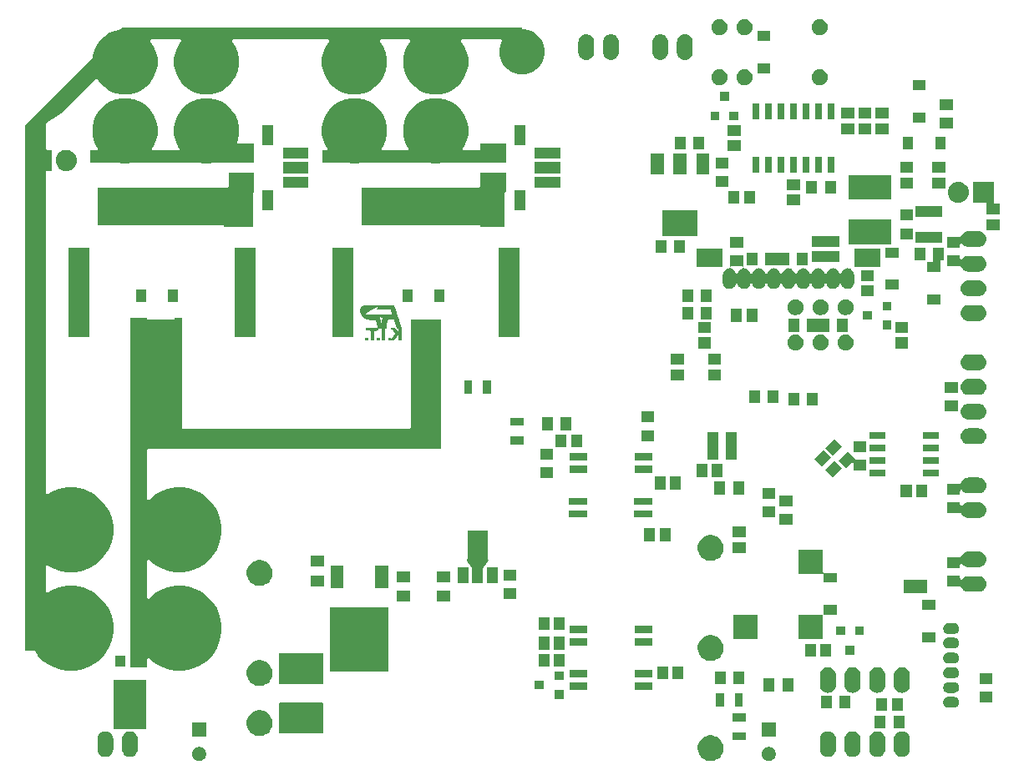
<source format=gbr>
G04 #@! TF.GenerationSoftware,KiCad,Pcbnew,(5.0.2)-1*
G04 #@! TF.CreationDate,2019-05-04T12:12:21+09:00*
G04 #@! TF.ProjectId,Electrocity_Manager,456c6563-7472-46f6-9369-74795f4d616e,rev?*
G04 #@! TF.SameCoordinates,Original*
G04 #@! TF.FileFunction,Soldermask,Bot*
G04 #@! TF.FilePolarity,Negative*
%FSLAX46Y46*%
G04 Gerber Fmt 4.6, Leading zero omitted, Abs format (unit mm)*
G04 Created by KiCad (PCBNEW (5.0.2)-1) date 2019/05/04 12:12:21*
%MOMM*%
%LPD*%
G01*
G04 APERTURE LIST*
%ADD10C,0.010000*%
%ADD11C,0.100000*%
G04 APERTURE END LIST*
D10*
G04 #@! TO.C,U27*
G36*
X85353264Y-127216375D02*
X85261575Y-127216446D01*
X85174218Y-127216636D01*
X85092029Y-127216939D01*
X85015845Y-127217347D01*
X84946504Y-127217851D01*
X84884843Y-127218443D01*
X84831699Y-127219117D01*
X84787909Y-127219863D01*
X84754309Y-127220674D01*
X84731738Y-127221542D01*
X84721637Y-127222350D01*
X84695126Y-127226427D01*
X84668508Y-127230397D01*
X84655459Y-127232280D01*
X84622039Y-127239215D01*
X84582223Y-127250859D01*
X84540539Y-127265633D01*
X84501515Y-127281956D01*
X84474777Y-127295333D01*
X84421867Y-127331802D01*
X84376174Y-127377687D01*
X84338800Y-127431379D01*
X84310847Y-127491270D01*
X84293417Y-127555753D01*
X84292459Y-127561374D01*
X84289132Y-127581830D01*
X84971293Y-127583434D01*
X85653455Y-127585038D01*
X85680153Y-127663822D01*
X85688670Y-127688922D01*
X85700551Y-127723882D01*
X85715091Y-127766631D01*
X85731584Y-127815098D01*
X85749327Y-127867212D01*
X85767614Y-127920902D01*
X85779880Y-127956899D01*
X85796669Y-128006202D01*
X85812100Y-128051592D01*
X85825717Y-128091722D01*
X85837065Y-128125248D01*
X85845689Y-128150824D01*
X85851132Y-128167105D01*
X85852944Y-128172741D01*
X85846736Y-128172890D01*
X85828474Y-128173048D01*
X85798708Y-128173215D01*
X85757990Y-128173389D01*
X85706871Y-128173569D01*
X85645901Y-128173754D01*
X85575632Y-128173942D01*
X85496614Y-128174133D01*
X85409399Y-128174326D01*
X85314538Y-128174518D01*
X85212581Y-128174710D01*
X85104080Y-128174899D01*
X84989586Y-128175085D01*
X84869650Y-128175266D01*
X84744822Y-128175442D01*
X84615654Y-128175611D01*
X84482697Y-128175771D01*
X84374987Y-128175892D01*
X84239418Y-128176023D01*
X84107200Y-128176120D01*
X83978886Y-128176182D01*
X83855027Y-128176212D01*
X83736172Y-128176210D01*
X83622874Y-128176177D01*
X83515684Y-128176113D01*
X83415152Y-128176019D01*
X83321829Y-128175897D01*
X83236267Y-128175746D01*
X83159016Y-128175569D01*
X83090628Y-128175365D01*
X83031653Y-128175135D01*
X82982643Y-128174881D01*
X82944148Y-128174603D01*
X82916721Y-128174301D01*
X82900911Y-128173978D01*
X82896997Y-128173706D01*
X82901892Y-128167800D01*
X82915853Y-128155250D01*
X82937798Y-128136884D01*
X82966643Y-128113535D01*
X83001307Y-128086031D01*
X83040705Y-128055202D01*
X83083754Y-128021880D01*
X83129372Y-127986895D01*
X83176476Y-127951076D01*
X83223982Y-127915254D01*
X83270808Y-127880259D01*
X83315870Y-127846921D01*
X83358085Y-127816071D01*
X83396371Y-127788539D01*
X83429644Y-127765155D01*
X83432729Y-127763025D01*
X83477258Y-127732873D01*
X83528514Y-127699057D01*
X83583827Y-127663268D01*
X83640526Y-127627200D01*
X83695941Y-127592547D01*
X83747401Y-127561000D01*
X83792235Y-127534254D01*
X83807742Y-127525265D01*
X83842268Y-127505999D01*
X83883109Y-127484070D01*
X83927820Y-127460710D01*
X83973957Y-127437154D01*
X84019075Y-127414632D01*
X84060730Y-127394379D01*
X84096478Y-127377627D01*
X84123873Y-127365609D01*
X84126029Y-127364727D01*
X84148628Y-127355448D01*
X84167995Y-127347286D01*
X84179603Y-127342161D01*
X84210474Y-127328902D01*
X84249081Y-127314392D01*
X84293234Y-127299263D01*
X84340746Y-127284143D01*
X84389427Y-127269665D01*
X84437089Y-127256457D01*
X84481543Y-127245150D01*
X84520602Y-127236375D01*
X84552076Y-127230763D01*
X84572706Y-127228933D01*
X84586330Y-127227102D01*
X84592410Y-127222664D01*
X84592431Y-127222359D01*
X84586286Y-127221259D01*
X84568476Y-127220296D01*
X84539943Y-127219466D01*
X84501627Y-127218765D01*
X84454469Y-127218189D01*
X84399409Y-127217735D01*
X84337388Y-127217399D01*
X84269346Y-127217177D01*
X84196225Y-127217064D01*
X84118964Y-127217058D01*
X84038504Y-127217155D01*
X83955787Y-127217350D01*
X83871752Y-127217639D01*
X83787340Y-127218020D01*
X83703492Y-127218488D01*
X83621148Y-127219039D01*
X83541248Y-127219670D01*
X83464735Y-127220377D01*
X83392547Y-127221155D01*
X83325626Y-127222002D01*
X83264913Y-127222913D01*
X83211347Y-127223884D01*
X83165870Y-127224912D01*
X83129421Y-127225993D01*
X83102943Y-127227122D01*
X83087375Y-127228297D01*
X83086079Y-127228471D01*
X83008678Y-127242962D01*
X82934563Y-127262585D01*
X82865623Y-127286604D01*
X82803749Y-127314285D01*
X82750829Y-127344890D01*
X82713060Y-127373753D01*
X82669398Y-127420950D01*
X82633938Y-127476647D01*
X82607588Y-127539065D01*
X82591254Y-127606423D01*
X82589932Y-127615319D01*
X82587626Y-127640502D01*
X82586241Y-127673288D01*
X82585778Y-127709631D01*
X82586238Y-127745487D01*
X82587622Y-127776810D01*
X82589895Y-127799330D01*
X82607632Y-127884435D01*
X82633369Y-127970763D01*
X82666013Y-128055951D01*
X82704474Y-128137635D01*
X82747659Y-128213451D01*
X82794475Y-128281034D01*
X82833977Y-128327764D01*
X82888378Y-128379225D01*
X82952887Y-128427873D01*
X83028473Y-128474399D01*
X83073594Y-128498555D01*
X83134831Y-128528317D01*
X83192432Y-128552637D01*
X83249862Y-128572632D01*
X83310584Y-128589418D01*
X83378062Y-128604115D01*
X83430212Y-128613594D01*
X83446999Y-128616112D01*
X83466390Y-128618280D01*
X83489550Y-128620142D01*
X83517643Y-128621739D01*
X83551835Y-128623113D01*
X83593289Y-128624308D01*
X83643170Y-128625364D01*
X83702641Y-128626326D01*
X83772869Y-128627235D01*
X83819715Y-128627762D01*
X84146825Y-128631291D01*
X84179749Y-128754194D01*
X84192899Y-128803462D01*
X84207833Y-128859731D01*
X84224076Y-128921179D01*
X84241149Y-128985981D01*
X84258576Y-129052316D01*
X84275878Y-129118359D01*
X84292579Y-129182288D01*
X84308202Y-129242278D01*
X84322269Y-129296509D01*
X84334303Y-129343155D01*
X84343826Y-129380394D01*
X84347643Y-129395497D01*
X84368617Y-129479008D01*
X84582943Y-129479008D01*
X84797270Y-129479007D01*
X84797270Y-130730100D01*
X85017866Y-130730100D01*
X85017866Y-129479007D01*
X85119474Y-129479007D01*
X85221083Y-129479008D01*
X85224939Y-129411253D01*
X85225875Y-129389961D01*
X85226916Y-129357850D01*
X85228021Y-129316704D01*
X85229149Y-129268310D01*
X85230260Y-129214452D01*
X85231312Y-129156916D01*
X85232266Y-129097486D01*
X85232537Y-129078784D01*
X85233606Y-129008300D01*
X85234734Y-128949123D01*
X85236054Y-128899957D01*
X85237698Y-128859504D01*
X85239797Y-128826467D01*
X85242484Y-128799548D01*
X85245890Y-128777450D01*
X85250147Y-128758875D01*
X85255388Y-128742527D01*
X85261743Y-128727107D01*
X85269346Y-128711319D01*
X85270041Y-128709945D01*
X85298755Y-128665383D01*
X85335605Y-128629924D01*
X85375210Y-128605455D01*
X85395036Y-128595872D01*
X85413931Y-128587928D01*
X85433295Y-128581473D01*
X85454531Y-128576353D01*
X85479041Y-128572417D01*
X85508226Y-128569512D01*
X85543489Y-128567485D01*
X85586233Y-128566185D01*
X85637858Y-128565460D01*
X85699767Y-128565156D01*
X85746565Y-128565112D01*
X85985978Y-128565112D01*
X85994492Y-128585596D01*
X85998796Y-128597004D01*
X86006504Y-128618514D01*
X86016975Y-128648289D01*
X86029565Y-128684492D01*
X86043632Y-128725287D01*
X86056765Y-128763648D01*
X86073339Y-128812181D01*
X86092854Y-128869248D01*
X86114150Y-128931465D01*
X86136067Y-128995445D01*
X86157447Y-129057803D01*
X86177130Y-129115153D01*
X86177627Y-129116601D01*
X86203371Y-129191568D01*
X86225312Y-129255479D01*
X86243744Y-129309201D01*
X86258962Y-129353599D01*
X86271262Y-129389538D01*
X86280939Y-129417884D01*
X86288288Y-129439502D01*
X86293604Y-129455257D01*
X86297182Y-129466015D01*
X86299317Y-129472641D01*
X86300305Y-129476001D01*
X86300471Y-129476862D01*
X86306418Y-129477595D01*
X86322834Y-129478220D01*
X86347584Y-129478691D01*
X86378531Y-129478961D01*
X86398838Y-129479008D01*
X86436184Y-129479132D01*
X86462628Y-129479624D01*
X86479871Y-129480664D01*
X86489617Y-129482430D01*
X86493567Y-129485103D01*
X86493422Y-129488862D01*
X86493379Y-129488977D01*
X86492550Y-129497266D01*
X86491778Y-129516776D01*
X86491083Y-129546125D01*
X86490485Y-129583929D01*
X86490004Y-129628806D01*
X86489661Y-129679371D01*
X86489475Y-129734242D01*
X86489449Y-129758419D01*
X86489345Y-130017891D01*
X86402660Y-129929653D01*
X86377395Y-129903897D01*
X86345067Y-129870883D01*
X86307408Y-129832382D01*
X86266151Y-129790165D01*
X86223025Y-129746005D01*
X86179765Y-129701675D01*
X86147837Y-129668933D01*
X86109615Y-129629942D01*
X86073562Y-129593580D01*
X86040752Y-129560899D01*
X86012259Y-129532952D01*
X85989159Y-129510793D01*
X85972525Y-129495473D01*
X85963434Y-129488046D01*
X85962888Y-129487729D01*
X85951563Y-129484908D01*
X85930814Y-129482577D01*
X85902767Y-129480747D01*
X85869551Y-129479428D01*
X85833292Y-129478628D01*
X85796118Y-129478360D01*
X85760154Y-129478632D01*
X85727529Y-129479454D01*
X85700370Y-129480838D01*
X85680803Y-129482791D01*
X85670955Y-129485326D01*
X85670198Y-129486352D01*
X85674567Y-129491996D01*
X85687147Y-129505667D01*
X85707152Y-129526565D01*
X85733792Y-129553890D01*
X85766281Y-129586844D01*
X85803831Y-129624627D01*
X85845654Y-129666439D01*
X85890961Y-129711481D01*
X85933337Y-129753399D01*
X85988466Y-129807819D01*
X86035265Y-129854084D01*
X86074377Y-129892890D01*
X86106443Y-129924936D01*
X86132106Y-129950920D01*
X86152009Y-129971540D01*
X86166795Y-129987494D01*
X86177104Y-129999479D01*
X86183581Y-130008193D01*
X86186867Y-130014335D01*
X86187604Y-130018603D01*
X86186436Y-130021694D01*
X86184005Y-130024306D01*
X86183292Y-130024950D01*
X86174391Y-130034727D01*
X86160285Y-130052223D01*
X86143015Y-130074841D01*
X86126994Y-130096675D01*
X86104008Y-130128456D01*
X86078084Y-130164079D01*
X86053284Y-130197969D01*
X86042019Y-130213276D01*
X86021492Y-130241174D01*
X85996712Y-130274974D01*
X85970830Y-130310373D01*
X85947423Y-130342482D01*
X85924463Y-130374015D01*
X85900439Y-130406969D01*
X85878134Y-130437529D01*
X85860328Y-130461884D01*
X85859651Y-130462808D01*
X85842677Y-130486021D01*
X85820850Y-130515917D01*
X85796732Y-130548987D01*
X85772883Y-130581721D01*
X85767891Y-130588578D01*
X85746179Y-130618334D01*
X85725283Y-130646852D01*
X85707163Y-130671463D01*
X85693779Y-130689499D01*
X85690495Y-130693873D01*
X85679668Y-130710051D01*
X85673772Y-130722597D01*
X85673535Y-130727248D01*
X85681050Y-130729554D01*
X85698855Y-130731298D01*
X85724645Y-130732498D01*
X85756119Y-130733170D01*
X85790973Y-130733332D01*
X85826904Y-130733004D01*
X85861609Y-130732202D01*
X85892785Y-130730944D01*
X85918130Y-130729248D01*
X85935339Y-130727132D01*
X85941672Y-130725172D01*
X85949540Y-130716943D01*
X85962579Y-130701108D01*
X85978643Y-130680328D01*
X85988491Y-130667072D01*
X86009405Y-130638539D01*
X86032291Y-130607372D01*
X86053028Y-130579183D01*
X86057930Y-130572531D01*
X86071644Y-130553832D01*
X86091045Y-130527242D01*
X86114440Y-130495088D01*
X86140136Y-130459698D01*
X86166439Y-130423401D01*
X86171830Y-130415953D01*
X86214407Y-130357128D01*
X86250102Y-130307854D01*
X86279405Y-130267459D01*
X86302805Y-130235268D01*
X86320792Y-130210608D01*
X86333856Y-130192805D01*
X86341855Y-130182026D01*
X86354877Y-130164649D01*
X86425366Y-130232195D01*
X86495856Y-130299741D01*
X86495856Y-130726948D01*
X86722754Y-130726948D01*
X86722754Y-129487787D01*
X86570914Y-129037479D01*
X86544997Y-128960633D01*
X86519098Y-128883865D01*
X86493675Y-128808535D01*
X86469190Y-128736005D01*
X86446100Y-128667636D01*
X86424866Y-128604787D01*
X86405947Y-128548820D01*
X86389803Y-128501096D01*
X86376894Y-128462975D01*
X86375763Y-128459638D01*
X84900599Y-128459638D01*
X84874691Y-128497789D01*
X84859557Y-128522675D01*
X84843363Y-128553392D01*
X84829267Y-128583891D01*
X84827478Y-128588199D01*
X84819421Y-128608336D01*
X84812516Y-128627001D01*
X84806669Y-128645327D01*
X84801789Y-128664446D01*
X84797782Y-128685492D01*
X84794556Y-128709595D01*
X84792018Y-128737888D01*
X84790076Y-128771503D01*
X84788637Y-128811574D01*
X84787608Y-128859231D01*
X84786896Y-128915608D01*
X84786410Y-128981837D01*
X84786055Y-129059049D01*
X84785920Y-129096096D01*
X84785634Y-129161934D01*
X84785257Y-129223851D01*
X84784805Y-129280727D01*
X84784291Y-129331441D01*
X84783729Y-129374875D01*
X84783133Y-129409906D01*
X84782517Y-129435416D01*
X84781896Y-129450283D01*
X84781433Y-129453776D01*
X84778678Y-129448085D01*
X84773916Y-129432772D01*
X84767937Y-129410508D01*
X84764230Y-129395497D01*
X84757733Y-129368948D01*
X84748952Y-129333854D01*
X84738810Y-129293863D01*
X84728229Y-129252620D01*
X84722381Y-129230050D01*
X84711369Y-129187729D01*
X84699652Y-129142703D01*
X84688348Y-129099265D01*
X84678573Y-129061710D01*
X84674814Y-129047271D01*
X84654670Y-128970368D01*
X84632156Y-128885265D01*
X84608316Y-128795895D01*
X84586095Y-128713226D01*
X84577600Y-128681584D01*
X84566700Y-128640742D01*
X84554190Y-128593693D01*
X84540864Y-128543431D01*
X84527519Y-128492948D01*
X84519957Y-128464268D01*
X84507680Y-128417749D01*
X84495602Y-128372156D01*
X84484355Y-128329866D01*
X84474574Y-128293253D01*
X84466889Y-128264696D01*
X84462920Y-128250128D01*
X84456506Y-128226166D01*
X84451837Y-128207435D01*
X84449603Y-128196765D01*
X84449568Y-128195354D01*
X84453743Y-128199355D01*
X84463781Y-128211205D01*
X84477884Y-128228746D01*
X84485436Y-128238382D01*
X84542918Y-128303137D01*
X84606012Y-128357012D01*
X84674238Y-128399728D01*
X84747117Y-128431009D01*
X84824171Y-128450577D01*
X84859671Y-128455445D01*
X84900599Y-128459638D01*
X86375763Y-128459638D01*
X86369851Y-128442209D01*
X86335128Y-128339997D01*
X86302444Y-128243875D01*
X86272121Y-128154797D01*
X86244486Y-128073713D01*
X86219861Y-128001575D01*
X86198572Y-127939334D01*
X86180943Y-127887943D01*
X86178647Y-127881266D01*
X86169060Y-127853318D01*
X86156057Y-127815299D01*
X86140275Y-127769075D01*
X86122350Y-127716514D01*
X86102919Y-127659480D01*
X86082616Y-127599840D01*
X86062080Y-127539459D01*
X86052638Y-127511681D01*
X86033569Y-127455731D01*
X86015536Y-127403139D01*
X85998983Y-127355175D01*
X85984353Y-127313113D01*
X85972090Y-127278222D01*
X85962639Y-127251776D01*
X85956442Y-127235045D01*
X85954196Y-127229634D01*
X85947075Y-127216328D01*
X85353264Y-127216375D01*
X85353264Y-127216375D01*
G37*
X85353264Y-127216375D02*
X85261575Y-127216446D01*
X85174218Y-127216636D01*
X85092029Y-127216939D01*
X85015845Y-127217347D01*
X84946504Y-127217851D01*
X84884843Y-127218443D01*
X84831699Y-127219117D01*
X84787909Y-127219863D01*
X84754309Y-127220674D01*
X84731738Y-127221542D01*
X84721637Y-127222350D01*
X84695126Y-127226427D01*
X84668508Y-127230397D01*
X84655459Y-127232280D01*
X84622039Y-127239215D01*
X84582223Y-127250859D01*
X84540539Y-127265633D01*
X84501515Y-127281956D01*
X84474777Y-127295333D01*
X84421867Y-127331802D01*
X84376174Y-127377687D01*
X84338800Y-127431379D01*
X84310847Y-127491270D01*
X84293417Y-127555753D01*
X84292459Y-127561374D01*
X84289132Y-127581830D01*
X84971293Y-127583434D01*
X85653455Y-127585038D01*
X85680153Y-127663822D01*
X85688670Y-127688922D01*
X85700551Y-127723882D01*
X85715091Y-127766631D01*
X85731584Y-127815098D01*
X85749327Y-127867212D01*
X85767614Y-127920902D01*
X85779880Y-127956899D01*
X85796669Y-128006202D01*
X85812100Y-128051592D01*
X85825717Y-128091722D01*
X85837065Y-128125248D01*
X85845689Y-128150824D01*
X85851132Y-128167105D01*
X85852944Y-128172741D01*
X85846736Y-128172890D01*
X85828474Y-128173048D01*
X85798708Y-128173215D01*
X85757990Y-128173389D01*
X85706871Y-128173569D01*
X85645901Y-128173754D01*
X85575632Y-128173942D01*
X85496614Y-128174133D01*
X85409399Y-128174326D01*
X85314538Y-128174518D01*
X85212581Y-128174710D01*
X85104080Y-128174899D01*
X84989586Y-128175085D01*
X84869650Y-128175266D01*
X84744822Y-128175442D01*
X84615654Y-128175611D01*
X84482697Y-128175771D01*
X84374987Y-128175892D01*
X84239418Y-128176023D01*
X84107200Y-128176120D01*
X83978886Y-128176182D01*
X83855027Y-128176212D01*
X83736172Y-128176210D01*
X83622874Y-128176177D01*
X83515684Y-128176113D01*
X83415152Y-128176019D01*
X83321829Y-128175897D01*
X83236267Y-128175746D01*
X83159016Y-128175569D01*
X83090628Y-128175365D01*
X83031653Y-128175135D01*
X82982643Y-128174881D01*
X82944148Y-128174603D01*
X82916721Y-128174301D01*
X82900911Y-128173978D01*
X82896997Y-128173706D01*
X82901892Y-128167800D01*
X82915853Y-128155250D01*
X82937798Y-128136884D01*
X82966643Y-128113535D01*
X83001307Y-128086031D01*
X83040705Y-128055202D01*
X83083754Y-128021880D01*
X83129372Y-127986895D01*
X83176476Y-127951076D01*
X83223982Y-127915254D01*
X83270808Y-127880259D01*
X83315870Y-127846921D01*
X83358085Y-127816071D01*
X83396371Y-127788539D01*
X83429644Y-127765155D01*
X83432729Y-127763025D01*
X83477258Y-127732873D01*
X83528514Y-127699057D01*
X83583827Y-127663268D01*
X83640526Y-127627200D01*
X83695941Y-127592547D01*
X83747401Y-127561000D01*
X83792235Y-127534254D01*
X83807742Y-127525265D01*
X83842268Y-127505999D01*
X83883109Y-127484070D01*
X83927820Y-127460710D01*
X83973957Y-127437154D01*
X84019075Y-127414632D01*
X84060730Y-127394379D01*
X84096478Y-127377627D01*
X84123873Y-127365609D01*
X84126029Y-127364727D01*
X84148628Y-127355448D01*
X84167995Y-127347286D01*
X84179603Y-127342161D01*
X84210474Y-127328902D01*
X84249081Y-127314392D01*
X84293234Y-127299263D01*
X84340746Y-127284143D01*
X84389427Y-127269665D01*
X84437089Y-127256457D01*
X84481543Y-127245150D01*
X84520602Y-127236375D01*
X84552076Y-127230763D01*
X84572706Y-127228933D01*
X84586330Y-127227102D01*
X84592410Y-127222664D01*
X84592431Y-127222359D01*
X84586286Y-127221259D01*
X84568476Y-127220296D01*
X84539943Y-127219466D01*
X84501627Y-127218765D01*
X84454469Y-127218189D01*
X84399409Y-127217735D01*
X84337388Y-127217399D01*
X84269346Y-127217177D01*
X84196225Y-127217064D01*
X84118964Y-127217058D01*
X84038504Y-127217155D01*
X83955787Y-127217350D01*
X83871752Y-127217639D01*
X83787340Y-127218020D01*
X83703492Y-127218488D01*
X83621148Y-127219039D01*
X83541248Y-127219670D01*
X83464735Y-127220377D01*
X83392547Y-127221155D01*
X83325626Y-127222002D01*
X83264913Y-127222913D01*
X83211347Y-127223884D01*
X83165870Y-127224912D01*
X83129421Y-127225993D01*
X83102943Y-127227122D01*
X83087375Y-127228297D01*
X83086079Y-127228471D01*
X83008678Y-127242962D01*
X82934563Y-127262585D01*
X82865623Y-127286604D01*
X82803749Y-127314285D01*
X82750829Y-127344890D01*
X82713060Y-127373753D01*
X82669398Y-127420950D01*
X82633938Y-127476647D01*
X82607588Y-127539065D01*
X82591254Y-127606423D01*
X82589932Y-127615319D01*
X82587626Y-127640502D01*
X82586241Y-127673288D01*
X82585778Y-127709631D01*
X82586238Y-127745487D01*
X82587622Y-127776810D01*
X82589895Y-127799330D01*
X82607632Y-127884435D01*
X82633369Y-127970763D01*
X82666013Y-128055951D01*
X82704474Y-128137635D01*
X82747659Y-128213451D01*
X82794475Y-128281034D01*
X82833977Y-128327764D01*
X82888378Y-128379225D01*
X82952887Y-128427873D01*
X83028473Y-128474399D01*
X83073594Y-128498555D01*
X83134831Y-128528317D01*
X83192432Y-128552637D01*
X83249862Y-128572632D01*
X83310584Y-128589418D01*
X83378062Y-128604115D01*
X83430212Y-128613594D01*
X83446999Y-128616112D01*
X83466390Y-128618280D01*
X83489550Y-128620142D01*
X83517643Y-128621739D01*
X83551835Y-128623113D01*
X83593289Y-128624308D01*
X83643170Y-128625364D01*
X83702641Y-128626326D01*
X83772869Y-128627235D01*
X83819715Y-128627762D01*
X84146825Y-128631291D01*
X84179749Y-128754194D01*
X84192899Y-128803462D01*
X84207833Y-128859731D01*
X84224076Y-128921179D01*
X84241149Y-128985981D01*
X84258576Y-129052316D01*
X84275878Y-129118359D01*
X84292579Y-129182288D01*
X84308202Y-129242278D01*
X84322269Y-129296509D01*
X84334303Y-129343155D01*
X84343826Y-129380394D01*
X84347643Y-129395497D01*
X84368617Y-129479008D01*
X84582943Y-129479008D01*
X84797270Y-129479007D01*
X84797270Y-130730100D01*
X85017866Y-130730100D01*
X85017866Y-129479007D01*
X85119474Y-129479007D01*
X85221083Y-129479008D01*
X85224939Y-129411253D01*
X85225875Y-129389961D01*
X85226916Y-129357850D01*
X85228021Y-129316704D01*
X85229149Y-129268310D01*
X85230260Y-129214452D01*
X85231312Y-129156916D01*
X85232266Y-129097486D01*
X85232537Y-129078784D01*
X85233606Y-129008300D01*
X85234734Y-128949123D01*
X85236054Y-128899957D01*
X85237698Y-128859504D01*
X85239797Y-128826467D01*
X85242484Y-128799548D01*
X85245890Y-128777450D01*
X85250147Y-128758875D01*
X85255388Y-128742527D01*
X85261743Y-128727107D01*
X85269346Y-128711319D01*
X85270041Y-128709945D01*
X85298755Y-128665383D01*
X85335605Y-128629924D01*
X85375210Y-128605455D01*
X85395036Y-128595872D01*
X85413931Y-128587928D01*
X85433295Y-128581473D01*
X85454531Y-128576353D01*
X85479041Y-128572417D01*
X85508226Y-128569512D01*
X85543489Y-128567485D01*
X85586233Y-128566185D01*
X85637858Y-128565460D01*
X85699767Y-128565156D01*
X85746565Y-128565112D01*
X85985978Y-128565112D01*
X85994492Y-128585596D01*
X85998796Y-128597004D01*
X86006504Y-128618514D01*
X86016975Y-128648289D01*
X86029565Y-128684492D01*
X86043632Y-128725287D01*
X86056765Y-128763648D01*
X86073339Y-128812181D01*
X86092854Y-128869248D01*
X86114150Y-128931465D01*
X86136067Y-128995445D01*
X86157447Y-129057803D01*
X86177130Y-129115153D01*
X86177627Y-129116601D01*
X86203371Y-129191568D01*
X86225312Y-129255479D01*
X86243744Y-129309201D01*
X86258962Y-129353599D01*
X86271262Y-129389538D01*
X86280939Y-129417884D01*
X86288288Y-129439502D01*
X86293604Y-129455257D01*
X86297182Y-129466015D01*
X86299317Y-129472641D01*
X86300305Y-129476001D01*
X86300471Y-129476862D01*
X86306418Y-129477595D01*
X86322834Y-129478220D01*
X86347584Y-129478691D01*
X86378531Y-129478961D01*
X86398838Y-129479008D01*
X86436184Y-129479132D01*
X86462628Y-129479624D01*
X86479871Y-129480664D01*
X86489617Y-129482430D01*
X86493567Y-129485103D01*
X86493422Y-129488862D01*
X86493379Y-129488977D01*
X86492550Y-129497266D01*
X86491778Y-129516776D01*
X86491083Y-129546125D01*
X86490485Y-129583929D01*
X86490004Y-129628806D01*
X86489661Y-129679371D01*
X86489475Y-129734242D01*
X86489449Y-129758419D01*
X86489345Y-130017891D01*
X86402660Y-129929653D01*
X86377395Y-129903897D01*
X86345067Y-129870883D01*
X86307408Y-129832382D01*
X86266151Y-129790165D01*
X86223025Y-129746005D01*
X86179765Y-129701675D01*
X86147837Y-129668933D01*
X86109615Y-129629942D01*
X86073562Y-129593580D01*
X86040752Y-129560899D01*
X86012259Y-129532952D01*
X85989159Y-129510793D01*
X85972525Y-129495473D01*
X85963434Y-129488046D01*
X85962888Y-129487729D01*
X85951563Y-129484908D01*
X85930814Y-129482577D01*
X85902767Y-129480747D01*
X85869551Y-129479428D01*
X85833292Y-129478628D01*
X85796118Y-129478360D01*
X85760154Y-129478632D01*
X85727529Y-129479454D01*
X85700370Y-129480838D01*
X85680803Y-129482791D01*
X85670955Y-129485326D01*
X85670198Y-129486352D01*
X85674567Y-129491996D01*
X85687147Y-129505667D01*
X85707152Y-129526565D01*
X85733792Y-129553890D01*
X85766281Y-129586844D01*
X85803831Y-129624627D01*
X85845654Y-129666439D01*
X85890961Y-129711481D01*
X85933337Y-129753399D01*
X85988466Y-129807819D01*
X86035265Y-129854084D01*
X86074377Y-129892890D01*
X86106443Y-129924936D01*
X86132106Y-129950920D01*
X86152009Y-129971540D01*
X86166795Y-129987494D01*
X86177104Y-129999479D01*
X86183581Y-130008193D01*
X86186867Y-130014335D01*
X86187604Y-130018603D01*
X86186436Y-130021694D01*
X86184005Y-130024306D01*
X86183292Y-130024950D01*
X86174391Y-130034727D01*
X86160285Y-130052223D01*
X86143015Y-130074841D01*
X86126994Y-130096675D01*
X86104008Y-130128456D01*
X86078084Y-130164079D01*
X86053284Y-130197969D01*
X86042019Y-130213276D01*
X86021492Y-130241174D01*
X85996712Y-130274974D01*
X85970830Y-130310373D01*
X85947423Y-130342482D01*
X85924463Y-130374015D01*
X85900439Y-130406969D01*
X85878134Y-130437529D01*
X85860328Y-130461884D01*
X85859651Y-130462808D01*
X85842677Y-130486021D01*
X85820850Y-130515917D01*
X85796732Y-130548987D01*
X85772883Y-130581721D01*
X85767891Y-130588578D01*
X85746179Y-130618334D01*
X85725283Y-130646852D01*
X85707163Y-130671463D01*
X85693779Y-130689499D01*
X85690495Y-130693873D01*
X85679668Y-130710051D01*
X85673772Y-130722597D01*
X85673535Y-130727248D01*
X85681050Y-130729554D01*
X85698855Y-130731298D01*
X85724645Y-130732498D01*
X85756119Y-130733170D01*
X85790973Y-130733332D01*
X85826904Y-130733004D01*
X85861609Y-130732202D01*
X85892785Y-130730944D01*
X85918130Y-130729248D01*
X85935339Y-130727132D01*
X85941672Y-130725172D01*
X85949540Y-130716943D01*
X85962579Y-130701108D01*
X85978643Y-130680328D01*
X85988491Y-130667072D01*
X86009405Y-130638539D01*
X86032291Y-130607372D01*
X86053028Y-130579183D01*
X86057930Y-130572531D01*
X86071644Y-130553832D01*
X86091045Y-130527242D01*
X86114440Y-130495088D01*
X86140136Y-130459698D01*
X86166439Y-130423401D01*
X86171830Y-130415953D01*
X86214407Y-130357128D01*
X86250102Y-130307854D01*
X86279405Y-130267459D01*
X86302805Y-130235268D01*
X86320792Y-130210608D01*
X86333856Y-130192805D01*
X86341855Y-130182026D01*
X86354877Y-130164649D01*
X86425366Y-130232195D01*
X86495856Y-130299741D01*
X86495856Y-130726948D01*
X86722754Y-130726948D01*
X86722754Y-129487787D01*
X86570914Y-129037479D01*
X86544997Y-128960633D01*
X86519098Y-128883865D01*
X86493675Y-128808535D01*
X86469190Y-128736005D01*
X86446100Y-128667636D01*
X86424866Y-128604787D01*
X86405947Y-128548820D01*
X86389803Y-128501096D01*
X86376894Y-128462975D01*
X86375763Y-128459638D01*
X84900599Y-128459638D01*
X84874691Y-128497789D01*
X84859557Y-128522675D01*
X84843363Y-128553392D01*
X84829267Y-128583891D01*
X84827478Y-128588199D01*
X84819421Y-128608336D01*
X84812516Y-128627001D01*
X84806669Y-128645327D01*
X84801789Y-128664446D01*
X84797782Y-128685492D01*
X84794556Y-128709595D01*
X84792018Y-128737888D01*
X84790076Y-128771503D01*
X84788637Y-128811574D01*
X84787608Y-128859231D01*
X84786896Y-128915608D01*
X84786410Y-128981837D01*
X84786055Y-129059049D01*
X84785920Y-129096096D01*
X84785634Y-129161934D01*
X84785257Y-129223851D01*
X84784805Y-129280727D01*
X84784291Y-129331441D01*
X84783729Y-129374875D01*
X84783133Y-129409906D01*
X84782517Y-129435416D01*
X84781896Y-129450283D01*
X84781433Y-129453776D01*
X84778678Y-129448085D01*
X84773916Y-129432772D01*
X84767937Y-129410508D01*
X84764230Y-129395497D01*
X84757733Y-129368948D01*
X84748952Y-129333854D01*
X84738810Y-129293863D01*
X84728229Y-129252620D01*
X84722381Y-129230050D01*
X84711369Y-129187729D01*
X84699652Y-129142703D01*
X84688348Y-129099265D01*
X84678573Y-129061710D01*
X84674814Y-129047271D01*
X84654670Y-128970368D01*
X84632156Y-128885265D01*
X84608316Y-128795895D01*
X84586095Y-128713226D01*
X84577600Y-128681584D01*
X84566700Y-128640742D01*
X84554190Y-128593693D01*
X84540864Y-128543431D01*
X84527519Y-128492948D01*
X84519957Y-128464268D01*
X84507680Y-128417749D01*
X84495602Y-128372156D01*
X84484355Y-128329866D01*
X84474574Y-128293253D01*
X84466889Y-128264696D01*
X84462920Y-128250128D01*
X84456506Y-128226166D01*
X84451837Y-128207435D01*
X84449603Y-128196765D01*
X84449568Y-128195354D01*
X84453743Y-128199355D01*
X84463781Y-128211205D01*
X84477884Y-128228746D01*
X84485436Y-128238382D01*
X84542918Y-128303137D01*
X84606012Y-128357012D01*
X84674238Y-128399728D01*
X84747117Y-128431009D01*
X84824171Y-128450577D01*
X84859671Y-128455445D01*
X84900599Y-128459638D01*
X86375763Y-128459638D01*
X86369851Y-128442209D01*
X86335128Y-128339997D01*
X86302444Y-128243875D01*
X86272121Y-128154797D01*
X86244486Y-128073713D01*
X86219861Y-128001575D01*
X86198572Y-127939334D01*
X86180943Y-127887943D01*
X86178647Y-127881266D01*
X86169060Y-127853318D01*
X86156057Y-127815299D01*
X86140275Y-127769075D01*
X86122350Y-127716514D01*
X86102919Y-127659480D01*
X86082616Y-127599840D01*
X86062080Y-127539459D01*
X86052638Y-127511681D01*
X86033569Y-127455731D01*
X86015536Y-127403139D01*
X85998983Y-127355175D01*
X85984353Y-127313113D01*
X85972090Y-127278222D01*
X85962639Y-127251776D01*
X85956442Y-127235045D01*
X85954196Y-127229634D01*
X85947075Y-127216328D01*
X85353264Y-127216375D01*
G36*
X85424125Y-130733251D02*
X85651556Y-130733251D01*
X85649848Y-130608772D01*
X85648139Y-130484293D01*
X85427543Y-130484293D01*
X85424125Y-130733251D01*
X85424125Y-130733251D01*
G37*
X85424125Y-130733251D02*
X85651556Y-130733251D01*
X85649848Y-130608772D01*
X85648139Y-130484293D01*
X85427543Y-130484293D01*
X85424125Y-130733251D01*
G36*
X84245781Y-130733251D02*
X84359428Y-130733251D01*
X84402419Y-130733030D01*
X84434168Y-130732306D01*
X84456031Y-130730984D01*
X84469365Y-130728970D01*
X84475526Y-130726170D01*
X84476180Y-130725161D01*
X84477087Y-130716491D01*
X84477697Y-130697404D01*
X84477983Y-130670082D01*
X84477922Y-130636709D01*
X84477558Y-130603833D01*
X84475831Y-130490596D01*
X84245781Y-130487160D01*
X84245781Y-130733251D01*
X84245781Y-130733251D01*
G37*
X84245781Y-130733251D02*
X84359428Y-130733251D01*
X84402419Y-130733030D01*
X84434168Y-130732306D01*
X84456031Y-130730984D01*
X84469365Y-130728970D01*
X84475526Y-130726170D01*
X84476180Y-130725161D01*
X84477087Y-130716491D01*
X84477697Y-130697404D01*
X84477983Y-130670082D01*
X84477922Y-130636709D01*
X84477558Y-130603833D01*
X84475831Y-130490596D01*
X84245781Y-130487160D01*
X84245781Y-130733251D01*
G36*
X83771501Y-129480551D02*
X83183771Y-129482159D01*
X83183771Y-129715360D01*
X83418548Y-129717013D01*
X83653325Y-129718665D01*
X83653325Y-130218395D01*
X83653370Y-130314941D01*
X83653513Y-130399511D01*
X83653763Y-130472734D01*
X83654129Y-130535239D01*
X83654620Y-130587655D01*
X83655246Y-130630610D01*
X83656016Y-130664734D01*
X83656940Y-130690656D01*
X83658027Y-130709004D01*
X83659287Y-130720408D01*
X83660728Y-130725496D01*
X83660888Y-130725688D01*
X83669422Y-130728920D01*
X83688092Y-130731220D01*
X83717651Y-130732638D01*
X83758853Y-130733227D01*
X83770964Y-130733251D01*
X83809271Y-130733150D01*
X83836888Y-130732703D01*
X83855730Y-130731696D01*
X83867709Y-130729916D01*
X83874742Y-130727148D01*
X83878742Y-130723179D01*
X83880001Y-130721060D01*
X83881400Y-130711991D01*
X83882631Y-130690340D01*
X83883694Y-130656131D01*
X83884588Y-130609385D01*
X83885314Y-130550126D01*
X83885870Y-130478375D01*
X83886257Y-130394157D01*
X83886474Y-130297494D01*
X83886526Y-130213690D01*
X83886526Y-129718511D01*
X84113874Y-129718511D01*
X84175101Y-129718439D01*
X84224892Y-129718192D01*
X84264415Y-129717725D01*
X84294838Y-129716995D01*
X84317331Y-129715956D01*
X84333061Y-129714564D01*
X84343197Y-129712776D01*
X84348908Y-129710545D01*
X84350227Y-129709508D01*
X84353634Y-129703512D01*
X84356110Y-129692257D01*
X84357778Y-129674096D01*
X84358764Y-129647381D01*
X84359189Y-129610467D01*
X84359230Y-129589723D01*
X84359230Y-129478943D01*
X83771501Y-129480551D01*
X83771501Y-129480551D01*
G37*
X83771501Y-129480551D02*
X83183771Y-129482159D01*
X83183771Y-129715360D01*
X83418548Y-129717013D01*
X83653325Y-129718665D01*
X83653325Y-130218395D01*
X83653370Y-130314941D01*
X83653513Y-130399511D01*
X83653763Y-130472734D01*
X83654129Y-130535239D01*
X83654620Y-130587655D01*
X83655246Y-130630610D01*
X83656016Y-130664734D01*
X83656940Y-130690656D01*
X83658027Y-130709004D01*
X83659287Y-130720408D01*
X83660728Y-130725496D01*
X83660888Y-130725688D01*
X83669422Y-130728920D01*
X83688092Y-130731220D01*
X83717651Y-130732638D01*
X83758853Y-130733227D01*
X83770964Y-130733251D01*
X83809271Y-130733150D01*
X83836888Y-130732703D01*
X83855730Y-130731696D01*
X83867709Y-130729916D01*
X83874742Y-130727148D01*
X83878742Y-130723179D01*
X83880001Y-130721060D01*
X83881400Y-130711991D01*
X83882631Y-130690340D01*
X83883694Y-130656131D01*
X83884588Y-130609385D01*
X83885314Y-130550126D01*
X83885870Y-130478375D01*
X83886257Y-130394157D01*
X83886474Y-130297494D01*
X83886526Y-130213690D01*
X83886526Y-129718511D01*
X84113874Y-129718511D01*
X84175101Y-129718439D01*
X84224892Y-129718192D01*
X84264415Y-129717725D01*
X84294838Y-129716995D01*
X84317331Y-129715956D01*
X84333061Y-129714564D01*
X84343197Y-129712776D01*
X84348908Y-129710545D01*
X84350227Y-129709508D01*
X84353634Y-129703512D01*
X84356110Y-129692257D01*
X84357778Y-129674096D01*
X84358764Y-129647381D01*
X84359189Y-129610467D01*
X84359230Y-129589723D01*
X84359230Y-129478943D01*
X83771501Y-129480551D01*
G36*
X83073543Y-130586712D02*
X83073814Y-130622841D01*
X83074514Y-130656325D01*
X83075551Y-130684309D01*
X83076833Y-130703936D01*
X83077519Y-130709616D01*
X83081426Y-130733251D01*
X83294069Y-130733251D01*
X83294069Y-130487444D01*
X83073474Y-130487444D01*
X83073543Y-130586712D01*
X83073543Y-130586712D01*
G37*
X83073543Y-130586712D02*
X83073814Y-130622841D01*
X83074514Y-130656325D01*
X83075551Y-130684309D01*
X83076833Y-130703936D01*
X83077519Y-130709616D01*
X83081426Y-130733251D01*
X83294069Y-130733251D01*
X83294069Y-130487444D01*
X83073474Y-130487444D01*
X83073543Y-130586712D01*
D11*
G36*
X118489485Y-170908996D02*
X118489487Y-170908997D01*
X118489488Y-170908997D01*
X118590892Y-170951000D01*
X118726255Y-171007069D01*
X118939342Y-171149449D01*
X119120551Y-171330658D01*
X119262931Y-171543745D01*
X119361004Y-171780515D01*
X119411000Y-172031861D01*
X119411000Y-172288139D01*
X119385179Y-172417951D01*
X119361003Y-172539488D01*
X119295691Y-172697165D01*
X119262931Y-172776255D01*
X119120551Y-172989342D01*
X118939342Y-173170551D01*
X118939339Y-173170553D01*
X118726255Y-173312931D01*
X118489488Y-173411003D01*
X118489487Y-173411003D01*
X118489485Y-173411004D01*
X118238139Y-173461000D01*
X117981861Y-173461000D01*
X117730515Y-173411004D01*
X117730513Y-173411003D01*
X117730512Y-173411003D01*
X117493745Y-173312931D01*
X117280661Y-173170553D01*
X117280658Y-173170551D01*
X117099449Y-172989342D01*
X116957069Y-172776255D01*
X116924309Y-172697165D01*
X116858997Y-172539488D01*
X116834822Y-172417951D01*
X116809000Y-172288139D01*
X116809000Y-172031861D01*
X116858996Y-171780515D01*
X116957069Y-171543745D01*
X117099449Y-171330658D01*
X117280658Y-171149449D01*
X117493745Y-171007069D01*
X117629108Y-170951000D01*
X117730512Y-170908997D01*
X117730513Y-170908997D01*
X117730515Y-170908996D01*
X117981861Y-170859000D01*
X118238139Y-170859000D01*
X118489485Y-170908996D01*
X118489485Y-170908996D01*
G37*
G36*
X124204472Y-172075938D02*
X124332049Y-172128782D01*
X124446865Y-172205500D01*
X124544500Y-172303135D01*
X124621218Y-172417951D01*
X124674062Y-172545528D01*
X124701000Y-172680956D01*
X124701000Y-172819044D01*
X124674062Y-172954472D01*
X124621218Y-173082049D01*
X124544500Y-173196865D01*
X124446865Y-173294500D01*
X124332049Y-173371218D01*
X124204472Y-173424062D01*
X124069044Y-173451000D01*
X123930956Y-173451000D01*
X123795528Y-173424062D01*
X123667951Y-173371218D01*
X123553135Y-173294500D01*
X123455500Y-173196865D01*
X123378782Y-173082049D01*
X123325938Y-172954472D01*
X123299000Y-172819044D01*
X123299000Y-172680956D01*
X123325938Y-172545528D01*
X123378782Y-172417951D01*
X123455500Y-172303135D01*
X123553135Y-172205500D01*
X123667951Y-172128782D01*
X123795528Y-172075938D01*
X123930956Y-172049000D01*
X124069044Y-172049000D01*
X124204472Y-172075938D01*
X124204472Y-172075938D01*
G37*
G36*
X66454472Y-172075938D02*
X66582049Y-172128782D01*
X66696865Y-172205500D01*
X66794500Y-172303135D01*
X66871218Y-172417951D01*
X66924062Y-172545528D01*
X66951000Y-172680956D01*
X66951000Y-172819044D01*
X66924062Y-172954472D01*
X66871218Y-173082049D01*
X66794500Y-173196865D01*
X66696865Y-173294500D01*
X66582049Y-173371218D01*
X66454472Y-173424062D01*
X66319044Y-173451000D01*
X66180956Y-173451000D01*
X66045528Y-173424062D01*
X65917951Y-173371218D01*
X65803135Y-173294500D01*
X65705500Y-173196865D01*
X65628782Y-173082049D01*
X65575938Y-172954472D01*
X65549000Y-172819044D01*
X65549000Y-172680956D01*
X65575938Y-172545528D01*
X65628782Y-172417951D01*
X65705500Y-172303135D01*
X65803135Y-172205500D01*
X65917951Y-172128782D01*
X66045528Y-172075938D01*
X66180956Y-172049000D01*
X66319044Y-172049000D01*
X66454472Y-172075938D01*
X66454472Y-172075938D01*
G37*
G36*
X59267957Y-170441485D02*
X59291406Y-170448598D01*
X59303540Y-170450398D01*
X59407025Y-170460590D01*
X59558012Y-170506392D01*
X59697165Y-170580770D01*
X59819133Y-170680867D01*
X59919230Y-170802835D01*
X59993608Y-170941988D01*
X60039410Y-171092975D01*
X60051000Y-171210654D01*
X60051000Y-172289346D01*
X60039410Y-172407025D01*
X59993608Y-172558012D01*
X59919230Y-172697165D01*
X59819136Y-172819130D01*
X59819134Y-172819131D01*
X59819133Y-172819133D01*
X59819129Y-172819136D01*
X59697161Y-172919232D01*
X59558011Y-172993608D01*
X59407024Y-173039410D01*
X59250000Y-173054875D01*
X59092975Y-173039410D01*
X58941988Y-172993608D01*
X58802835Y-172919230D01*
X58680870Y-172819136D01*
X58680869Y-172819134D01*
X58680867Y-172819133D01*
X58630819Y-172758148D01*
X58580768Y-172697161D01*
X58506392Y-172558011D01*
X58460590Y-172407024D01*
X58449000Y-172289345D01*
X58449001Y-171210654D01*
X58460591Y-171092975D01*
X58506393Y-170941988D01*
X58580771Y-170802835D01*
X58680868Y-170680867D01*
X58802836Y-170580770D01*
X58941989Y-170506392D01*
X59092976Y-170460590D01*
X59196460Y-170450398D01*
X59220494Y-170445618D01*
X59243133Y-170436240D01*
X59249804Y-170431782D01*
X59267957Y-170441485D01*
X59267957Y-170441485D01*
G37*
G36*
X130157024Y-170460590D02*
X130308011Y-170506392D01*
X130447161Y-170580768D01*
X130479348Y-170607183D01*
X130569133Y-170680867D01*
X130569134Y-170680869D01*
X130569136Y-170680870D01*
X130669230Y-170802835D01*
X130743608Y-170941988D01*
X130789410Y-171092975D01*
X130801000Y-171210654D01*
X130801000Y-172289346D01*
X130789410Y-172407025D01*
X130743608Y-172558012D01*
X130669230Y-172697165D01*
X130569133Y-172819133D01*
X130447165Y-172919230D01*
X130308012Y-172993608D01*
X130157025Y-173039410D01*
X130000000Y-173054875D01*
X129842976Y-173039410D01*
X129691989Y-172993608D01*
X129552836Y-172919230D01*
X129430868Y-172819133D01*
X129330771Y-172697165D01*
X129256393Y-172558012D01*
X129210591Y-172407025D01*
X129199001Y-172289346D01*
X129199000Y-171210655D01*
X129210590Y-171092976D01*
X129256392Y-170941989D01*
X129330768Y-170802839D01*
X129430865Y-170680870D01*
X129430867Y-170680867D01*
X129430869Y-170680866D01*
X129430870Y-170680864D01*
X129552835Y-170580770D01*
X129691988Y-170506392D01*
X129842975Y-170460590D01*
X130000000Y-170445125D01*
X130157024Y-170460590D01*
X130157024Y-170460590D01*
G37*
G36*
X132657024Y-170460590D02*
X132808011Y-170506392D01*
X132947161Y-170580768D01*
X132979348Y-170607183D01*
X133069133Y-170680867D01*
X133069134Y-170680869D01*
X133069136Y-170680870D01*
X133169230Y-170802835D01*
X133243608Y-170941988D01*
X133289410Y-171092975D01*
X133301000Y-171210654D01*
X133301000Y-172289346D01*
X133289410Y-172407025D01*
X133243608Y-172558012D01*
X133169230Y-172697165D01*
X133069133Y-172819133D01*
X132947165Y-172919230D01*
X132808012Y-172993608D01*
X132657025Y-173039410D01*
X132500000Y-173054875D01*
X132342976Y-173039410D01*
X132191989Y-172993608D01*
X132052836Y-172919230D01*
X131930868Y-172819133D01*
X131830771Y-172697165D01*
X131756393Y-172558012D01*
X131710591Y-172407025D01*
X131699001Y-172289346D01*
X131699000Y-171210655D01*
X131710590Y-171092976D01*
X131756392Y-170941989D01*
X131830768Y-170802839D01*
X131930865Y-170680870D01*
X131930867Y-170680867D01*
X131930869Y-170680866D01*
X131930870Y-170680864D01*
X132052835Y-170580770D01*
X132191988Y-170506392D01*
X132342975Y-170460590D01*
X132500000Y-170445125D01*
X132657024Y-170460590D01*
X132657024Y-170460590D01*
G37*
G36*
X135157024Y-170460590D02*
X135308011Y-170506392D01*
X135447161Y-170580768D01*
X135479348Y-170607183D01*
X135569133Y-170680867D01*
X135569134Y-170680869D01*
X135569136Y-170680870D01*
X135669230Y-170802835D01*
X135743608Y-170941988D01*
X135789410Y-171092975D01*
X135801000Y-171210654D01*
X135801000Y-172289346D01*
X135789410Y-172407025D01*
X135743608Y-172558012D01*
X135669230Y-172697165D01*
X135569133Y-172819133D01*
X135447165Y-172919230D01*
X135308012Y-172993608D01*
X135157025Y-173039410D01*
X135000000Y-173054875D01*
X134842976Y-173039410D01*
X134691989Y-172993608D01*
X134552836Y-172919230D01*
X134430868Y-172819133D01*
X134330771Y-172697165D01*
X134256393Y-172558012D01*
X134210591Y-172407025D01*
X134199001Y-172289346D01*
X134199000Y-171210655D01*
X134210590Y-171092976D01*
X134256392Y-170941989D01*
X134330768Y-170802839D01*
X134430865Y-170680870D01*
X134430867Y-170680867D01*
X134430869Y-170680866D01*
X134430870Y-170680864D01*
X134552835Y-170580770D01*
X134691988Y-170506392D01*
X134842975Y-170460590D01*
X135000000Y-170445125D01*
X135157024Y-170460590D01*
X135157024Y-170460590D01*
G37*
G36*
X137657024Y-170460590D02*
X137808011Y-170506392D01*
X137947161Y-170580768D01*
X137979348Y-170607183D01*
X138069133Y-170680867D01*
X138069134Y-170680869D01*
X138069136Y-170680870D01*
X138169230Y-170802835D01*
X138243608Y-170941988D01*
X138289410Y-171092975D01*
X138301000Y-171210654D01*
X138301000Y-172289346D01*
X138289410Y-172407025D01*
X138243608Y-172558012D01*
X138169230Y-172697165D01*
X138069133Y-172819133D01*
X137947165Y-172919230D01*
X137808012Y-172993608D01*
X137657025Y-173039410D01*
X137500000Y-173054875D01*
X137342976Y-173039410D01*
X137191989Y-172993608D01*
X137052836Y-172919230D01*
X136930868Y-172819133D01*
X136830771Y-172697165D01*
X136756393Y-172558012D01*
X136710591Y-172407025D01*
X136699001Y-172289346D01*
X136699000Y-171210655D01*
X136710590Y-171092976D01*
X136756392Y-170941989D01*
X136830768Y-170802839D01*
X136930865Y-170680870D01*
X136930867Y-170680867D01*
X136930869Y-170680866D01*
X136930870Y-170680864D01*
X137052835Y-170580770D01*
X137191988Y-170506392D01*
X137342975Y-170460590D01*
X137500000Y-170445125D01*
X137657024Y-170460590D01*
X137657024Y-170460590D01*
G37*
G36*
X56907025Y-170460590D02*
X57058012Y-170506392D01*
X57197165Y-170580770D01*
X57319133Y-170680867D01*
X57419230Y-170802835D01*
X57493608Y-170941988D01*
X57539410Y-171092975D01*
X57551000Y-171210654D01*
X57551000Y-172289346D01*
X57539410Y-172407025D01*
X57493608Y-172558012D01*
X57419230Y-172697165D01*
X57319136Y-172819130D01*
X57319134Y-172819131D01*
X57319133Y-172819133D01*
X57319129Y-172819136D01*
X57197161Y-172919232D01*
X57058011Y-172993608D01*
X56907024Y-173039410D01*
X56750000Y-173054875D01*
X56592975Y-173039410D01*
X56441988Y-172993608D01*
X56302835Y-172919230D01*
X56180870Y-172819136D01*
X56180869Y-172819134D01*
X56180867Y-172819133D01*
X56130819Y-172758148D01*
X56080768Y-172697161D01*
X56006392Y-172558011D01*
X55960590Y-172407024D01*
X55949000Y-172289345D01*
X55949001Y-171210654D01*
X55960591Y-171092975D01*
X56006393Y-170941988D01*
X56080771Y-170802835D01*
X56180868Y-170680867D01*
X56302836Y-170580770D01*
X56441989Y-170506392D01*
X56592976Y-170460590D01*
X56750000Y-170445125D01*
X56907025Y-170460590D01*
X56907025Y-170460590D01*
G37*
G36*
X121701000Y-171351000D02*
X120299000Y-171351000D01*
X120299000Y-170549000D01*
X121701000Y-170549000D01*
X121701000Y-171351000D01*
X121701000Y-171351000D01*
G37*
G36*
X66951000Y-170951000D02*
X65549000Y-170951000D01*
X65549000Y-169549000D01*
X66951000Y-169549000D01*
X66951000Y-170951000D01*
X66951000Y-170951000D01*
G37*
G36*
X124701000Y-170951000D02*
X123299000Y-170951000D01*
X123299000Y-169549000D01*
X124701000Y-169549000D01*
X124701000Y-170951000D01*
X124701000Y-170951000D01*
G37*
G36*
X72769485Y-168368996D02*
X72769487Y-168368997D01*
X72769488Y-168368997D01*
X72846750Y-168401000D01*
X73006255Y-168467069D01*
X73219342Y-168609449D01*
X73400551Y-168790658D01*
X73542931Y-169003745D01*
X73641004Y-169240515D01*
X73691000Y-169491861D01*
X73691000Y-169748139D01*
X73641004Y-169999485D01*
X73542931Y-170236255D01*
X73400551Y-170449342D01*
X73219342Y-170630551D01*
X73219339Y-170630553D01*
X73006255Y-170772931D01*
X72769488Y-170871003D01*
X72769487Y-170871003D01*
X72769485Y-170871004D01*
X72518139Y-170921000D01*
X72261861Y-170921000D01*
X72010515Y-170871004D01*
X72010513Y-170871003D01*
X72010512Y-170871003D01*
X71773745Y-170772931D01*
X71560661Y-170630553D01*
X71560658Y-170630551D01*
X71379449Y-170449342D01*
X71237069Y-170236255D01*
X71138996Y-169999485D01*
X71089000Y-169748139D01*
X71089000Y-169491861D01*
X71138996Y-169240515D01*
X71237069Y-169003745D01*
X71379449Y-168790658D01*
X71560658Y-168609449D01*
X71773745Y-168467069D01*
X71933250Y-168401000D01*
X72010512Y-168368997D01*
X72010513Y-168368997D01*
X72010515Y-168368996D01*
X72261861Y-168319000D01*
X72518139Y-168319000D01*
X72769485Y-168368996D01*
X72769485Y-168368996D01*
G37*
G36*
X78751848Y-167552554D02*
X78780648Y-167561290D01*
X78807183Y-167575473D01*
X78830440Y-167594560D01*
X78849527Y-167617817D01*
X78863710Y-167644352D01*
X78872446Y-167673152D01*
X78876000Y-167709233D01*
X78876000Y-170515767D01*
X78872446Y-170551848D01*
X78863710Y-170580648D01*
X78849527Y-170607183D01*
X78830440Y-170630440D01*
X78807183Y-170649527D01*
X78780648Y-170663710D01*
X78751848Y-170672446D01*
X78715767Y-170676000D01*
X74484233Y-170676000D01*
X74448152Y-170672446D01*
X74419352Y-170663710D01*
X74392817Y-170649527D01*
X74369560Y-170630440D01*
X74350473Y-170607183D01*
X74336290Y-170580648D01*
X74327554Y-170551848D01*
X74324000Y-170515767D01*
X74324000Y-167709233D01*
X74327554Y-167673152D01*
X74336290Y-167644352D01*
X74350473Y-167617817D01*
X74369560Y-167594560D01*
X74392817Y-167575473D01*
X74419352Y-167561290D01*
X74448152Y-167552554D01*
X74484233Y-167549000D01*
X78715767Y-167549000D01*
X78751848Y-167552554D01*
X78751848Y-167552554D01*
G37*
G36*
X60901000Y-170201000D02*
X59315792Y-170201000D01*
X59291406Y-170203402D01*
X59267957Y-170210515D01*
X59249804Y-170220218D01*
X59243133Y-170215760D01*
X59220493Y-170206382D01*
X59184208Y-170201000D01*
X57599000Y-170201000D01*
X57599000Y-165199000D01*
X60901000Y-165199000D01*
X60901000Y-170201000D01*
X60901000Y-170201000D01*
G37*
G36*
X135851000Y-170151000D02*
X134749000Y-170151000D01*
X134749000Y-168849000D01*
X135851000Y-168849000D01*
X135851000Y-170151000D01*
X135851000Y-170151000D01*
G37*
G36*
X137731000Y-170151000D02*
X136629000Y-170151000D01*
X136629000Y-168849000D01*
X137731000Y-168849000D01*
X137731000Y-170151000D01*
X137731000Y-170151000D01*
G37*
G36*
X121701000Y-169451000D02*
X120299000Y-169451000D01*
X120299000Y-168649000D01*
X121701000Y-168649000D01*
X121701000Y-169451000D01*
X121701000Y-169451000D01*
G37*
G36*
X137581000Y-168401000D02*
X136479000Y-168401000D01*
X136479000Y-167099000D01*
X137581000Y-167099000D01*
X137581000Y-168401000D01*
X137581000Y-168401000D01*
G37*
G36*
X136021000Y-168401000D02*
X134919000Y-168401000D01*
X134919000Y-167099000D01*
X136021000Y-167099000D01*
X136021000Y-168401000D01*
X136021000Y-168401000D01*
G37*
G36*
X132251000Y-168151000D02*
X131149000Y-168151000D01*
X131149000Y-166849000D01*
X132251000Y-166849000D01*
X132251000Y-168151000D01*
X132251000Y-168151000D01*
G37*
G36*
X130371000Y-168151000D02*
X129269000Y-168151000D01*
X129269000Y-166849000D01*
X130371000Y-166849000D01*
X130371000Y-168151000D01*
X130371000Y-168151000D01*
G37*
G36*
X142870015Y-166956973D02*
X142973879Y-166988479D01*
X143069600Y-167039644D01*
X143153501Y-167108499D01*
X143222356Y-167192400D01*
X143273521Y-167288121D01*
X143305027Y-167391985D01*
X143315666Y-167500000D01*
X143305027Y-167608015D01*
X143273521Y-167711879D01*
X143222356Y-167807600D01*
X143153501Y-167891501D01*
X143069600Y-167960356D01*
X142973879Y-168011521D01*
X142870015Y-168043027D01*
X142789067Y-168051000D01*
X142210933Y-168051000D01*
X142129985Y-168043027D01*
X142026121Y-168011521D01*
X141930400Y-167960356D01*
X141846499Y-167891501D01*
X141777644Y-167807600D01*
X141726479Y-167711879D01*
X141694973Y-167608015D01*
X141684334Y-167500000D01*
X141694973Y-167391985D01*
X141726479Y-167288121D01*
X141777644Y-167192400D01*
X141846499Y-167108499D01*
X141930400Y-167039644D01*
X142026121Y-166988479D01*
X142129985Y-166956973D01*
X142210933Y-166949000D01*
X142789067Y-166949000D01*
X142870015Y-166956973D01*
X142870015Y-166956973D01*
G37*
G36*
X121351000Y-167951000D02*
X120549000Y-167951000D01*
X120549000Y-166549000D01*
X121351000Y-166549000D01*
X121351000Y-167951000D01*
X121351000Y-167951000D01*
G37*
G36*
X119451000Y-167951000D02*
X118649000Y-167951000D01*
X118649000Y-166549000D01*
X119451000Y-166549000D01*
X119451000Y-167951000D01*
X119451000Y-167951000D01*
G37*
G36*
X146651000Y-167501000D02*
X145349000Y-167501000D01*
X145349000Y-166399000D01*
X146651000Y-166399000D01*
X146651000Y-167501000D01*
X146651000Y-167501000D01*
G37*
G36*
X103201810Y-167151050D02*
X102299710Y-167151050D01*
X102299710Y-166248950D01*
X103201810Y-166248950D01*
X103201810Y-167151050D01*
X103201810Y-167151050D01*
G37*
G36*
X130157025Y-163960590D02*
X130308012Y-164006392D01*
X130447165Y-164080770D01*
X130569133Y-164180867D01*
X130669230Y-164302835D01*
X130743608Y-164441988D01*
X130789410Y-164592975D01*
X130801000Y-164710654D01*
X130801000Y-165789346D01*
X130789410Y-165907025D01*
X130743608Y-166058012D01*
X130669230Y-166197165D01*
X130569136Y-166319130D01*
X130569134Y-166319131D01*
X130569133Y-166319133D01*
X130569129Y-166319136D01*
X130447161Y-166419232D01*
X130308011Y-166493608D01*
X130157024Y-166539410D01*
X130000000Y-166554875D01*
X129842975Y-166539410D01*
X129691988Y-166493608D01*
X129552835Y-166419230D01*
X129430870Y-166319136D01*
X129430869Y-166319134D01*
X129430867Y-166319133D01*
X129333960Y-166201050D01*
X129330768Y-166197161D01*
X129256392Y-166058011D01*
X129210590Y-165907024D01*
X129199000Y-165789345D01*
X129199001Y-164710654D01*
X129210591Y-164592975D01*
X129256393Y-164441988D01*
X129330771Y-164302835D01*
X129430868Y-164180867D01*
X129552836Y-164080770D01*
X129691989Y-164006392D01*
X129842976Y-163960590D01*
X130000000Y-163945125D01*
X130157025Y-163960590D01*
X130157025Y-163960590D01*
G37*
G36*
X132657025Y-163960590D02*
X132808012Y-164006392D01*
X132947165Y-164080770D01*
X133069133Y-164180867D01*
X133169230Y-164302835D01*
X133243608Y-164441988D01*
X133289410Y-164592975D01*
X133301000Y-164710654D01*
X133301000Y-165789346D01*
X133289410Y-165907025D01*
X133243608Y-166058012D01*
X133169230Y-166197165D01*
X133069136Y-166319130D01*
X133069134Y-166319131D01*
X133069133Y-166319133D01*
X133069129Y-166319136D01*
X132947161Y-166419232D01*
X132808011Y-166493608D01*
X132657024Y-166539410D01*
X132500000Y-166554875D01*
X132342975Y-166539410D01*
X132191988Y-166493608D01*
X132052835Y-166419230D01*
X131930870Y-166319136D01*
X131930869Y-166319134D01*
X131930867Y-166319133D01*
X131833960Y-166201050D01*
X131830768Y-166197161D01*
X131756392Y-166058011D01*
X131710590Y-165907024D01*
X131699000Y-165789345D01*
X131699001Y-164710654D01*
X131710591Y-164592975D01*
X131756393Y-164441988D01*
X131830771Y-164302835D01*
X131930868Y-164180867D01*
X132052836Y-164080770D01*
X132191989Y-164006392D01*
X132342976Y-163960590D01*
X132500000Y-163945125D01*
X132657025Y-163960590D01*
X132657025Y-163960590D01*
G37*
G36*
X135157025Y-163960590D02*
X135308012Y-164006392D01*
X135447165Y-164080770D01*
X135569133Y-164180867D01*
X135669230Y-164302835D01*
X135743608Y-164441988D01*
X135789410Y-164592975D01*
X135801000Y-164710654D01*
X135801000Y-165789346D01*
X135789410Y-165907025D01*
X135743608Y-166058012D01*
X135669230Y-166197165D01*
X135569136Y-166319130D01*
X135569134Y-166319131D01*
X135569133Y-166319133D01*
X135569129Y-166319136D01*
X135447161Y-166419232D01*
X135308011Y-166493608D01*
X135157024Y-166539410D01*
X135000000Y-166554875D01*
X134842975Y-166539410D01*
X134691988Y-166493608D01*
X134552835Y-166419230D01*
X134430870Y-166319136D01*
X134430869Y-166319134D01*
X134430867Y-166319133D01*
X134333960Y-166201050D01*
X134330768Y-166197161D01*
X134256392Y-166058011D01*
X134210590Y-165907024D01*
X134199000Y-165789345D01*
X134199001Y-164710654D01*
X134210591Y-164592975D01*
X134256393Y-164441988D01*
X134330771Y-164302835D01*
X134430868Y-164180867D01*
X134552836Y-164080770D01*
X134691989Y-164006392D01*
X134842976Y-163960590D01*
X135000000Y-163945125D01*
X135157025Y-163960590D01*
X135157025Y-163960590D01*
G37*
G36*
X137657025Y-163960590D02*
X137808012Y-164006392D01*
X137947165Y-164080770D01*
X138069133Y-164180867D01*
X138169230Y-164302835D01*
X138243608Y-164441988D01*
X138289410Y-164592975D01*
X138301000Y-164710654D01*
X138301000Y-165789346D01*
X138289410Y-165907025D01*
X138243608Y-166058012D01*
X138169230Y-166197165D01*
X138069136Y-166319130D01*
X138069134Y-166319131D01*
X138069133Y-166319133D01*
X138069129Y-166319136D01*
X137947161Y-166419232D01*
X137808011Y-166493608D01*
X137657024Y-166539410D01*
X137500000Y-166554875D01*
X137342975Y-166539410D01*
X137191988Y-166493608D01*
X137052835Y-166419230D01*
X136930870Y-166319136D01*
X136930869Y-166319134D01*
X136930867Y-166319133D01*
X136833960Y-166201050D01*
X136830768Y-166197161D01*
X136756392Y-166058011D01*
X136710590Y-165907024D01*
X136699000Y-165789345D01*
X136699001Y-164710654D01*
X136710591Y-164592975D01*
X136756393Y-164441988D01*
X136830771Y-164302835D01*
X136930868Y-164180867D01*
X137052836Y-164080770D01*
X137191989Y-164006392D01*
X137342976Y-163960590D01*
X137500000Y-163945125D01*
X137657025Y-163960590D01*
X137657025Y-163960590D01*
G37*
G36*
X142870015Y-165456973D02*
X142973879Y-165488479D01*
X143069600Y-165539644D01*
X143153501Y-165608499D01*
X143222356Y-165692400D01*
X143273521Y-165788121D01*
X143305027Y-165891985D01*
X143315666Y-166000000D01*
X143305027Y-166108015D01*
X143273521Y-166211879D01*
X143222356Y-166307600D01*
X143153501Y-166391501D01*
X143069600Y-166460356D01*
X142973879Y-166511521D01*
X142870015Y-166543027D01*
X142789067Y-166551000D01*
X142210933Y-166551000D01*
X142129985Y-166543027D01*
X142026121Y-166511521D01*
X141930400Y-166460356D01*
X141846499Y-166391501D01*
X141777644Y-166307600D01*
X141726479Y-166211879D01*
X141694973Y-166108015D01*
X141684334Y-166000000D01*
X141694973Y-165891985D01*
X141726479Y-165788121D01*
X141777644Y-165692400D01*
X141846499Y-165608499D01*
X141930400Y-165539644D01*
X142026121Y-165488479D01*
X142129985Y-165456973D01*
X142210933Y-165449000D01*
X142789067Y-165449000D01*
X142870015Y-165456973D01*
X142870015Y-165456973D01*
G37*
G36*
X124601000Y-166401000D02*
X123499000Y-166401000D01*
X123499000Y-165099000D01*
X124601000Y-165099000D01*
X124601000Y-166401000D01*
X124601000Y-166401000D01*
G37*
G36*
X126481000Y-166401000D02*
X125379000Y-166401000D01*
X125379000Y-165099000D01*
X126481000Y-165099000D01*
X126481000Y-166401000D01*
X126481000Y-166401000D01*
G37*
G36*
X112201000Y-166261000D02*
X110399000Y-166261000D01*
X110399000Y-165509000D01*
X112201000Y-165509000D01*
X112201000Y-166261000D01*
X112201000Y-166261000D01*
G37*
G36*
X105601000Y-166261000D02*
X103799000Y-166261000D01*
X103799000Y-165509000D01*
X105601000Y-165509000D01*
X105601000Y-166261000D01*
X105601000Y-166261000D01*
G37*
G36*
X101202830Y-166201050D02*
X100300730Y-166201050D01*
X100300730Y-165298950D01*
X101202830Y-165298950D01*
X101202830Y-166201050D01*
X101202830Y-166201050D01*
G37*
G36*
X72769485Y-163288996D02*
X72769487Y-163288997D01*
X72769488Y-163288997D01*
X73006255Y-163387069D01*
X73219342Y-163529449D01*
X73400551Y-163710658D01*
X73400553Y-163710661D01*
X73542931Y-163923745D01*
X73619459Y-164108499D01*
X73641004Y-164160515D01*
X73691000Y-164411861D01*
X73691000Y-164668139D01*
X73646571Y-164891500D01*
X73641003Y-164919488D01*
X73586529Y-165051000D01*
X73542931Y-165156255D01*
X73400551Y-165369342D01*
X73219342Y-165550551D01*
X73219339Y-165550553D01*
X73006255Y-165692931D01*
X72769488Y-165791003D01*
X72769487Y-165791003D01*
X72769485Y-165791004D01*
X72518139Y-165841000D01*
X72261861Y-165841000D01*
X72010515Y-165791004D01*
X72010513Y-165791003D01*
X72010512Y-165791003D01*
X71773745Y-165692931D01*
X71560661Y-165550553D01*
X71560658Y-165550551D01*
X71379449Y-165369342D01*
X71237069Y-165156255D01*
X71193471Y-165051000D01*
X71138997Y-164919488D01*
X71133430Y-164891500D01*
X71089000Y-164668139D01*
X71089000Y-164411861D01*
X71138996Y-164160515D01*
X71160542Y-164108499D01*
X71237069Y-163923745D01*
X71379447Y-163710661D01*
X71379449Y-163710658D01*
X71560658Y-163529449D01*
X71773745Y-163387069D01*
X72010512Y-163288997D01*
X72010513Y-163288997D01*
X72010515Y-163288996D01*
X72261861Y-163239000D01*
X72518139Y-163239000D01*
X72769485Y-163288996D01*
X72769485Y-163288996D01*
G37*
G36*
X119621000Y-165651000D02*
X118519000Y-165651000D01*
X118519000Y-164349000D01*
X119621000Y-164349000D01*
X119621000Y-165651000D01*
X119621000Y-165651000D01*
G37*
G36*
X121501000Y-165651000D02*
X120399000Y-165651000D01*
X120399000Y-164349000D01*
X121501000Y-164349000D01*
X121501000Y-165651000D01*
X121501000Y-165651000D01*
G37*
G36*
X78751848Y-162527554D02*
X78780648Y-162536290D01*
X78807183Y-162550473D01*
X78830440Y-162569560D01*
X78849527Y-162592817D01*
X78863710Y-162619352D01*
X78872446Y-162648152D01*
X78876000Y-162684233D01*
X78876000Y-165490767D01*
X78872446Y-165526848D01*
X78863710Y-165555648D01*
X78849527Y-165582183D01*
X78830440Y-165605440D01*
X78807183Y-165624527D01*
X78780648Y-165638710D01*
X78751848Y-165647446D01*
X78715767Y-165651000D01*
X74484233Y-165651000D01*
X74448152Y-165647446D01*
X74419352Y-165638710D01*
X74392817Y-165624527D01*
X74369560Y-165605440D01*
X74350473Y-165582183D01*
X74336290Y-165555648D01*
X74327554Y-165526848D01*
X74324000Y-165490767D01*
X74324000Y-162684233D01*
X74327554Y-162648152D01*
X74336290Y-162619352D01*
X74350473Y-162592817D01*
X74369560Y-162569560D01*
X74392817Y-162550473D01*
X74419352Y-162536290D01*
X74448152Y-162527554D01*
X74484233Y-162524000D01*
X78715767Y-162524000D01*
X78751848Y-162527554D01*
X78751848Y-162527554D01*
G37*
G36*
X146651000Y-165621000D02*
X145349000Y-165621000D01*
X145349000Y-164519000D01*
X146651000Y-164519000D01*
X146651000Y-165621000D01*
X146651000Y-165621000D01*
G37*
G36*
X103201810Y-165251050D02*
X102299710Y-165251050D01*
X102299710Y-164348950D01*
X103201810Y-164348950D01*
X103201810Y-165251050D01*
X103201810Y-165251050D01*
G37*
G36*
X113771000Y-165151000D02*
X112669000Y-165151000D01*
X112669000Y-163849000D01*
X113771000Y-163849000D01*
X113771000Y-165151000D01*
X113771000Y-165151000D01*
G37*
G36*
X115331000Y-165151000D02*
X114229000Y-165151000D01*
X114229000Y-163849000D01*
X115331000Y-163849000D01*
X115331000Y-165151000D01*
X115331000Y-165151000D01*
G37*
G36*
X142870015Y-163956973D02*
X142973879Y-163988479D01*
X143069600Y-164039644D01*
X143153501Y-164108499D01*
X143222356Y-164192400D01*
X143273521Y-164288121D01*
X143305027Y-164391985D01*
X143315666Y-164500000D01*
X143305027Y-164608015D01*
X143273521Y-164711879D01*
X143222356Y-164807600D01*
X143153501Y-164891501D01*
X143069600Y-164960356D01*
X142973879Y-165011521D01*
X142870015Y-165043027D01*
X142789067Y-165051000D01*
X142210933Y-165051000D01*
X142129985Y-165043027D01*
X142026121Y-165011521D01*
X141930400Y-164960356D01*
X141846499Y-164891501D01*
X141777644Y-164807600D01*
X141726479Y-164711879D01*
X141694973Y-164608015D01*
X141684334Y-164500000D01*
X141694973Y-164391985D01*
X141726479Y-164288121D01*
X141777644Y-164192400D01*
X141846499Y-164108499D01*
X141930400Y-164039644D01*
X142026121Y-163988479D01*
X142129985Y-163956973D01*
X142210933Y-163949000D01*
X142789067Y-163949000D01*
X142870015Y-163956973D01*
X142870015Y-163956973D01*
G37*
G36*
X105601000Y-164991000D02*
X103799000Y-164991000D01*
X103799000Y-164239000D01*
X105601000Y-164239000D01*
X105601000Y-164991000D01*
X105601000Y-164991000D01*
G37*
G36*
X112201000Y-164991000D02*
X110399000Y-164991000D01*
X110399000Y-164239000D01*
X112201000Y-164239000D01*
X112201000Y-164991000D01*
X112201000Y-164991000D01*
G37*
G36*
X85451000Y-164351000D02*
X79549000Y-164351000D01*
X79549000Y-157849000D01*
X85451000Y-157849000D01*
X85451000Y-164351000D01*
X85451000Y-164351000D01*
G37*
G36*
X61000000Y-128574000D02*
X61002402Y-128598386D01*
X61009515Y-128621835D01*
X61021066Y-128643446D01*
X61036612Y-128662388D01*
X61055554Y-128677934D01*
X61077165Y-128689485D01*
X61100614Y-128696598D01*
X61125000Y-128699000D01*
X63625000Y-128699000D01*
X63649386Y-128696598D01*
X63672835Y-128689485D01*
X63694446Y-128677934D01*
X63713388Y-128662388D01*
X63728934Y-128643446D01*
X63740485Y-128621835D01*
X63747598Y-128598386D01*
X63750000Y-128574000D01*
X63750000Y-128500000D01*
X64500000Y-128500000D01*
X64500000Y-139625000D01*
X64502402Y-139649386D01*
X64509515Y-139672835D01*
X64521066Y-139694446D01*
X64536612Y-139713388D01*
X64555554Y-139728934D01*
X64577165Y-139740485D01*
X64600614Y-139747598D01*
X64625000Y-139750000D01*
X87574000Y-139750000D01*
X87598386Y-139747598D01*
X87621835Y-139740485D01*
X87643446Y-139728934D01*
X87662388Y-139713388D01*
X87677934Y-139694446D01*
X87689485Y-139672835D01*
X87696598Y-139649386D01*
X87699000Y-139625000D01*
X87699000Y-128699000D01*
X90801000Y-128699000D01*
X90801000Y-141801000D01*
X87674196Y-141801000D01*
X87662388Y-141786612D01*
X87643446Y-141771066D01*
X87621835Y-141759515D01*
X87598386Y-141752402D01*
X87574000Y-141750000D01*
X64176000Y-141750000D01*
X64151614Y-141752402D01*
X64128165Y-141759515D01*
X64106554Y-141771066D01*
X64087612Y-141786612D01*
X64075804Y-141801000D01*
X61125000Y-141801000D01*
X61100614Y-141803402D01*
X61077165Y-141810515D01*
X61055554Y-141822066D01*
X61036612Y-141837612D01*
X61021066Y-141856554D01*
X61009515Y-141878165D01*
X61002402Y-141901614D01*
X61000000Y-141926000D01*
X61000000Y-146865690D01*
X61002402Y-146890076D01*
X61009515Y-146913525D01*
X61021066Y-146935136D01*
X61036612Y-146954078D01*
X61055554Y-146969624D01*
X61077165Y-146981175D01*
X61100614Y-146988288D01*
X61125000Y-146990690D01*
X61149386Y-146988288D01*
X61172835Y-146981175D01*
X61194446Y-146969624D01*
X61213388Y-146954078D01*
X61508269Y-146659197D01*
X61916513Y-146386417D01*
X62212712Y-146188503D01*
X62259241Y-146169230D01*
X62995445Y-145864284D01*
X63826387Y-145699000D01*
X64673613Y-145699000D01*
X65504555Y-145864284D01*
X66240759Y-146169230D01*
X66287288Y-146188503D01*
X66583487Y-146386417D01*
X66991731Y-146659197D01*
X67590803Y-147258269D01*
X67590805Y-147258272D01*
X67981493Y-147842977D01*
X68061498Y-147962714D01*
X68385716Y-148745445D01*
X68551000Y-149576387D01*
X68551000Y-150423613D01*
X68385716Y-151254555D01*
X68061498Y-152037286D01*
X67590803Y-152741731D01*
X66991731Y-153340803D01*
X66991728Y-153340805D01*
X66287288Y-153811497D01*
X66287287Y-153811498D01*
X66287286Y-153811498D01*
X65504555Y-154135716D01*
X64673613Y-154301000D01*
X63826387Y-154301000D01*
X62995445Y-154135716D01*
X62212714Y-153811498D01*
X62212713Y-153811498D01*
X62212712Y-153811497D01*
X61508272Y-153340805D01*
X61508269Y-153340803D01*
X61213388Y-153045922D01*
X61194446Y-153030376D01*
X61172835Y-153018825D01*
X61149386Y-153011712D01*
X61125000Y-153009310D01*
X61100614Y-153011712D01*
X61077165Y-153018825D01*
X61055554Y-153030376D01*
X61036612Y-153045922D01*
X61021066Y-153064864D01*
X61009515Y-153086475D01*
X61002402Y-153109924D01*
X61000000Y-153134310D01*
X61000000Y-156865690D01*
X61002402Y-156890076D01*
X61009515Y-156913525D01*
X61021066Y-156935136D01*
X61036612Y-156954078D01*
X61055554Y-156969624D01*
X61077165Y-156981175D01*
X61100614Y-156988288D01*
X61125000Y-156990690D01*
X61149386Y-156988288D01*
X61172835Y-156981175D01*
X61194446Y-156969624D01*
X61213388Y-156954078D01*
X61508269Y-156659197D01*
X61916513Y-156386417D01*
X62212712Y-156188503D01*
X62259241Y-156169230D01*
X62995445Y-155864284D01*
X63826387Y-155699000D01*
X64673613Y-155699000D01*
X65504555Y-155864284D01*
X66240759Y-156169230D01*
X66287288Y-156188503D01*
X66583487Y-156386417D01*
X66991731Y-156659197D01*
X67590803Y-157258269D01*
X67590805Y-157258272D01*
X67838518Y-157629000D01*
X68061498Y-157962714D01*
X68385716Y-158745445D01*
X68551000Y-159576387D01*
X68551000Y-160423613D01*
X68385716Y-161254555D01*
X68072170Y-162011521D01*
X68061497Y-162037288D01*
X67629690Y-162683533D01*
X67590803Y-162741731D01*
X66991731Y-163340803D01*
X66991728Y-163340805D01*
X66287288Y-163811497D01*
X66287287Y-163811498D01*
X66287286Y-163811498D01*
X65504555Y-164135716D01*
X64673613Y-164301000D01*
X63826387Y-164301000D01*
X62995445Y-164135716D01*
X62212714Y-163811498D01*
X62212713Y-163811498D01*
X62212712Y-163811497D01*
X61508272Y-163340805D01*
X61508269Y-163340803D01*
X61213388Y-163045922D01*
X61194446Y-163030376D01*
X61172835Y-163018825D01*
X61149386Y-163011712D01*
X61125000Y-163009310D01*
X61100614Y-163011712D01*
X61077165Y-163018825D01*
X61055554Y-163030376D01*
X61036612Y-163045922D01*
X61021066Y-163064864D01*
X61009515Y-163086475D01*
X61002402Y-163109924D01*
X61000000Y-163134310D01*
X61000000Y-164000000D01*
X59250000Y-164000000D01*
X59250000Y-128500000D01*
X61000000Y-128500000D01*
X61000000Y-128574000D01*
X61000000Y-128574000D01*
G37*
G36*
X99000000Y-99073560D02*
X99002402Y-99097946D01*
X99009515Y-99121395D01*
X99021066Y-99143006D01*
X99036612Y-99161948D01*
X99055554Y-99177494D01*
X99077165Y-99189045D01*
X99100614Y-99196158D01*
X99125000Y-99198560D01*
X99226674Y-99198560D01*
X99671305Y-99287002D01*
X100090140Y-99460489D01*
X100467086Y-99712357D01*
X100787643Y-100032914D01*
X101039511Y-100409860D01*
X101212998Y-100828695D01*
X101301440Y-101273326D01*
X101301440Y-101726674D01*
X101212998Y-102171305D01*
X101039511Y-102590140D01*
X100787643Y-102967086D01*
X100467086Y-103287643D01*
X100090140Y-103539511D01*
X99671305Y-103712998D01*
X99226674Y-103801440D01*
X98773326Y-103801440D01*
X98328695Y-103712998D01*
X97909860Y-103539511D01*
X97532914Y-103287643D01*
X97212357Y-102967086D01*
X96960489Y-102590140D01*
X96787002Y-102171305D01*
X96698560Y-101726674D01*
X96698560Y-101273326D01*
X96787002Y-100828694D01*
X96955114Y-100422835D01*
X96962227Y-100399386D01*
X96964629Y-100375000D01*
X96962227Y-100350614D01*
X96955114Y-100327164D01*
X96943563Y-100305554D01*
X96928017Y-100286612D01*
X96909075Y-100271066D01*
X96887464Y-100259515D01*
X96864015Y-100252402D01*
X96839629Y-100250000D01*
X92950536Y-100250000D01*
X92926150Y-100252402D01*
X92902701Y-100259515D01*
X92881090Y-100271066D01*
X92862148Y-100286612D01*
X92846602Y-100305554D01*
X92835051Y-100327165D01*
X92827938Y-100350614D01*
X92825536Y-100375000D01*
X92827938Y-100399386D01*
X92835051Y-100422835D01*
X92846602Y-100444446D01*
X93175309Y-100936391D01*
X93424145Y-101537135D01*
X93551000Y-102174878D01*
X93551000Y-102825122D01*
X93424145Y-103462865D01*
X93175309Y-104063609D01*
X92814052Y-104604268D01*
X92354268Y-105064052D01*
X91813609Y-105425309D01*
X91212865Y-105674145D01*
X90575122Y-105801000D01*
X89924878Y-105801000D01*
X89287135Y-105674145D01*
X88686391Y-105425309D01*
X88145732Y-105064052D01*
X87685948Y-104604268D01*
X87324691Y-104063609D01*
X87075855Y-103462865D01*
X86949000Y-102825122D01*
X86949000Y-102174878D01*
X87075855Y-101537135D01*
X87324691Y-100936391D01*
X87653398Y-100444446D01*
X87664949Y-100422835D01*
X87672062Y-100399386D01*
X87674464Y-100375000D01*
X87672062Y-100350614D01*
X87664949Y-100327165D01*
X87653398Y-100305554D01*
X87637852Y-100286612D01*
X87618910Y-100271066D01*
X87597299Y-100259515D01*
X87573850Y-100252402D01*
X87549464Y-100250000D01*
X84700536Y-100250000D01*
X84676150Y-100252402D01*
X84652701Y-100259515D01*
X84631090Y-100271066D01*
X84612148Y-100286612D01*
X84596602Y-100305554D01*
X84585051Y-100327165D01*
X84577938Y-100350614D01*
X84575536Y-100375000D01*
X84577938Y-100399386D01*
X84585051Y-100422835D01*
X84596602Y-100444446D01*
X84925309Y-100936391D01*
X85174145Y-101537135D01*
X85301000Y-102174878D01*
X85301000Y-102825122D01*
X85174145Y-103462865D01*
X84925309Y-104063609D01*
X84564052Y-104604268D01*
X84104268Y-105064052D01*
X83563609Y-105425309D01*
X82962865Y-105674145D01*
X82325122Y-105801000D01*
X81674878Y-105801000D01*
X81037135Y-105674145D01*
X80436391Y-105425309D01*
X79895732Y-105064052D01*
X79435948Y-104604268D01*
X79074691Y-104063609D01*
X78825855Y-103462865D01*
X78699000Y-102825122D01*
X78699000Y-102174878D01*
X78825855Y-101537135D01*
X79074691Y-100936391D01*
X79403398Y-100444446D01*
X79414949Y-100422835D01*
X79422062Y-100399386D01*
X79424464Y-100375000D01*
X79422062Y-100350614D01*
X79414949Y-100327165D01*
X79403398Y-100305554D01*
X79387852Y-100286612D01*
X79368910Y-100271066D01*
X79347299Y-100259515D01*
X79323850Y-100252402D01*
X79299464Y-100250000D01*
X69700536Y-100250000D01*
X69676150Y-100252402D01*
X69652701Y-100259515D01*
X69631090Y-100271066D01*
X69612148Y-100286612D01*
X69596602Y-100305554D01*
X69585051Y-100327165D01*
X69577938Y-100350614D01*
X69575536Y-100375000D01*
X69577938Y-100399386D01*
X69585051Y-100422835D01*
X69596602Y-100444446D01*
X69925309Y-100936391D01*
X70174145Y-101537135D01*
X70301000Y-102174878D01*
X70301000Y-102825122D01*
X70174145Y-103462865D01*
X69925309Y-104063609D01*
X69564052Y-104604268D01*
X69104268Y-105064052D01*
X68563609Y-105425309D01*
X67962865Y-105674145D01*
X67325122Y-105801000D01*
X66674878Y-105801000D01*
X66037135Y-105674145D01*
X65436391Y-105425309D01*
X64895732Y-105064052D01*
X64435948Y-104604268D01*
X64074691Y-104063609D01*
X63825855Y-103462865D01*
X63699000Y-102825122D01*
X63699000Y-102174878D01*
X63825855Y-101537135D01*
X64074691Y-100936391D01*
X64403398Y-100444446D01*
X64414949Y-100422835D01*
X64422062Y-100399386D01*
X64424464Y-100375000D01*
X64422062Y-100350614D01*
X64414949Y-100327165D01*
X64403398Y-100305554D01*
X64387852Y-100286612D01*
X64368910Y-100271066D01*
X64347299Y-100259515D01*
X64323850Y-100252402D01*
X64299464Y-100250000D01*
X61450536Y-100250000D01*
X61426150Y-100252402D01*
X61402701Y-100259515D01*
X61381090Y-100271066D01*
X61362148Y-100286612D01*
X61346602Y-100305554D01*
X61335051Y-100327165D01*
X61327938Y-100350614D01*
X61325536Y-100375000D01*
X61327938Y-100399386D01*
X61335051Y-100422835D01*
X61346602Y-100444446D01*
X61675309Y-100936391D01*
X61924145Y-101537135D01*
X62051000Y-102174878D01*
X62051000Y-102825122D01*
X61924145Y-103462865D01*
X61675309Y-104063609D01*
X61314052Y-104604268D01*
X60854268Y-105064052D01*
X60313609Y-105425309D01*
X59712865Y-105674145D01*
X59075122Y-105801000D01*
X58424878Y-105801000D01*
X57787135Y-105674145D01*
X57186391Y-105425309D01*
X56645732Y-105064052D01*
X56185948Y-104604268D01*
X55954052Y-104257212D01*
X55938506Y-104238270D01*
X55919564Y-104222724D01*
X55897953Y-104211173D01*
X55874504Y-104204060D01*
X55850118Y-104201658D01*
X55825732Y-104204060D01*
X55802282Y-104211173D01*
X55780672Y-104222724D01*
X55761730Y-104238270D01*
X52250000Y-107750000D01*
X50805662Y-108712892D01*
X50786704Y-108728417D01*
X50771139Y-108747343D01*
X50759565Y-108768942D01*
X50752427Y-108792383D01*
X50750000Y-108816898D01*
X50750000Y-111308000D01*
X50752402Y-111332386D01*
X50759515Y-111355835D01*
X50771066Y-111377446D01*
X50786612Y-111396388D01*
X50805554Y-111411934D01*
X50827165Y-111423485D01*
X50850614Y-111430598D01*
X50875000Y-111433000D01*
X51317000Y-111433000D01*
X51317000Y-113567000D01*
X50875000Y-113567000D01*
X50850614Y-113569402D01*
X50827165Y-113576515D01*
X50805554Y-113588066D01*
X50786612Y-113603612D01*
X50771066Y-113622554D01*
X50759515Y-113644165D01*
X50752402Y-113667614D01*
X50750000Y-113692000D01*
X50750000Y-146263819D01*
X50752402Y-146288205D01*
X50759515Y-146311654D01*
X50771066Y-146333265D01*
X50786612Y-146352207D01*
X50805554Y-146367753D01*
X50827165Y-146379304D01*
X50850614Y-146386417D01*
X50875000Y-146388819D01*
X50899386Y-146386417D01*
X50922835Y-146379304D01*
X50944446Y-146367753D01*
X50967712Y-146352207D01*
X51212712Y-146188503D01*
X51259241Y-146169230D01*
X51995445Y-145864284D01*
X52826387Y-145699000D01*
X53673613Y-145699000D01*
X54504555Y-145864284D01*
X55240759Y-146169230D01*
X55287288Y-146188503D01*
X55583487Y-146386417D01*
X55991731Y-146659197D01*
X56590803Y-147258269D01*
X56590805Y-147258272D01*
X56981493Y-147842977D01*
X57061498Y-147962714D01*
X57385716Y-148745445D01*
X57551000Y-149576387D01*
X57551000Y-150423613D01*
X57385716Y-151254555D01*
X57061498Y-152037286D01*
X56590803Y-152741731D01*
X55991731Y-153340803D01*
X55991728Y-153340805D01*
X55287288Y-153811497D01*
X55287287Y-153811498D01*
X55287286Y-153811498D01*
X54504555Y-154135716D01*
X53673613Y-154301000D01*
X52826387Y-154301000D01*
X51995445Y-154135716D01*
X51212714Y-153811498D01*
X51212713Y-153811498D01*
X51212712Y-153811497D01*
X50944444Y-153632246D01*
X50922835Y-153620696D01*
X50899386Y-153613583D01*
X50875000Y-153611181D01*
X50850614Y-153613583D01*
X50827165Y-153620696D01*
X50805554Y-153632247D01*
X50786612Y-153647793D01*
X50771066Y-153666735D01*
X50759515Y-153688346D01*
X50752402Y-153711795D01*
X50750000Y-153736181D01*
X50750000Y-156263819D01*
X50752402Y-156288205D01*
X50759515Y-156311654D01*
X50771066Y-156333265D01*
X50786612Y-156352207D01*
X50805554Y-156367753D01*
X50827165Y-156379304D01*
X50850614Y-156386417D01*
X50875000Y-156388819D01*
X50899386Y-156386417D01*
X50922835Y-156379304D01*
X50944446Y-156367753D01*
X50967712Y-156352207D01*
X51212712Y-156188503D01*
X51259241Y-156169230D01*
X51995445Y-155864284D01*
X52826387Y-155699000D01*
X53673613Y-155699000D01*
X54504555Y-155864284D01*
X55240759Y-156169230D01*
X55287288Y-156188503D01*
X55583487Y-156386417D01*
X55991731Y-156659197D01*
X56590803Y-157258269D01*
X56590805Y-157258272D01*
X56838518Y-157629000D01*
X57061498Y-157962714D01*
X57385716Y-158745445D01*
X57551000Y-159576387D01*
X57551000Y-160423613D01*
X57385716Y-161254555D01*
X57072170Y-162011521D01*
X57061497Y-162037288D01*
X56629690Y-162683533D01*
X56590803Y-162741731D01*
X55991731Y-163340803D01*
X55991728Y-163340805D01*
X55287288Y-163811497D01*
X55287287Y-163811498D01*
X55287286Y-163811498D01*
X54504555Y-164135716D01*
X53673613Y-164301000D01*
X52826387Y-164301000D01*
X51995445Y-164135716D01*
X51212714Y-163811498D01*
X51212713Y-163811498D01*
X51212712Y-163811497D01*
X50508272Y-163340805D01*
X50508269Y-163340803D01*
X49909197Y-162741731D01*
X49870310Y-162683533D01*
X49617751Y-162305552D01*
X49602207Y-162286612D01*
X49583265Y-162271066D01*
X49561654Y-162259515D01*
X49538205Y-162252402D01*
X49513819Y-162250000D01*
X48600000Y-162250000D01*
X48600000Y-108900000D01*
X55452947Y-102047053D01*
X55468493Y-102028111D01*
X55480044Y-102006500D01*
X55487157Y-101983051D01*
X55575855Y-101537135D01*
X55824691Y-100936391D01*
X56185948Y-100395732D01*
X56645732Y-99935948D01*
X57186391Y-99574691D01*
X57787135Y-99325855D01*
X58233051Y-99237157D01*
X58256500Y-99230044D01*
X58278111Y-99218493D01*
X58297053Y-99202947D01*
X58500000Y-99000000D01*
X99000000Y-99000000D01*
X99000000Y-99073560D01*
X99000000Y-99073560D01*
G37*
G36*
X103331000Y-163901000D02*
X102229000Y-163901000D01*
X102229000Y-162599000D01*
X103331000Y-162599000D01*
X103331000Y-163901000D01*
X103331000Y-163901000D01*
G37*
G36*
X101771000Y-163901000D02*
X100669000Y-163901000D01*
X100669000Y-162599000D01*
X101771000Y-162599000D01*
X101771000Y-163901000D01*
X101771000Y-163901000D01*
G37*
G36*
X58806000Y-163901000D02*
X57754000Y-163901000D01*
X57754000Y-162799000D01*
X58806000Y-162799000D01*
X58806000Y-163901000D01*
X58806000Y-163901000D01*
G37*
G36*
X142870015Y-162456973D02*
X142973879Y-162488479D01*
X143069600Y-162539644D01*
X143153501Y-162608499D01*
X143222356Y-162692400D01*
X143273521Y-162788121D01*
X143305027Y-162891985D01*
X143315666Y-163000000D01*
X143305027Y-163108015D01*
X143273521Y-163211879D01*
X143222356Y-163307600D01*
X143153501Y-163391501D01*
X143069600Y-163460356D01*
X142973879Y-163511521D01*
X142870015Y-163543027D01*
X142789067Y-163551000D01*
X142210933Y-163551000D01*
X142129985Y-163543027D01*
X142026121Y-163511521D01*
X141930400Y-163460356D01*
X141846499Y-163391501D01*
X141777644Y-163307600D01*
X141726479Y-163211879D01*
X141694973Y-163108015D01*
X141684334Y-163000000D01*
X141694973Y-162891985D01*
X141726479Y-162788121D01*
X141777644Y-162692400D01*
X141846499Y-162608499D01*
X141930400Y-162539644D01*
X142026121Y-162488479D01*
X142129985Y-162456973D01*
X142210933Y-162449000D01*
X142789067Y-162449000D01*
X142870015Y-162456973D01*
X142870015Y-162456973D01*
G37*
G36*
X118489485Y-160748996D02*
X118489487Y-160748997D01*
X118489488Y-160748997D01*
X118726255Y-160847069D01*
X118939342Y-160989449D01*
X119120551Y-161170658D01*
X119120553Y-161170661D01*
X119262931Y-161383745D01*
X119355827Y-161608015D01*
X119361004Y-161620515D01*
X119411000Y-161871861D01*
X119411000Y-162128139D01*
X119375710Y-162305554D01*
X119361003Y-162379488D01*
X119294664Y-162539644D01*
X119262931Y-162616255D01*
X119120551Y-162829342D01*
X118939342Y-163010551D01*
X118939339Y-163010553D01*
X118726255Y-163152931D01*
X118489488Y-163251003D01*
X118489487Y-163251003D01*
X118489485Y-163251004D01*
X118238139Y-163301000D01*
X117981861Y-163301000D01*
X117730515Y-163251004D01*
X117730513Y-163251003D01*
X117730512Y-163251003D01*
X117493745Y-163152931D01*
X117280661Y-163010553D01*
X117280658Y-163010551D01*
X117099449Y-162829342D01*
X116957069Y-162616255D01*
X116925336Y-162539644D01*
X116858997Y-162379488D01*
X116844291Y-162305554D01*
X116809000Y-162128139D01*
X116809000Y-161871861D01*
X116858996Y-161620515D01*
X116864174Y-161608015D01*
X116957069Y-161383745D01*
X117099447Y-161170661D01*
X117099449Y-161170658D01*
X117280658Y-160989449D01*
X117493745Y-160847069D01*
X117730512Y-160748997D01*
X117730513Y-160748997D01*
X117730515Y-160748996D01*
X117981861Y-160699000D01*
X118238139Y-160699000D01*
X118489485Y-160748996D01*
X118489485Y-160748996D01*
G37*
G36*
X128771000Y-162901000D02*
X127669000Y-162901000D01*
X127669000Y-161599000D01*
X128771000Y-161599000D01*
X128771000Y-162901000D01*
X128771000Y-162901000D01*
G37*
G36*
X130331000Y-162901000D02*
X129229000Y-162901000D01*
X129229000Y-161599000D01*
X130331000Y-161599000D01*
X130331000Y-162901000D01*
X130331000Y-162901000D01*
G37*
G36*
X132701050Y-162699270D02*
X131798950Y-162699270D01*
X131798950Y-161797170D01*
X132701050Y-161797170D01*
X132701050Y-162699270D01*
X132701050Y-162699270D01*
G37*
G36*
X101771000Y-162151000D02*
X100669000Y-162151000D01*
X100669000Y-160849000D01*
X101771000Y-160849000D01*
X101771000Y-162151000D01*
X101771000Y-162151000D01*
G37*
G36*
X103331000Y-162151000D02*
X102229000Y-162151000D01*
X102229000Y-160849000D01*
X103331000Y-160849000D01*
X103331000Y-162151000D01*
X103331000Y-162151000D01*
G37*
G36*
X142870015Y-160956973D02*
X142973879Y-160988479D01*
X143069600Y-161039644D01*
X143153501Y-161108499D01*
X143222356Y-161192400D01*
X143273521Y-161288121D01*
X143305027Y-161391985D01*
X143315666Y-161500000D01*
X143305027Y-161608015D01*
X143273521Y-161711879D01*
X143222356Y-161807600D01*
X143153501Y-161891501D01*
X143069600Y-161960356D01*
X142973879Y-162011521D01*
X142870015Y-162043027D01*
X142789067Y-162051000D01*
X142210933Y-162051000D01*
X142129985Y-162043027D01*
X142026121Y-162011521D01*
X141930400Y-161960356D01*
X141846499Y-161891501D01*
X141777644Y-161807600D01*
X141726479Y-161711879D01*
X141694973Y-161608015D01*
X141684334Y-161500000D01*
X141694973Y-161391985D01*
X141726479Y-161288121D01*
X141777644Y-161192400D01*
X141846499Y-161108499D01*
X141930400Y-161039644D01*
X142026121Y-160988479D01*
X142129985Y-160956973D01*
X142210933Y-160949000D01*
X142789067Y-160949000D01*
X142870015Y-160956973D01*
X142870015Y-160956973D01*
G37*
G36*
X105601000Y-161761000D02*
X103799000Y-161761000D01*
X103799000Y-161009000D01*
X105601000Y-161009000D01*
X105601000Y-161761000D01*
X105601000Y-161761000D01*
G37*
G36*
X112201000Y-161761000D02*
X110399000Y-161761000D01*
X110399000Y-161009000D01*
X112201000Y-161009000D01*
X112201000Y-161761000D01*
X112201000Y-161761000D01*
G37*
G36*
X140911000Y-161391000D02*
X139589000Y-161391000D01*
X139589000Y-160379000D01*
X140911000Y-160379000D01*
X140911000Y-161391000D01*
X140911000Y-161391000D01*
G37*
G36*
X130911000Y-158641000D02*
X129576000Y-158641000D01*
X129551614Y-158643402D01*
X129528165Y-158650515D01*
X129506554Y-158662066D01*
X129487612Y-158677612D01*
X129472066Y-158696554D01*
X129460515Y-158718165D01*
X129453402Y-158741614D01*
X129451000Y-158766000D01*
X129451000Y-161051000D01*
X127049000Y-161051000D01*
X127049000Y-158649000D01*
X129464000Y-158649000D01*
X129488386Y-158646598D01*
X129511835Y-158639485D01*
X129533446Y-158627934D01*
X129552388Y-158612388D01*
X129567934Y-158593446D01*
X129579485Y-158571835D01*
X129586598Y-158548386D01*
X129589000Y-158524000D01*
X129589000Y-157629000D01*
X130911000Y-157629000D01*
X130911000Y-158641000D01*
X130911000Y-158641000D01*
G37*
G36*
X122851000Y-161051000D02*
X120449000Y-161051000D01*
X120449000Y-158649000D01*
X122851000Y-158649000D01*
X122851000Y-161051000D01*
X122851000Y-161051000D01*
G37*
G36*
X133651050Y-160700290D02*
X132748950Y-160700290D01*
X132748950Y-159798190D01*
X133651050Y-159798190D01*
X133651050Y-160700290D01*
X133651050Y-160700290D01*
G37*
G36*
X131751050Y-160700290D02*
X130848950Y-160700290D01*
X130848950Y-159798190D01*
X131751050Y-159798190D01*
X131751050Y-160700290D01*
X131751050Y-160700290D01*
G37*
G36*
X142870015Y-159456973D02*
X142973879Y-159488479D01*
X143069600Y-159539644D01*
X143153501Y-159608499D01*
X143222356Y-159692400D01*
X143273521Y-159788121D01*
X143305027Y-159891985D01*
X143315666Y-160000000D01*
X143305027Y-160108015D01*
X143273521Y-160211879D01*
X143222356Y-160307600D01*
X143153501Y-160391501D01*
X143069600Y-160460356D01*
X142973879Y-160511521D01*
X142870015Y-160543027D01*
X142789067Y-160551000D01*
X142210933Y-160551000D01*
X142129985Y-160543027D01*
X142026121Y-160511521D01*
X141930400Y-160460356D01*
X141846499Y-160391501D01*
X141777644Y-160307600D01*
X141726479Y-160211879D01*
X141694973Y-160108015D01*
X141684334Y-160000000D01*
X141694973Y-159891985D01*
X141726479Y-159788121D01*
X141777644Y-159692400D01*
X141846499Y-159608499D01*
X141930400Y-159539644D01*
X142026121Y-159488479D01*
X142129985Y-159456973D01*
X142210933Y-159449000D01*
X142789067Y-159449000D01*
X142870015Y-159456973D01*
X142870015Y-159456973D01*
G37*
G36*
X105601000Y-160491000D02*
X103799000Y-160491000D01*
X103799000Y-159739000D01*
X105601000Y-159739000D01*
X105601000Y-160491000D01*
X105601000Y-160491000D01*
G37*
G36*
X112201000Y-160491000D02*
X110399000Y-160491000D01*
X110399000Y-159739000D01*
X112201000Y-159739000D01*
X112201000Y-160491000D01*
X112201000Y-160491000D01*
G37*
G36*
X103331000Y-160151000D02*
X102229000Y-160151000D01*
X102229000Y-158849000D01*
X103331000Y-158849000D01*
X103331000Y-160151000D01*
X103331000Y-160151000D01*
G37*
G36*
X101771000Y-160151000D02*
X100669000Y-160151000D01*
X100669000Y-158849000D01*
X101771000Y-158849000D01*
X101771000Y-160151000D01*
X101771000Y-160151000D01*
G37*
G36*
X140911000Y-158121000D02*
X139589000Y-158121000D01*
X139589000Y-157109000D01*
X140911000Y-157109000D01*
X140911000Y-158121000D01*
X140911000Y-158121000D01*
G37*
G36*
X91676000Y-157301000D02*
X90324000Y-157301000D01*
X90324000Y-156199000D01*
X91676000Y-156199000D01*
X91676000Y-157301000D01*
X91676000Y-157301000D01*
G37*
G36*
X87676000Y-157301000D02*
X86324000Y-157301000D01*
X86324000Y-156199000D01*
X87676000Y-156199000D01*
X87676000Y-157301000D01*
X87676000Y-157301000D01*
G37*
G36*
X98401000Y-157001000D02*
X97099000Y-157001000D01*
X97099000Y-155899000D01*
X98401000Y-155899000D01*
X98401000Y-157001000D01*
X98401000Y-157001000D01*
G37*
G36*
X140053600Y-156436000D02*
X137716400Y-156436000D01*
X137716400Y-155064000D01*
X140053600Y-155064000D01*
X140053600Y-156436000D01*
X140053600Y-156436000D01*
G37*
G36*
X143401000Y-154922535D02*
X143403402Y-154946921D01*
X143410515Y-154970370D01*
X143422066Y-154991981D01*
X143437612Y-155010923D01*
X143456554Y-155026469D01*
X143478165Y-155038020D01*
X143501614Y-155045133D01*
X143526000Y-155047535D01*
X143550386Y-155045133D01*
X143573835Y-155038020D01*
X143595446Y-155026469D01*
X143614388Y-155010923D01*
X143622619Y-155001843D01*
X143680867Y-154930867D01*
X143680869Y-154930866D01*
X143680870Y-154930864D01*
X143802835Y-154830770D01*
X143941988Y-154756392D01*
X144092975Y-154710590D01*
X144210654Y-154699000D01*
X145289346Y-154699000D01*
X145407025Y-154710590D01*
X145558012Y-154756392D01*
X145697165Y-154830770D01*
X145819133Y-154930867D01*
X145919230Y-155052835D01*
X145993608Y-155191988D01*
X146039410Y-155342975D01*
X146054875Y-155500000D01*
X146039410Y-155657025D01*
X145993608Y-155808012D01*
X145919230Y-155947165D01*
X145819133Y-156069133D01*
X145697165Y-156169230D01*
X145558012Y-156243608D01*
X145407025Y-156289410D01*
X145289346Y-156301000D01*
X144210654Y-156301000D01*
X144092975Y-156289410D01*
X143941988Y-156243608D01*
X143802835Y-156169230D01*
X143680867Y-156069133D01*
X143580770Y-155947165D01*
X143511237Y-155817076D01*
X143497624Y-155796701D01*
X143480297Y-155779374D01*
X143459922Y-155765760D01*
X143437283Y-155756383D01*
X143413250Y-155751602D01*
X143400997Y-155751000D01*
X142099000Y-155751000D01*
X142099000Y-154649000D01*
X143401000Y-154649000D01*
X143401000Y-154922535D01*
X143401000Y-154922535D01*
G37*
G36*
X85431000Y-155951000D02*
X84129000Y-155951000D01*
X84129000Y-153649000D01*
X85431000Y-153649000D01*
X85431000Y-155951000D01*
X85431000Y-155951000D01*
G37*
G36*
X80871000Y-155951000D02*
X79569000Y-155951000D01*
X79569000Y-153649000D01*
X80871000Y-153649000D01*
X80871000Y-155951000D01*
X80871000Y-155951000D01*
G37*
G36*
X78926000Y-155751000D02*
X77574000Y-155751000D01*
X77574000Y-154649000D01*
X78926000Y-154649000D01*
X78926000Y-155751000D01*
X78926000Y-155751000D01*
G37*
G36*
X72769485Y-153128996D02*
X72769487Y-153128997D01*
X72769488Y-153128997D01*
X72894105Y-153180615D01*
X73006255Y-153227069D01*
X73219342Y-153369449D01*
X73400551Y-153550658D01*
X73400553Y-153550661D01*
X73542931Y-153763745D01*
X73600886Y-153903660D01*
X73641004Y-154000515D01*
X73691000Y-154251861D01*
X73691000Y-154508139D01*
X73650730Y-154710590D01*
X73641003Y-154759488D01*
X73573467Y-154922535D01*
X73542931Y-154996255D01*
X73400551Y-155209342D01*
X73219342Y-155390551D01*
X73219339Y-155390553D01*
X73006255Y-155532931D01*
X72769488Y-155631003D01*
X72769487Y-155631003D01*
X72769485Y-155631004D01*
X72518139Y-155681000D01*
X72261861Y-155681000D01*
X72010515Y-155631004D01*
X72010513Y-155631003D01*
X72010512Y-155631003D01*
X71773745Y-155532931D01*
X71560661Y-155390553D01*
X71560658Y-155390551D01*
X71379449Y-155209342D01*
X71237069Y-154996255D01*
X71206533Y-154922535D01*
X71138997Y-154759488D01*
X71129271Y-154710590D01*
X71089000Y-154508139D01*
X71089000Y-154251861D01*
X71138996Y-154000515D01*
X71179115Y-153903660D01*
X71237069Y-153763745D01*
X71379447Y-153550661D01*
X71379449Y-153550658D01*
X71560658Y-153369449D01*
X71773745Y-153227069D01*
X71885895Y-153180615D01*
X72010512Y-153128997D01*
X72010513Y-153128997D01*
X72010515Y-153128996D01*
X72261861Y-153079000D01*
X72518139Y-153079000D01*
X72769485Y-153128996D01*
X72769485Y-153128996D01*
G37*
G36*
X96552520Y-155403930D02*
X95449760Y-155403930D01*
X95449760Y-153800790D01*
X96552520Y-153800790D01*
X96552520Y-155403930D01*
X96552520Y-155403930D01*
G37*
G36*
X93550240Y-155403930D02*
X92447480Y-155403930D01*
X92447480Y-153800790D01*
X93550240Y-153800790D01*
X93550240Y-155403930D01*
X93550240Y-155403930D01*
G37*
G36*
X95550490Y-152949350D02*
X95552892Y-152973736D01*
X95560005Y-152997185D01*
X95571556Y-153018796D01*
X95587102Y-153037738D01*
X95606044Y-153053284D01*
X95609115Y-153054926D01*
X95596144Y-153074350D01*
X95572388Y-153109924D01*
X95571538Y-153111196D01*
X95559992Y-153132810D01*
X95552885Y-153156261D01*
X95550490Y-153180615D01*
X95550490Y-153205070D01*
X95530067Y-153211265D01*
X95508456Y-153222816D01*
X95489514Y-153238362D01*
X95473950Y-153257331D01*
X95240862Y-153606371D01*
X95232306Y-153622387D01*
X95220808Y-153636401D01*
X95072428Y-153858595D01*
X95060882Y-153880209D01*
X95053775Y-153903660D01*
X95051380Y-153928014D01*
X95051380Y-155403930D01*
X93948620Y-155403930D01*
X93948620Y-153928014D01*
X93946218Y-153903628D01*
X93939105Y-153880179D01*
X93927572Y-153858595D01*
X93779192Y-153636401D01*
X93767693Y-153622382D01*
X93759138Y-153606371D01*
X93526050Y-153257331D01*
X93510510Y-153238385D01*
X93491572Y-153222835D01*
X93469964Y-153211278D01*
X93449510Y-153205067D01*
X93449510Y-153180615D01*
X93447108Y-153156229D01*
X93439995Y-153132780D01*
X93428462Y-153111196D01*
X93427613Y-153109924D01*
X93403856Y-153074350D01*
X93390885Y-153054926D01*
X93393956Y-153053284D01*
X93412898Y-153037738D01*
X93428444Y-153018796D01*
X93439995Y-152997185D01*
X93447108Y-152973736D01*
X93449510Y-152949350D01*
X93449510Y-150100010D01*
X95550490Y-150100010D01*
X95550490Y-152949350D01*
X95550490Y-152949350D01*
G37*
G36*
X129451000Y-154234000D02*
X129453402Y-154258386D01*
X129460515Y-154281835D01*
X129472066Y-154303446D01*
X129487612Y-154322388D01*
X129506554Y-154337934D01*
X129528165Y-154349485D01*
X129551614Y-154356598D01*
X129576000Y-154359000D01*
X130911000Y-154359000D01*
X130911000Y-155371000D01*
X129589000Y-155371000D01*
X129589000Y-154576000D01*
X129586598Y-154551614D01*
X129579485Y-154528165D01*
X129567934Y-154506554D01*
X129552388Y-154487612D01*
X129533446Y-154472066D01*
X129511835Y-154460515D01*
X129488386Y-154453402D01*
X129464000Y-154451000D01*
X127049000Y-154451000D01*
X127049000Y-152049000D01*
X129451000Y-152049000D01*
X129451000Y-154234000D01*
X129451000Y-154234000D01*
G37*
G36*
X91676000Y-155301000D02*
X90324000Y-155301000D01*
X90324000Y-154199000D01*
X91676000Y-154199000D01*
X91676000Y-155301000D01*
X91676000Y-155301000D01*
G37*
G36*
X87676000Y-155301000D02*
X86324000Y-155301000D01*
X86324000Y-154199000D01*
X87676000Y-154199000D01*
X87676000Y-155301000D01*
X87676000Y-155301000D01*
G37*
G36*
X98401000Y-155121000D02*
X97099000Y-155121000D01*
X97099000Y-154019000D01*
X98401000Y-154019000D01*
X98401000Y-155121000D01*
X98401000Y-155121000D01*
G37*
G36*
X145407025Y-152210590D02*
X145558012Y-152256392D01*
X145697165Y-152330770D01*
X145819133Y-152430867D01*
X145919230Y-152552835D01*
X145993608Y-152691988D01*
X146039410Y-152842975D01*
X146054875Y-153000000D01*
X146039410Y-153157025D01*
X145993608Y-153308012D01*
X145919230Y-153447165D01*
X145819133Y-153569133D01*
X145697165Y-153669230D01*
X145558012Y-153743608D01*
X145407025Y-153789410D01*
X145289346Y-153801000D01*
X144210654Y-153801000D01*
X144092975Y-153789410D01*
X143941988Y-153743608D01*
X143802835Y-153669230D01*
X143680870Y-153569136D01*
X143680869Y-153569134D01*
X143680867Y-153569133D01*
X143622623Y-153498162D01*
X143605300Y-153480839D01*
X143584925Y-153467225D01*
X143562286Y-153457848D01*
X143538253Y-153453067D01*
X143513748Y-153453067D01*
X143489715Y-153457847D01*
X143467076Y-153467225D01*
X143446701Y-153480838D01*
X143429374Y-153498165D01*
X143415760Y-153518540D01*
X143406383Y-153541179D01*
X143401602Y-153565212D01*
X143401000Y-153577465D01*
X143401000Y-153871000D01*
X142099000Y-153871000D01*
X142099000Y-152769000D01*
X143390325Y-152769000D01*
X143414711Y-152766598D01*
X143438160Y-152759485D01*
X143459771Y-152747934D01*
X143478713Y-152732388D01*
X143494259Y-152713446D01*
X143499541Y-152702285D01*
X143500589Y-152702845D01*
X143580770Y-152552835D01*
X143680867Y-152430867D01*
X143802835Y-152330770D01*
X143941988Y-152256392D01*
X144092975Y-152210590D01*
X144210654Y-152199000D01*
X145289346Y-152199000D01*
X145407025Y-152210590D01*
X145407025Y-152210590D01*
G37*
G36*
X78926000Y-153751000D02*
X77574000Y-153751000D01*
X77574000Y-152649000D01*
X78926000Y-152649000D01*
X78926000Y-153751000D01*
X78926000Y-153751000D01*
G37*
G36*
X118489485Y-150588996D02*
X118489487Y-150588997D01*
X118489488Y-150588997D01*
X118726255Y-150687069D01*
X118939342Y-150829449D01*
X119120551Y-151010658D01*
X119262931Y-151223745D01*
X119361004Y-151460515D01*
X119411000Y-151711861D01*
X119411000Y-151968139D01*
X119365079Y-152199000D01*
X119361003Y-152219488D01*
X119314908Y-152330771D01*
X119262931Y-152456255D01*
X119120551Y-152669342D01*
X118939342Y-152850551D01*
X118939339Y-152850553D01*
X118726255Y-152992931D01*
X118489488Y-153091003D01*
X118489487Y-153091003D01*
X118489485Y-153091004D01*
X118238139Y-153141000D01*
X117981861Y-153141000D01*
X117730515Y-153091004D01*
X117730513Y-153091003D01*
X117730512Y-153091003D01*
X117493745Y-152992931D01*
X117280661Y-152850553D01*
X117280658Y-152850551D01*
X117099449Y-152669342D01*
X116957069Y-152456255D01*
X116905092Y-152330771D01*
X116858997Y-152219488D01*
X116854922Y-152199000D01*
X116809000Y-151968139D01*
X116809000Y-151711861D01*
X116858996Y-151460515D01*
X116957069Y-151223745D01*
X117099449Y-151010658D01*
X117280658Y-150829449D01*
X117493745Y-150687069D01*
X117730512Y-150588997D01*
X117730513Y-150588997D01*
X117730515Y-150588996D01*
X117981861Y-150539000D01*
X118238139Y-150539000D01*
X118489485Y-150588996D01*
X118489485Y-150588996D01*
G37*
G36*
X121651000Y-152331000D02*
X120349000Y-152331000D01*
X120349000Y-151229000D01*
X121651000Y-151229000D01*
X121651000Y-152331000D01*
X121651000Y-152331000D01*
G37*
G36*
X112491000Y-151151000D02*
X111389000Y-151151000D01*
X111389000Y-149849000D01*
X112491000Y-149849000D01*
X112491000Y-151151000D01*
X112491000Y-151151000D01*
G37*
G36*
X114051000Y-151151000D02*
X112949000Y-151151000D01*
X112949000Y-149849000D01*
X114051000Y-149849000D01*
X114051000Y-151151000D01*
X114051000Y-151151000D01*
G37*
G36*
X121651000Y-150771000D02*
X120349000Y-150771000D01*
X120349000Y-149669000D01*
X121651000Y-149669000D01*
X121651000Y-150771000D01*
X121651000Y-150771000D01*
G37*
G36*
X126401000Y-149501000D02*
X125099000Y-149501000D01*
X125099000Y-148399000D01*
X126401000Y-148399000D01*
X126401000Y-149501000D01*
X126401000Y-149501000D01*
G37*
G36*
X143401000Y-147422535D02*
X143403402Y-147446921D01*
X143410515Y-147470370D01*
X143422066Y-147491981D01*
X143437612Y-147510923D01*
X143456554Y-147526469D01*
X143478165Y-147538020D01*
X143501614Y-147545133D01*
X143526000Y-147547535D01*
X143550386Y-147545133D01*
X143573835Y-147538020D01*
X143595446Y-147526469D01*
X143614388Y-147510923D01*
X143622619Y-147501843D01*
X143680867Y-147430867D01*
X143680869Y-147430866D01*
X143680870Y-147430864D01*
X143802835Y-147330770D01*
X143941988Y-147256392D01*
X144092975Y-147210590D01*
X144210654Y-147199000D01*
X145289346Y-147199000D01*
X145407025Y-147210590D01*
X145558012Y-147256392D01*
X145697165Y-147330770D01*
X145819133Y-147430867D01*
X145919230Y-147552835D01*
X145993608Y-147691988D01*
X146039410Y-147842975D01*
X146054875Y-148000000D01*
X146039410Y-148157025D01*
X145993608Y-148308012D01*
X145919230Y-148447165D01*
X145819133Y-148569133D01*
X145697165Y-148669230D01*
X145558012Y-148743608D01*
X145407025Y-148789410D01*
X145289346Y-148801000D01*
X144210654Y-148801000D01*
X144092975Y-148789410D01*
X143941988Y-148743608D01*
X143802835Y-148669230D01*
X143680867Y-148569133D01*
X143580770Y-148447165D01*
X143537962Y-148367076D01*
X143524348Y-148346701D01*
X143507021Y-148329374D01*
X143486647Y-148315760D01*
X143464008Y-148306383D01*
X143439974Y-148301602D01*
X143427722Y-148301000D01*
X142099000Y-148301000D01*
X142099000Y-147199000D01*
X143401000Y-147199000D01*
X143401000Y-147422535D01*
X143401000Y-147422535D01*
G37*
G36*
X112161000Y-148761000D02*
X110359000Y-148761000D01*
X110359000Y-148009000D01*
X112161000Y-148009000D01*
X112161000Y-148761000D01*
X112161000Y-148761000D01*
G37*
G36*
X105561000Y-148761000D02*
X103759000Y-148761000D01*
X103759000Y-148009000D01*
X105561000Y-148009000D01*
X105561000Y-148761000D01*
X105561000Y-148761000D01*
G37*
G36*
X124651000Y-148731000D02*
X123349000Y-148731000D01*
X123349000Y-147629000D01*
X124651000Y-147629000D01*
X124651000Y-148731000D01*
X124651000Y-148731000D01*
G37*
G36*
X126401000Y-147621000D02*
X125099000Y-147621000D01*
X125099000Y-146519000D01*
X126401000Y-146519000D01*
X126401000Y-147621000D01*
X126401000Y-147621000D01*
G37*
G36*
X112161000Y-147491000D02*
X110359000Y-147491000D01*
X110359000Y-146739000D01*
X112161000Y-146739000D01*
X112161000Y-147491000D01*
X112161000Y-147491000D01*
G37*
G36*
X105561000Y-147491000D02*
X103759000Y-147491000D01*
X103759000Y-146739000D01*
X105561000Y-146739000D01*
X105561000Y-147491000D01*
X105561000Y-147491000D01*
G37*
G36*
X124651000Y-146851001D02*
X123349000Y-146851001D01*
X123349000Y-145749001D01*
X124651000Y-145749001D01*
X124651000Y-146851001D01*
X124651000Y-146851001D01*
G37*
G36*
X138491000Y-146711000D02*
X137389000Y-146711000D01*
X137389000Y-145409000D01*
X138491000Y-145409000D01*
X138491000Y-146711000D01*
X138491000Y-146711000D01*
G37*
G36*
X140051000Y-146711000D02*
X138949000Y-146711000D01*
X138949000Y-145409000D01*
X140051000Y-145409000D01*
X140051000Y-146711000D01*
X140051000Y-146711000D01*
G37*
G36*
X145407025Y-144710590D02*
X145558012Y-144756392D01*
X145697165Y-144830770D01*
X145819133Y-144930867D01*
X145919230Y-145052835D01*
X145993608Y-145191988D01*
X146039410Y-145342975D01*
X146054875Y-145500000D01*
X146039410Y-145657025D01*
X145993608Y-145808012D01*
X145919230Y-145947165D01*
X145819133Y-146069133D01*
X145697165Y-146169230D01*
X145558012Y-146243608D01*
X145407025Y-146289410D01*
X145289346Y-146301000D01*
X144210654Y-146301000D01*
X144092975Y-146289410D01*
X143941988Y-146243608D01*
X143802835Y-146169230D01*
X143680870Y-146069136D01*
X143680869Y-146069134D01*
X143680867Y-146069133D01*
X143622623Y-145998162D01*
X143605300Y-145980839D01*
X143584925Y-145967225D01*
X143562286Y-145957848D01*
X143538253Y-145953067D01*
X143513748Y-145953067D01*
X143489715Y-145957847D01*
X143467076Y-145967225D01*
X143446701Y-145980838D01*
X143429374Y-145998165D01*
X143415760Y-146018540D01*
X143406383Y-146041179D01*
X143401602Y-146065212D01*
X143401000Y-146077465D01*
X143401000Y-146421000D01*
X142099000Y-146421000D01*
X142099000Y-145319000D01*
X143375158Y-145319000D01*
X143399544Y-145316598D01*
X143422993Y-145309485D01*
X143444604Y-145297934D01*
X143463546Y-145282388D01*
X143479092Y-145263446D01*
X143490643Y-145241835D01*
X143494768Y-145230308D01*
X143506392Y-145191988D01*
X143556095Y-145099000D01*
X143580770Y-145052835D01*
X143680867Y-144930867D01*
X143802835Y-144830770D01*
X143941988Y-144756392D01*
X144092975Y-144710590D01*
X144210654Y-144699000D01*
X145289346Y-144699000D01*
X145407025Y-144710590D01*
X145407025Y-144710590D01*
G37*
G36*
X121481000Y-146401000D02*
X120379000Y-146401000D01*
X120379000Y-145099000D01*
X121481000Y-145099000D01*
X121481000Y-146401000D01*
X121481000Y-146401000D01*
G37*
G36*
X119601000Y-146401000D02*
X118499000Y-146401000D01*
X118499000Y-145099000D01*
X119601000Y-145099000D01*
X119601000Y-146401000D01*
X119601000Y-146401000D01*
G37*
G36*
X115081000Y-145901000D02*
X113979000Y-145901000D01*
X113979000Y-144599000D01*
X115081000Y-144599000D01*
X115081000Y-145901000D01*
X115081000Y-145901000D01*
G37*
G36*
X113521000Y-145901000D02*
X112419000Y-145901000D01*
X112419000Y-144599000D01*
X113521000Y-144599000D01*
X113521000Y-145901000D01*
X113521000Y-145901000D01*
G37*
G36*
X102151000Y-144731000D02*
X100849000Y-144731000D01*
X100849000Y-143629000D01*
X102151000Y-143629000D01*
X102151000Y-144731000D01*
X102151000Y-144731000D01*
G37*
G36*
X131401486Y-143730832D02*
X130480832Y-144651486D01*
X129701600Y-143872254D01*
X130622254Y-142951600D01*
X131401486Y-143730832D01*
X131401486Y-143730832D01*
G37*
G36*
X119331000Y-144651000D02*
X118229000Y-144651000D01*
X118229000Y-143349000D01*
X119331000Y-143349000D01*
X119331000Y-144651000D01*
X119331000Y-144651000D01*
G37*
G36*
X117771000Y-144651000D02*
X116669000Y-144651000D01*
X116669000Y-143349000D01*
X117771000Y-143349000D01*
X117771000Y-144651000D01*
X117771000Y-144651000D01*
G37*
G36*
X141246000Y-144566000D02*
X139594000Y-144566000D01*
X139594000Y-143864000D01*
X141246000Y-143864000D01*
X141246000Y-144566000D01*
X141246000Y-144566000D01*
G37*
G36*
X135846000Y-144566000D02*
X134194000Y-144566000D01*
X134194000Y-143864000D01*
X135846000Y-143864000D01*
X135846000Y-144566000D01*
X135846000Y-144566000D01*
G37*
G36*
X112201000Y-144261000D02*
X110399000Y-144261000D01*
X110399000Y-143509000D01*
X112201000Y-143509000D01*
X112201000Y-144261000D01*
X112201000Y-144261000D01*
G37*
G36*
X105601000Y-144261000D02*
X103799000Y-144261000D01*
X103799000Y-143509000D01*
X105601000Y-143509000D01*
X105601000Y-144261000D01*
X105601000Y-144261000D01*
G37*
G36*
X132763042Y-142842388D02*
X132781984Y-142857934D01*
X132803595Y-142869485D01*
X132827044Y-142876598D01*
X132851430Y-142879000D01*
X133901000Y-142879000D01*
X133901000Y-143981000D01*
X132599000Y-143981000D01*
X132599000Y-143325510D01*
X132596598Y-143301124D01*
X132589485Y-143277675D01*
X132577934Y-143256064D01*
X132562388Y-143237122D01*
X132543446Y-143221576D01*
X132521835Y-143210025D01*
X132498386Y-143202912D01*
X132474000Y-143200510D01*
X132449614Y-143202912D01*
X132426165Y-143210025D01*
X132404554Y-143221576D01*
X132385612Y-143237122D01*
X131851040Y-143771694D01*
X131071808Y-142992462D01*
X131992462Y-142071808D01*
X132763042Y-142842388D01*
X132763042Y-142842388D01*
G37*
G36*
X130298400Y-142627746D02*
X129377746Y-143548400D01*
X128598514Y-142769168D01*
X129519168Y-141848514D01*
X130298400Y-142627746D01*
X130298400Y-142627746D01*
G37*
G36*
X141246000Y-143296000D02*
X139594000Y-143296000D01*
X139594000Y-142594000D01*
X141246000Y-142594000D01*
X141246000Y-143296000D01*
X141246000Y-143296000D01*
G37*
G36*
X135846000Y-143296000D02*
X134194000Y-143296000D01*
X134194000Y-142594000D01*
X135846000Y-142594000D01*
X135846000Y-143296000D01*
X135846000Y-143296000D01*
G37*
G36*
X105601000Y-142991000D02*
X103799000Y-142991000D01*
X103799000Y-142239000D01*
X105601000Y-142239000D01*
X105601000Y-142991000D01*
X105601000Y-142991000D01*
G37*
G36*
X112201000Y-142991000D02*
X110399000Y-142991000D01*
X110399000Y-142239000D01*
X112201000Y-142239000D01*
X112201000Y-142991000D01*
X112201000Y-142991000D01*
G37*
G36*
X120750999Y-141458550D02*
X120740515Y-141478165D01*
X120733402Y-141501614D01*
X120731000Y-141526000D01*
X120731000Y-142901000D01*
X119629000Y-142901000D01*
X119629000Y-141541450D01*
X119639484Y-141521835D01*
X119646597Y-141498386D01*
X119648999Y-141474000D01*
X119648999Y-140099000D01*
X120750999Y-140099000D01*
X120750999Y-141458550D01*
X120750999Y-141458550D01*
G37*
G36*
X118871000Y-141458548D02*
X118860515Y-141478165D01*
X118853402Y-141501614D01*
X118851000Y-141526000D01*
X118851000Y-142901000D01*
X117749000Y-142901000D01*
X117749000Y-141541452D01*
X117759485Y-141521835D01*
X117766598Y-141498386D01*
X117769000Y-141474000D01*
X117769000Y-140099000D01*
X118871000Y-140099000D01*
X118871000Y-141458548D01*
X118871000Y-141458548D01*
G37*
G36*
X102151000Y-142851000D02*
X100849000Y-142851000D01*
X100849000Y-141749000D01*
X102151000Y-141749000D01*
X102151000Y-142851000D01*
X102151000Y-142851000D01*
G37*
G36*
X131442334Y-141521680D02*
X130521680Y-142442334D01*
X129742448Y-141663102D01*
X130663102Y-140742448D01*
X131442334Y-141521680D01*
X131442334Y-141521680D01*
G37*
G36*
X133901000Y-142101000D02*
X132599000Y-142101000D01*
X132599000Y-140999000D01*
X133901000Y-140999000D01*
X133901000Y-142101000D01*
X133901000Y-142101000D01*
G37*
G36*
X135846000Y-142026000D02*
X134194000Y-142026000D01*
X134194000Y-141324000D01*
X135846000Y-141324000D01*
X135846000Y-142026000D01*
X135846000Y-142026000D01*
G37*
G36*
X141246000Y-142026000D02*
X139594000Y-142026000D01*
X139594000Y-141324000D01*
X141246000Y-141324000D01*
X141246000Y-142026000D01*
X141246000Y-142026000D01*
G37*
G36*
X103521000Y-141651000D02*
X102419000Y-141651000D01*
X102419000Y-140349000D01*
X103521000Y-140349000D01*
X103521000Y-141651000D01*
X103521000Y-141651000D01*
G37*
G36*
X105081000Y-141651000D02*
X103979000Y-141651000D01*
X103979000Y-140349000D01*
X105081000Y-140349000D01*
X105081000Y-141651000D01*
X105081000Y-141651000D01*
G37*
G36*
X99201000Y-141351000D02*
X97799000Y-141351000D01*
X97799000Y-140549000D01*
X99201000Y-140549000D01*
X99201000Y-141351000D01*
X99201000Y-141351000D01*
G37*
G36*
X145407025Y-139710590D02*
X145558012Y-139756392D01*
X145697165Y-139830770D01*
X145819133Y-139930867D01*
X145919230Y-140052835D01*
X145993608Y-140191988D01*
X146039410Y-140342975D01*
X146054875Y-140500000D01*
X146039410Y-140657025D01*
X145993608Y-140808012D01*
X145919230Y-140947165D01*
X145819133Y-141069133D01*
X145697165Y-141169230D01*
X145558012Y-141243608D01*
X145407025Y-141289410D01*
X145289346Y-141301000D01*
X144210654Y-141301000D01*
X144092975Y-141289410D01*
X143941988Y-141243608D01*
X143802835Y-141169230D01*
X143680867Y-141069133D01*
X143580770Y-140947165D01*
X143506392Y-140808012D01*
X143460590Y-140657025D01*
X143445125Y-140500000D01*
X143460590Y-140342975D01*
X143506392Y-140191988D01*
X143580770Y-140052835D01*
X143680867Y-139930867D01*
X143802835Y-139830770D01*
X143941988Y-139756392D01*
X144092975Y-139710590D01*
X144210654Y-139699000D01*
X145289346Y-139699000D01*
X145407025Y-139710590D01*
X145407025Y-139710590D01*
G37*
G36*
X112401000Y-140981000D02*
X111099000Y-140981000D01*
X111099000Y-139879000D01*
X112401000Y-139879000D01*
X112401000Y-140981000D01*
X112401000Y-140981000D01*
G37*
G36*
X141246000Y-140756000D02*
X139594000Y-140756000D01*
X139594000Y-140054000D01*
X141246000Y-140054000D01*
X141246000Y-140756000D01*
X141246000Y-140756000D01*
G37*
G36*
X135846000Y-140756000D02*
X134194000Y-140756000D01*
X134194000Y-140054000D01*
X135846000Y-140054000D01*
X135846000Y-140756000D01*
X135846000Y-140756000D01*
G37*
G36*
X102121000Y-139901000D02*
X101019000Y-139901000D01*
X101019000Y-138599000D01*
X102121000Y-138599000D01*
X102121000Y-139901000D01*
X102121000Y-139901000D01*
G37*
G36*
X104001000Y-139901000D02*
X102899000Y-139901000D01*
X102899000Y-138599000D01*
X104001000Y-138599000D01*
X104001000Y-139901000D01*
X104001000Y-139901000D01*
G37*
G36*
X99201000Y-139451000D02*
X97799000Y-139451000D01*
X97799000Y-138649000D01*
X99201000Y-138649000D01*
X99201000Y-139451000D01*
X99201000Y-139451000D01*
G37*
G36*
X112401000Y-139101000D02*
X111099000Y-139101000D01*
X111099000Y-137999000D01*
X112401000Y-137999000D01*
X112401000Y-139101000D01*
X112401000Y-139101000D01*
G37*
G36*
X145407025Y-137210590D02*
X145558012Y-137256392D01*
X145697165Y-137330770D01*
X145819133Y-137430867D01*
X145919230Y-137552835D01*
X145993608Y-137691988D01*
X146039410Y-137842975D01*
X146054875Y-138000000D01*
X146039410Y-138157025D01*
X145993608Y-138308012D01*
X145919230Y-138447165D01*
X145819133Y-138569133D01*
X145697165Y-138669230D01*
X145558012Y-138743608D01*
X145407025Y-138789410D01*
X145289346Y-138801000D01*
X144210654Y-138801000D01*
X144092975Y-138789410D01*
X143941988Y-138743608D01*
X143802835Y-138669230D01*
X143680867Y-138569133D01*
X143580770Y-138447165D01*
X143506392Y-138308012D01*
X143460590Y-138157025D01*
X143445125Y-138000000D01*
X143460590Y-137842975D01*
X143506392Y-137691988D01*
X143580770Y-137552835D01*
X143680867Y-137430867D01*
X143802835Y-137330770D01*
X143941988Y-137256392D01*
X144092975Y-137210590D01*
X144210654Y-137199000D01*
X145289346Y-137199000D01*
X145407025Y-137210590D01*
X145407025Y-137210590D01*
G37*
G36*
X143151000Y-137981000D02*
X141849000Y-137981000D01*
X141849000Y-136879000D01*
X143151000Y-136879000D01*
X143151000Y-137981000D01*
X143151000Y-137981000D01*
G37*
G36*
X127121000Y-137401000D02*
X126019000Y-137401000D01*
X126019000Y-136099000D01*
X127121000Y-136099000D01*
X127121000Y-137401000D01*
X127121000Y-137401000D01*
G37*
G36*
X129001000Y-137401000D02*
X127899000Y-137401000D01*
X127899000Y-136099000D01*
X129001000Y-136099000D01*
X129001000Y-137401000D01*
X129001000Y-137401000D01*
G37*
G36*
X124981000Y-137151000D02*
X123879000Y-137151000D01*
X123879000Y-135849000D01*
X124981000Y-135849000D01*
X124981000Y-137151000D01*
X124981000Y-137151000D01*
G37*
G36*
X123101000Y-137151000D02*
X121999000Y-137151000D01*
X121999000Y-135849000D01*
X123101000Y-135849000D01*
X123101000Y-137151000D01*
X123101000Y-137151000D01*
G37*
G36*
X145407025Y-134710590D02*
X145558012Y-134756392D01*
X145697165Y-134830770D01*
X145819133Y-134930867D01*
X145919230Y-135052835D01*
X145993608Y-135191988D01*
X146039410Y-135342975D01*
X146054875Y-135500000D01*
X146039410Y-135657025D01*
X145993608Y-135808012D01*
X145919230Y-135947165D01*
X145819133Y-136069133D01*
X145697165Y-136169230D01*
X145558012Y-136243608D01*
X145407025Y-136289410D01*
X145289346Y-136301000D01*
X144210654Y-136301000D01*
X144092975Y-136289410D01*
X143941988Y-136243608D01*
X143802835Y-136169230D01*
X143680867Y-136069133D01*
X143580770Y-135947165D01*
X143506392Y-135808012D01*
X143460590Y-135657025D01*
X143445125Y-135500000D01*
X143460590Y-135342975D01*
X143506392Y-135191988D01*
X143580770Y-135052835D01*
X143680867Y-134930867D01*
X143802835Y-134830770D01*
X143941988Y-134756392D01*
X144092975Y-134710590D01*
X144210654Y-134699000D01*
X145289346Y-134699000D01*
X145407025Y-134710590D01*
X145407025Y-134710590D01*
G37*
G36*
X95851000Y-136201000D02*
X95049000Y-136201000D01*
X95049000Y-134799000D01*
X95851000Y-134799000D01*
X95851000Y-136201000D01*
X95851000Y-136201000D01*
G37*
G36*
X93951000Y-136201000D02*
X93149000Y-136201000D01*
X93149000Y-134799000D01*
X93951000Y-134799000D01*
X93951000Y-136201000D01*
X93951000Y-136201000D01*
G37*
G36*
X143151000Y-136101000D02*
X141849000Y-136101000D01*
X141849000Y-134999000D01*
X143151000Y-134999000D01*
X143151000Y-136101000D01*
X143151000Y-136101000D01*
G37*
G36*
X119151000Y-134831000D02*
X117849000Y-134831000D01*
X117849000Y-133729000D01*
X119151000Y-133729000D01*
X119151000Y-134831000D01*
X119151000Y-134831000D01*
G37*
G36*
X115401000Y-134831000D02*
X114099000Y-134831000D01*
X114099000Y-133729000D01*
X115401000Y-133729000D01*
X115401000Y-134831000D01*
X115401000Y-134831000D01*
G37*
G36*
X145407025Y-132210590D02*
X145558012Y-132256392D01*
X145697165Y-132330770D01*
X145819133Y-132430867D01*
X145919230Y-132552835D01*
X145993608Y-132691988D01*
X146039410Y-132842975D01*
X146054875Y-133000000D01*
X146039410Y-133157025D01*
X145993608Y-133308012D01*
X145919230Y-133447165D01*
X145819133Y-133569133D01*
X145697165Y-133669230D01*
X145558012Y-133743608D01*
X145407025Y-133789410D01*
X145289346Y-133801000D01*
X144210654Y-133801000D01*
X144092975Y-133789410D01*
X143941988Y-133743608D01*
X143802835Y-133669230D01*
X143680867Y-133569133D01*
X143580770Y-133447165D01*
X143506392Y-133308012D01*
X143460590Y-133157025D01*
X143445125Y-133000000D01*
X143460590Y-132842975D01*
X143506392Y-132691988D01*
X143580770Y-132552835D01*
X143680867Y-132430867D01*
X143802835Y-132330770D01*
X143941988Y-132256392D01*
X144092975Y-132210590D01*
X144210654Y-132199000D01*
X145289346Y-132199000D01*
X145407025Y-132210590D01*
X145407025Y-132210590D01*
G37*
G36*
X119151000Y-133271000D02*
X117849000Y-133271000D01*
X117849000Y-132169000D01*
X119151000Y-132169000D01*
X119151000Y-133271000D01*
X119151000Y-133271000D01*
G37*
G36*
X115401000Y-133271000D02*
X114099000Y-133271000D01*
X114099000Y-132169000D01*
X115401000Y-132169000D01*
X115401000Y-133271000D01*
X115401000Y-133271000D01*
G37*
G36*
X129487142Y-130218242D02*
X129635102Y-130279530D01*
X129768258Y-130368502D01*
X129881498Y-130481742D01*
X129970470Y-130614898D01*
X130031758Y-130762858D01*
X130063000Y-130919925D01*
X130063000Y-131080075D01*
X130031758Y-131237142D01*
X129970470Y-131385102D01*
X129881498Y-131518258D01*
X129768258Y-131631498D01*
X129635102Y-131720470D01*
X129487142Y-131781758D01*
X129330075Y-131813000D01*
X129169925Y-131813000D01*
X129012858Y-131781758D01*
X128864898Y-131720470D01*
X128731742Y-131631498D01*
X128618502Y-131518258D01*
X128529530Y-131385102D01*
X128468242Y-131237142D01*
X128437000Y-131080075D01*
X128437000Y-130919925D01*
X128468242Y-130762858D01*
X128529530Y-130614898D01*
X128618502Y-130481742D01*
X128731742Y-130368502D01*
X128864898Y-130279530D01*
X129012858Y-130218242D01*
X129169925Y-130187000D01*
X129330075Y-130187000D01*
X129487142Y-130218242D01*
X129487142Y-130218242D01*
G37*
G36*
X132027142Y-130218242D02*
X132175102Y-130279530D01*
X132308258Y-130368502D01*
X132421498Y-130481742D01*
X132510470Y-130614898D01*
X132571758Y-130762858D01*
X132603000Y-130919925D01*
X132603000Y-131080075D01*
X132571758Y-131237142D01*
X132510470Y-131385102D01*
X132421498Y-131518258D01*
X132308258Y-131631498D01*
X132175102Y-131720470D01*
X132027142Y-131781758D01*
X131870075Y-131813000D01*
X131709925Y-131813000D01*
X131552858Y-131781758D01*
X131404898Y-131720470D01*
X131271742Y-131631498D01*
X131158502Y-131518258D01*
X131069530Y-131385102D01*
X131008242Y-131237142D01*
X130977000Y-131080075D01*
X130977000Y-130919925D01*
X131008242Y-130762858D01*
X131069530Y-130614898D01*
X131158502Y-130481742D01*
X131271742Y-130368502D01*
X131404898Y-130279530D01*
X131552858Y-130218242D01*
X131709925Y-130187000D01*
X131870075Y-130187000D01*
X132027142Y-130218242D01*
X132027142Y-130218242D01*
G37*
G36*
X126947142Y-130218242D02*
X127095102Y-130279530D01*
X127228258Y-130368502D01*
X127341498Y-130481742D01*
X127430470Y-130614898D01*
X127491758Y-130762858D01*
X127523000Y-130919925D01*
X127523000Y-131080075D01*
X127491758Y-131237142D01*
X127430470Y-131385102D01*
X127341498Y-131518258D01*
X127228258Y-131631498D01*
X127095102Y-131720470D01*
X126947142Y-131781758D01*
X126790075Y-131813000D01*
X126629925Y-131813000D01*
X126472858Y-131781758D01*
X126324898Y-131720470D01*
X126191742Y-131631498D01*
X126078502Y-131518258D01*
X125989530Y-131385102D01*
X125928242Y-131237142D01*
X125897000Y-131080075D01*
X125897000Y-130919925D01*
X125928242Y-130762858D01*
X125989530Y-130614898D01*
X126078502Y-130481742D01*
X126191742Y-130368502D01*
X126324898Y-130279530D01*
X126472858Y-130218242D01*
X126629925Y-130187000D01*
X126790075Y-130187000D01*
X126947142Y-130218242D01*
X126947142Y-130218242D01*
G37*
G36*
X138151000Y-131581000D02*
X136849000Y-131581000D01*
X136849000Y-130479000D01*
X138151000Y-130479000D01*
X138151000Y-131581000D01*
X138151000Y-131581000D01*
G37*
G36*
X118151000Y-131581000D02*
X116849000Y-131581000D01*
X116849000Y-130479000D01*
X118151000Y-130479000D01*
X118151000Y-131581000D01*
X118151000Y-131581000D01*
G37*
G36*
X72001000Y-130451000D02*
X69899000Y-130451000D01*
X69899000Y-121349000D01*
X72001000Y-121349000D01*
X72001000Y-130451000D01*
X72001000Y-130451000D01*
G37*
G36*
X98751000Y-130451000D02*
X96649000Y-130451000D01*
X96649000Y-121349000D01*
X98751000Y-121349000D01*
X98751000Y-130451000D01*
X98751000Y-130451000D01*
G37*
G36*
X55101000Y-130451000D02*
X52999000Y-130451000D01*
X52999000Y-121349000D01*
X55101000Y-121349000D01*
X55101000Y-130451000D01*
X55101000Y-130451000D01*
G37*
G36*
X81851000Y-130451000D02*
X79749000Y-130451000D01*
X79749000Y-121349000D01*
X81851000Y-121349000D01*
X81851000Y-130451000D01*
X81851000Y-130451000D01*
G37*
G36*
X138151000Y-130021000D02*
X136849000Y-130021000D01*
X136849000Y-128919000D01*
X138151000Y-128919000D01*
X138151000Y-130021000D01*
X138151000Y-130021000D01*
G37*
G36*
X118151000Y-130021000D02*
X116849000Y-130021000D01*
X116849000Y-128919000D01*
X118151000Y-128919000D01*
X118151000Y-130021000D01*
X118151000Y-130021000D01*
G37*
G36*
X132051000Y-129901000D02*
X130949000Y-129901000D01*
X130949000Y-128599000D01*
X132051000Y-128599000D01*
X132051000Y-129901000D01*
X132051000Y-129901000D01*
G37*
G36*
X130171000Y-129901000D02*
X127879000Y-129901000D01*
X127879000Y-128599000D01*
X130171000Y-128599000D01*
X130171000Y-129901000D01*
X130171000Y-129901000D01*
G37*
G36*
X127101000Y-129901000D02*
X125999000Y-129901000D01*
X125999000Y-128599000D01*
X127101000Y-128599000D01*
X127101000Y-129901000D01*
X127101000Y-129901000D01*
G37*
G36*
X136451810Y-129651050D02*
X135549710Y-129651050D01*
X135549710Y-128748950D01*
X136451810Y-128748950D01*
X136451810Y-129651050D01*
X136451810Y-129651050D01*
G37*
G36*
X122831000Y-128901000D02*
X121729000Y-128901000D01*
X121729000Y-127599000D01*
X122831000Y-127599000D01*
X122831000Y-128901000D01*
X122831000Y-128901000D01*
G37*
G36*
X121271000Y-128901000D02*
X120169000Y-128901000D01*
X120169000Y-127599000D01*
X121271000Y-127599000D01*
X121271000Y-128901000D01*
X121271000Y-128901000D01*
G37*
G36*
X145407025Y-127210590D02*
X145558012Y-127256392D01*
X145697165Y-127330770D01*
X145819133Y-127430867D01*
X145919230Y-127552835D01*
X145993608Y-127691988D01*
X146039410Y-127842975D01*
X146054875Y-128000000D01*
X146039410Y-128157025D01*
X145993608Y-128308012D01*
X145919230Y-128447165D01*
X145819133Y-128569133D01*
X145697165Y-128669230D01*
X145558012Y-128743608D01*
X145407025Y-128789410D01*
X145289346Y-128801000D01*
X144210654Y-128801000D01*
X144092975Y-128789410D01*
X143941988Y-128743608D01*
X143802835Y-128669230D01*
X143680867Y-128569133D01*
X143580770Y-128447165D01*
X143506392Y-128308012D01*
X143460590Y-128157025D01*
X143445125Y-128000000D01*
X143460590Y-127842975D01*
X143506392Y-127691988D01*
X143580770Y-127552835D01*
X143680867Y-127430867D01*
X143802835Y-127330770D01*
X143941988Y-127256392D01*
X144092975Y-127210590D01*
X144210654Y-127199000D01*
X145289346Y-127199000D01*
X145407025Y-127210590D01*
X145407025Y-127210590D01*
G37*
G36*
X134452830Y-128701050D02*
X133550730Y-128701050D01*
X133550730Y-127798950D01*
X134452830Y-127798950D01*
X134452830Y-128701050D01*
X134452830Y-128701050D01*
G37*
G36*
X116351000Y-128651000D02*
X115249000Y-128651000D01*
X115249000Y-127349000D01*
X116351000Y-127349000D01*
X116351000Y-128651000D01*
X116351000Y-128651000D01*
G37*
G36*
X118231000Y-128651000D02*
X117129000Y-128651000D01*
X117129000Y-127349000D01*
X118231000Y-127349000D01*
X118231000Y-128651000D01*
X118231000Y-128651000D01*
G37*
G36*
X129487142Y-126618242D02*
X129635102Y-126679530D01*
X129768258Y-126768502D01*
X129881498Y-126881742D01*
X129970470Y-127014898D01*
X130031758Y-127162858D01*
X130063000Y-127319925D01*
X130063000Y-127480075D01*
X130031758Y-127637142D01*
X129970470Y-127785102D01*
X129881498Y-127918258D01*
X129768258Y-128031498D01*
X129635102Y-128120470D01*
X129487142Y-128181758D01*
X129330075Y-128213000D01*
X129169925Y-128213000D01*
X129012858Y-128181758D01*
X128864898Y-128120470D01*
X128731742Y-128031498D01*
X128618502Y-127918258D01*
X128529530Y-127785102D01*
X128468242Y-127637142D01*
X128437000Y-127480075D01*
X128437000Y-127319925D01*
X128468242Y-127162858D01*
X128529530Y-127014898D01*
X128618502Y-126881742D01*
X128731742Y-126768502D01*
X128864898Y-126679530D01*
X129012858Y-126618242D01*
X129169925Y-126587000D01*
X129330075Y-126587000D01*
X129487142Y-126618242D01*
X129487142Y-126618242D01*
G37*
G36*
X132027142Y-126618242D02*
X132175102Y-126679530D01*
X132308258Y-126768502D01*
X132421498Y-126881742D01*
X132510470Y-127014898D01*
X132571758Y-127162858D01*
X132603000Y-127319925D01*
X132603000Y-127480075D01*
X132571758Y-127637142D01*
X132510470Y-127785102D01*
X132421498Y-127918258D01*
X132308258Y-128031498D01*
X132175102Y-128120470D01*
X132027142Y-128181758D01*
X131870075Y-128213000D01*
X131709925Y-128213000D01*
X131552858Y-128181758D01*
X131404898Y-128120470D01*
X131271742Y-128031498D01*
X131158502Y-127918258D01*
X131069530Y-127785102D01*
X131008242Y-127637142D01*
X130977000Y-127480075D01*
X130977000Y-127319925D01*
X131008242Y-127162858D01*
X131069530Y-127014898D01*
X131158502Y-126881742D01*
X131271742Y-126768502D01*
X131404898Y-126679530D01*
X131552858Y-126618242D01*
X131709925Y-126587000D01*
X131870075Y-126587000D01*
X132027142Y-126618242D01*
X132027142Y-126618242D01*
G37*
G36*
X126947142Y-126618242D02*
X127095102Y-126679530D01*
X127228258Y-126768502D01*
X127341498Y-126881742D01*
X127430470Y-127014898D01*
X127491758Y-127162858D01*
X127523000Y-127319925D01*
X127523000Y-127480075D01*
X127491758Y-127637142D01*
X127430470Y-127785102D01*
X127341498Y-127918258D01*
X127228258Y-128031498D01*
X127095102Y-128120470D01*
X126947142Y-128181758D01*
X126790075Y-128213000D01*
X126629925Y-128213000D01*
X126472858Y-128181758D01*
X126324898Y-128120470D01*
X126191742Y-128031498D01*
X126078502Y-127918258D01*
X125989530Y-127785102D01*
X125928242Y-127637142D01*
X125897000Y-127480075D01*
X125897000Y-127319925D01*
X125928242Y-127162858D01*
X125989530Y-127014898D01*
X126078502Y-126881742D01*
X126191742Y-126768502D01*
X126324898Y-126679530D01*
X126472858Y-126618242D01*
X126629925Y-126587000D01*
X126790075Y-126587000D01*
X126947142Y-126618242D01*
X126947142Y-126618242D01*
G37*
G36*
X136451810Y-127751050D02*
X135549710Y-127751050D01*
X135549710Y-126848950D01*
X136451810Y-126848950D01*
X136451810Y-127751050D01*
X136451810Y-127751050D01*
G37*
G36*
X141411000Y-127141000D02*
X140089000Y-127141000D01*
X140089000Y-126129000D01*
X141411000Y-126129000D01*
X141411000Y-127141000D01*
X141411000Y-127141000D01*
G37*
G36*
X64141000Y-126911000D02*
X63129000Y-126911000D01*
X63129000Y-125589000D01*
X64141000Y-125589000D01*
X64141000Y-126911000D01*
X64141000Y-126911000D01*
G37*
G36*
X60871000Y-126911000D02*
X59859000Y-126911000D01*
X59859000Y-125589000D01*
X60871000Y-125589000D01*
X60871000Y-126911000D01*
X60871000Y-126911000D01*
G37*
G36*
X87871000Y-126911000D02*
X86859000Y-126911000D01*
X86859000Y-125589000D01*
X87871000Y-125589000D01*
X87871000Y-126911000D01*
X87871000Y-126911000D01*
G37*
G36*
X91141000Y-126911000D02*
X90129000Y-126911000D01*
X90129000Y-125589000D01*
X91141000Y-125589000D01*
X91141000Y-126911000D01*
X91141000Y-126911000D01*
G37*
G36*
X116351000Y-126901000D02*
X115249000Y-126901000D01*
X115249000Y-125599000D01*
X116351000Y-125599000D01*
X116351000Y-126901000D01*
X116351000Y-126901000D01*
G37*
G36*
X118231000Y-126901000D02*
X117129000Y-126901000D01*
X117129000Y-125599000D01*
X118231000Y-125599000D01*
X118231000Y-126901000D01*
X118231000Y-126901000D01*
G37*
G36*
X134651000Y-126331000D02*
X133349000Y-126331000D01*
X133349000Y-125229000D01*
X134651000Y-125229000D01*
X134651000Y-126331000D01*
X134651000Y-126331000D01*
G37*
G36*
X145407025Y-124710590D02*
X145558012Y-124756392D01*
X145697165Y-124830770D01*
X145819133Y-124930867D01*
X145919230Y-125052835D01*
X145993608Y-125191988D01*
X146039410Y-125342975D01*
X146054875Y-125500000D01*
X146039410Y-125657025D01*
X145993608Y-125808012D01*
X145919230Y-125947165D01*
X145819133Y-126069133D01*
X145697165Y-126169230D01*
X145558012Y-126243608D01*
X145407025Y-126289410D01*
X145289346Y-126301000D01*
X144210654Y-126301000D01*
X144092975Y-126289410D01*
X143941988Y-126243608D01*
X143802835Y-126169230D01*
X143680867Y-126069133D01*
X143580770Y-125947165D01*
X143506392Y-125808012D01*
X143460590Y-125657025D01*
X143445125Y-125500000D01*
X143460590Y-125342975D01*
X143506392Y-125191988D01*
X143580770Y-125052835D01*
X143680867Y-124930867D01*
X143802835Y-124830770D01*
X143941988Y-124756392D01*
X144092975Y-124710590D01*
X144210654Y-124699000D01*
X145289346Y-124699000D01*
X145407025Y-124710590D01*
X145407025Y-124710590D01*
G37*
G36*
X137161000Y-125641000D02*
X135839000Y-125641000D01*
X135839000Y-124629000D01*
X137161000Y-124629000D01*
X137161000Y-125641000D01*
X137161000Y-125641000D01*
G37*
G36*
X121401000Y-123322807D02*
X121402337Y-123336384D01*
X121399022Y-123319715D01*
X121389644Y-123297076D01*
X121376031Y-123276701D01*
X121358703Y-123259374D01*
X121338329Y-123245760D01*
X121315690Y-123236383D01*
X121291657Y-123231602D01*
X121279404Y-123231000D01*
X120220595Y-123231000D01*
X120196209Y-123233402D01*
X120172760Y-123240515D01*
X120151149Y-123252066D01*
X120132207Y-123267612D01*
X120116661Y-123286554D01*
X120105110Y-123308165D01*
X120097997Y-123331614D01*
X120095595Y-123356000D01*
X120097997Y-123380386D01*
X120105110Y-123403835D01*
X120116661Y-123425446D01*
X120132207Y-123444388D01*
X120151149Y-123459934D01*
X120172760Y-123471485D01*
X120184304Y-123475616D01*
X120217854Y-123485793D01*
X120250332Y-123495645D01*
X120310782Y-123527957D01*
X120363425Y-123556095D01*
X120462553Y-123637447D01*
X120543905Y-123736574D01*
X120543906Y-123736576D01*
X120604355Y-123849667D01*
X120610826Y-123871000D01*
X120630384Y-123935474D01*
X120639760Y-123958108D01*
X120653373Y-123978483D01*
X120670700Y-123995810D01*
X120691075Y-124009424D01*
X120713714Y-124018801D01*
X120737747Y-124023582D01*
X120762252Y-124023582D01*
X120786285Y-124018802D01*
X120808924Y-124009424D01*
X120829299Y-123995811D01*
X120846626Y-123978484D01*
X120860240Y-123958109D01*
X120869618Y-123935469D01*
X120895645Y-123849668D01*
X120952336Y-123743608D01*
X120956095Y-123736575D01*
X121037447Y-123637447D01*
X121136574Y-123556095D01*
X121149509Y-123549181D01*
X121249667Y-123495645D01*
X121282145Y-123485793D01*
X121315692Y-123475617D01*
X121338328Y-123466240D01*
X121358703Y-123452627D01*
X121376030Y-123435299D01*
X121389644Y-123414925D01*
X121399021Y-123392286D01*
X121403802Y-123368253D01*
X121403802Y-123348512D01*
X121410515Y-123370642D01*
X121422066Y-123392253D01*
X121437612Y-123411195D01*
X121456554Y-123426741D01*
X121478165Y-123438292D01*
X121513748Y-123447205D01*
X121627617Y-123458420D01*
X121709426Y-123483237D01*
X121750332Y-123495645D01*
X121810782Y-123527957D01*
X121863425Y-123556095D01*
X121962553Y-123637447D01*
X122043905Y-123736574D01*
X122043906Y-123736576D01*
X122104355Y-123849667D01*
X122110826Y-123871000D01*
X122130384Y-123935474D01*
X122139760Y-123958108D01*
X122153373Y-123978483D01*
X122170700Y-123995810D01*
X122191075Y-124009424D01*
X122213714Y-124018801D01*
X122237747Y-124023582D01*
X122262252Y-124023582D01*
X122286285Y-124018802D01*
X122308924Y-124009424D01*
X122329299Y-123995811D01*
X122346626Y-123978484D01*
X122360240Y-123958109D01*
X122369618Y-123935469D01*
X122395645Y-123849668D01*
X122452336Y-123743608D01*
X122456095Y-123736575D01*
X122537447Y-123637447D01*
X122636574Y-123556095D01*
X122649509Y-123549181D01*
X122749667Y-123495645D01*
X122790573Y-123483237D01*
X122872382Y-123458420D01*
X123000000Y-123445851D01*
X123127617Y-123458420D01*
X123209426Y-123483237D01*
X123250332Y-123495645D01*
X123310782Y-123527957D01*
X123363425Y-123556095D01*
X123462553Y-123637447D01*
X123543905Y-123736574D01*
X123543906Y-123736576D01*
X123604355Y-123849667D01*
X123610826Y-123871000D01*
X123630384Y-123935474D01*
X123639760Y-123958108D01*
X123653373Y-123978483D01*
X123670700Y-123995810D01*
X123691075Y-124009424D01*
X123713714Y-124018801D01*
X123737747Y-124023582D01*
X123762252Y-124023582D01*
X123786285Y-124018802D01*
X123808924Y-124009424D01*
X123829299Y-123995811D01*
X123846626Y-123978484D01*
X123860240Y-123958109D01*
X123869618Y-123935469D01*
X123895645Y-123849668D01*
X123952336Y-123743608D01*
X123956095Y-123736575D01*
X124037447Y-123637447D01*
X124136574Y-123556095D01*
X124149509Y-123549181D01*
X124249667Y-123495645D01*
X124290573Y-123483237D01*
X124372382Y-123458420D01*
X124500000Y-123445851D01*
X124627617Y-123458420D01*
X124709426Y-123483237D01*
X124750332Y-123495645D01*
X124810782Y-123527957D01*
X124863425Y-123556095D01*
X124962553Y-123637447D01*
X125043905Y-123736574D01*
X125043906Y-123736576D01*
X125104355Y-123849667D01*
X125110826Y-123871000D01*
X125130384Y-123935474D01*
X125139760Y-123958108D01*
X125153373Y-123978483D01*
X125170700Y-123995810D01*
X125191075Y-124009424D01*
X125213714Y-124018801D01*
X125237747Y-124023582D01*
X125262252Y-124023582D01*
X125286285Y-124018802D01*
X125308924Y-124009424D01*
X125329299Y-123995811D01*
X125346626Y-123978484D01*
X125360240Y-123958109D01*
X125369618Y-123935469D01*
X125395645Y-123849668D01*
X125452336Y-123743608D01*
X125456095Y-123736575D01*
X125537447Y-123637447D01*
X125636574Y-123556095D01*
X125649509Y-123549181D01*
X125749667Y-123495645D01*
X125790573Y-123483237D01*
X125872382Y-123458420D01*
X126000000Y-123445851D01*
X126127617Y-123458420D01*
X126209426Y-123483237D01*
X126250332Y-123495645D01*
X126310782Y-123527957D01*
X126363425Y-123556095D01*
X126462553Y-123637447D01*
X126543905Y-123736574D01*
X126543906Y-123736576D01*
X126604355Y-123849667D01*
X126610826Y-123871000D01*
X126630384Y-123935474D01*
X126639760Y-123958108D01*
X126653373Y-123978483D01*
X126670700Y-123995810D01*
X126691075Y-124009424D01*
X126713714Y-124018801D01*
X126737747Y-124023582D01*
X126762252Y-124023582D01*
X126786285Y-124018802D01*
X126808924Y-124009424D01*
X126829299Y-123995811D01*
X126846626Y-123978484D01*
X126860240Y-123958109D01*
X126869618Y-123935469D01*
X126895645Y-123849668D01*
X126952336Y-123743608D01*
X126956095Y-123736575D01*
X127037447Y-123637447D01*
X127136574Y-123556095D01*
X127149509Y-123549181D01*
X127249667Y-123495645D01*
X127290573Y-123483237D01*
X127372382Y-123458420D01*
X127500000Y-123445851D01*
X127627617Y-123458420D01*
X127709426Y-123483237D01*
X127750332Y-123495645D01*
X127810782Y-123527957D01*
X127863425Y-123556095D01*
X127962553Y-123637447D01*
X128043905Y-123736574D01*
X128043906Y-123736576D01*
X128104355Y-123849667D01*
X128110826Y-123871000D01*
X128130384Y-123935474D01*
X128139760Y-123958108D01*
X128153373Y-123978483D01*
X128170700Y-123995810D01*
X128191075Y-124009424D01*
X128213714Y-124018801D01*
X128237747Y-124023582D01*
X128262252Y-124023582D01*
X128286285Y-124018802D01*
X128308924Y-124009424D01*
X128329299Y-123995811D01*
X128346626Y-123978484D01*
X128360240Y-123958109D01*
X128369618Y-123935469D01*
X128395645Y-123849668D01*
X128452336Y-123743608D01*
X128456095Y-123736575D01*
X128537447Y-123637447D01*
X128636574Y-123556095D01*
X128649509Y-123549181D01*
X128749667Y-123495645D01*
X128790573Y-123483237D01*
X128872382Y-123458420D01*
X129000000Y-123445851D01*
X129127617Y-123458420D01*
X129209426Y-123483237D01*
X129250332Y-123495645D01*
X129310782Y-123527957D01*
X129363425Y-123556095D01*
X129462553Y-123637447D01*
X129543905Y-123736574D01*
X129543906Y-123736576D01*
X129604355Y-123849667D01*
X129610826Y-123871000D01*
X129630384Y-123935474D01*
X129639760Y-123958108D01*
X129653373Y-123978483D01*
X129670700Y-123995810D01*
X129691075Y-124009424D01*
X129713714Y-124018801D01*
X129737747Y-124023582D01*
X129762252Y-124023582D01*
X129786285Y-124018802D01*
X129808924Y-124009424D01*
X129829299Y-123995811D01*
X129846626Y-123978484D01*
X129860240Y-123958109D01*
X129869618Y-123935469D01*
X129895645Y-123849668D01*
X129952336Y-123743608D01*
X129956095Y-123736575D01*
X130037447Y-123637447D01*
X130136574Y-123556095D01*
X130149509Y-123549181D01*
X130249667Y-123495645D01*
X130290573Y-123483237D01*
X130372382Y-123458420D01*
X130500000Y-123445851D01*
X130627617Y-123458420D01*
X130709426Y-123483237D01*
X130750332Y-123495645D01*
X130810782Y-123527957D01*
X130863425Y-123556095D01*
X130962553Y-123637447D01*
X131043905Y-123736574D01*
X131043906Y-123736576D01*
X131104355Y-123849667D01*
X131110826Y-123871000D01*
X131130384Y-123935474D01*
X131139760Y-123958108D01*
X131153373Y-123978483D01*
X131170700Y-123995810D01*
X131191075Y-124009424D01*
X131213714Y-124018801D01*
X131237747Y-124023582D01*
X131262252Y-124023582D01*
X131286285Y-124018802D01*
X131308924Y-124009424D01*
X131329299Y-123995811D01*
X131346626Y-123978484D01*
X131360240Y-123958109D01*
X131369618Y-123935469D01*
X131395645Y-123849668D01*
X131452336Y-123743608D01*
X131456095Y-123736575D01*
X131537447Y-123637447D01*
X131636574Y-123556095D01*
X131649509Y-123549181D01*
X131749667Y-123495645D01*
X131790573Y-123483237D01*
X131872382Y-123458420D01*
X132000000Y-123445851D01*
X132127617Y-123458420D01*
X132209426Y-123483237D01*
X132250332Y-123495645D01*
X132310782Y-123527957D01*
X132363425Y-123556095D01*
X132462553Y-123637447D01*
X132543905Y-123736574D01*
X132543906Y-123736576D01*
X132604355Y-123849667D01*
X132610826Y-123871000D01*
X132641580Y-123972382D01*
X132651000Y-124068027D01*
X132651000Y-124931973D01*
X132641580Y-125027618D01*
X132616763Y-125109427D01*
X132604355Y-125150333D01*
X132562306Y-125229000D01*
X132543905Y-125263426D01*
X132462553Y-125362553D01*
X132363426Y-125443905D01*
X132363424Y-125443906D01*
X132250333Y-125504355D01*
X132209427Y-125516763D01*
X132127618Y-125541580D01*
X132000000Y-125554149D01*
X131872383Y-125541580D01*
X131790574Y-125516763D01*
X131749668Y-125504355D01*
X131636577Y-125443906D01*
X131636575Y-125443905D01*
X131537448Y-125362553D01*
X131456096Y-125263426D01*
X131395646Y-125150332D01*
X131369613Y-125064516D01*
X131360242Y-125041891D01*
X131346628Y-125021517D01*
X131329301Y-125004189D01*
X131308926Y-124990575D01*
X131286287Y-124981198D01*
X131262254Y-124976417D01*
X131237750Y-124976417D01*
X131213716Y-124981197D01*
X131191077Y-124990574D01*
X131170703Y-125004188D01*
X131153375Y-125021515D01*
X131139761Y-125041890D01*
X131130384Y-125064529D01*
X131104356Y-125150330D01*
X131104355Y-125150332D01*
X131043905Y-125263426D01*
X130962553Y-125362553D01*
X130863426Y-125443905D01*
X130863424Y-125443906D01*
X130750333Y-125504355D01*
X130709427Y-125516763D01*
X130627618Y-125541580D01*
X130500000Y-125554149D01*
X130372383Y-125541580D01*
X130290574Y-125516763D01*
X130249668Y-125504355D01*
X130136577Y-125443906D01*
X130136575Y-125443905D01*
X130037448Y-125362553D01*
X129956096Y-125263426D01*
X129895646Y-125150332D01*
X129869613Y-125064516D01*
X129860242Y-125041891D01*
X129846628Y-125021517D01*
X129829301Y-125004189D01*
X129808926Y-124990575D01*
X129786287Y-124981198D01*
X129762254Y-124976417D01*
X129737750Y-124976417D01*
X129713716Y-124981197D01*
X129691077Y-124990574D01*
X129670703Y-125004188D01*
X129653375Y-125021515D01*
X129639761Y-125041890D01*
X129630384Y-125064529D01*
X129604356Y-125150330D01*
X129604355Y-125150332D01*
X129543905Y-125263426D01*
X129462553Y-125362553D01*
X129363426Y-125443905D01*
X129363424Y-125443906D01*
X129250333Y-125504355D01*
X129209427Y-125516763D01*
X129127618Y-125541580D01*
X129000000Y-125554149D01*
X128872383Y-125541580D01*
X128790574Y-125516763D01*
X128749668Y-125504355D01*
X128636577Y-125443906D01*
X128636575Y-125443905D01*
X128537448Y-125362553D01*
X128456096Y-125263426D01*
X128395646Y-125150332D01*
X128369613Y-125064516D01*
X128360242Y-125041891D01*
X128346628Y-125021517D01*
X128329301Y-125004189D01*
X128308926Y-124990575D01*
X128286287Y-124981198D01*
X128262254Y-124976417D01*
X128237750Y-124976417D01*
X128213716Y-124981197D01*
X128191077Y-124990574D01*
X128170703Y-125004188D01*
X128153375Y-125021515D01*
X128139761Y-125041890D01*
X128130384Y-125064529D01*
X128104356Y-125150330D01*
X128104355Y-125150332D01*
X128043905Y-125263426D01*
X127962553Y-125362553D01*
X127863426Y-125443905D01*
X127863424Y-125443906D01*
X127750333Y-125504355D01*
X127709427Y-125516763D01*
X127627618Y-125541580D01*
X127500000Y-125554149D01*
X127372383Y-125541580D01*
X127290574Y-125516763D01*
X127249668Y-125504355D01*
X127136577Y-125443906D01*
X127136575Y-125443905D01*
X127037448Y-125362553D01*
X126956096Y-125263426D01*
X126895646Y-125150332D01*
X126869613Y-125064516D01*
X126860242Y-125041891D01*
X126846628Y-125021517D01*
X126829301Y-125004189D01*
X126808926Y-124990575D01*
X126786287Y-124981198D01*
X126762254Y-124976417D01*
X126737750Y-124976417D01*
X126713716Y-124981197D01*
X126691077Y-124990574D01*
X126670703Y-125004188D01*
X126653375Y-125021515D01*
X126639761Y-125041890D01*
X126630384Y-125064529D01*
X126604356Y-125150330D01*
X126604355Y-125150332D01*
X126543905Y-125263426D01*
X126462553Y-125362553D01*
X126363426Y-125443905D01*
X126363424Y-125443906D01*
X126250333Y-125504355D01*
X126209427Y-125516763D01*
X126127618Y-125541580D01*
X126000000Y-125554149D01*
X125872383Y-125541580D01*
X125790574Y-125516763D01*
X125749668Y-125504355D01*
X125636577Y-125443906D01*
X125636575Y-125443905D01*
X125537448Y-125362553D01*
X125456096Y-125263426D01*
X125395646Y-125150332D01*
X125369613Y-125064516D01*
X125360242Y-125041891D01*
X125346628Y-125021517D01*
X125329301Y-125004189D01*
X125308926Y-124990575D01*
X125286287Y-124981198D01*
X125262254Y-124976417D01*
X125237750Y-124976417D01*
X125213716Y-124981197D01*
X125191077Y-124990574D01*
X125170703Y-125004188D01*
X125153375Y-125021515D01*
X125139761Y-125041890D01*
X125130384Y-125064529D01*
X125104356Y-125150330D01*
X125104355Y-125150332D01*
X125043905Y-125263426D01*
X124962553Y-125362553D01*
X124863426Y-125443905D01*
X124863424Y-125443906D01*
X124750333Y-125504355D01*
X124709427Y-125516763D01*
X124627618Y-125541580D01*
X124500000Y-125554149D01*
X124372383Y-125541580D01*
X124290574Y-125516763D01*
X124249668Y-125504355D01*
X124136577Y-125443906D01*
X124136575Y-125443905D01*
X124037448Y-125362553D01*
X123956096Y-125263426D01*
X123895646Y-125150332D01*
X123869613Y-125064516D01*
X123860242Y-125041891D01*
X123846628Y-125021517D01*
X123829301Y-125004189D01*
X123808926Y-124990575D01*
X123786287Y-124981198D01*
X123762254Y-124976417D01*
X123737750Y-124976417D01*
X123713716Y-124981197D01*
X123691077Y-124990574D01*
X123670703Y-125004188D01*
X123653375Y-125021515D01*
X123639761Y-125041890D01*
X123630384Y-125064529D01*
X123604356Y-125150330D01*
X123604355Y-125150332D01*
X123543905Y-125263426D01*
X123462553Y-125362553D01*
X123363426Y-125443905D01*
X123363424Y-125443906D01*
X123250333Y-125504355D01*
X123209427Y-125516763D01*
X123127618Y-125541580D01*
X123000000Y-125554149D01*
X122872383Y-125541580D01*
X122790574Y-125516763D01*
X122749668Y-125504355D01*
X122636577Y-125443906D01*
X122636575Y-125443905D01*
X122537448Y-125362553D01*
X122456096Y-125263426D01*
X122395646Y-125150332D01*
X122369613Y-125064516D01*
X122360242Y-125041891D01*
X122346628Y-125021517D01*
X122329301Y-125004189D01*
X122308926Y-124990575D01*
X122286287Y-124981198D01*
X122262254Y-124976417D01*
X122237750Y-124976417D01*
X122213716Y-124981197D01*
X122191077Y-124990574D01*
X122170703Y-125004188D01*
X122153375Y-125021515D01*
X122139761Y-125041890D01*
X122130384Y-125064529D01*
X122104356Y-125150330D01*
X122104355Y-125150332D01*
X122043905Y-125263426D01*
X121962553Y-125362553D01*
X121863426Y-125443905D01*
X121863424Y-125443906D01*
X121750333Y-125504355D01*
X121709427Y-125516763D01*
X121627618Y-125541580D01*
X121500000Y-125554149D01*
X121372383Y-125541580D01*
X121290574Y-125516763D01*
X121249668Y-125504355D01*
X121136577Y-125443906D01*
X121136575Y-125443905D01*
X121037448Y-125362553D01*
X120956096Y-125263426D01*
X120895646Y-125150332D01*
X120869613Y-125064516D01*
X120860242Y-125041891D01*
X120846628Y-125021517D01*
X120829301Y-125004189D01*
X120808926Y-124990575D01*
X120786287Y-124981198D01*
X120762254Y-124976417D01*
X120737750Y-124976417D01*
X120713716Y-124981197D01*
X120691077Y-124990574D01*
X120670703Y-125004188D01*
X120653375Y-125021515D01*
X120639761Y-125041890D01*
X120630384Y-125064529D01*
X120604356Y-125150330D01*
X120604355Y-125150332D01*
X120543905Y-125263426D01*
X120462553Y-125362553D01*
X120363426Y-125443905D01*
X120363424Y-125443906D01*
X120250333Y-125504355D01*
X120209427Y-125516763D01*
X120127618Y-125541580D01*
X120000000Y-125554149D01*
X119872383Y-125541580D01*
X119790574Y-125516763D01*
X119749668Y-125504355D01*
X119636577Y-125443906D01*
X119636575Y-125443905D01*
X119537448Y-125362553D01*
X119456096Y-125263426D01*
X119437695Y-125229000D01*
X119395646Y-125150333D01*
X119389734Y-125130843D01*
X119358420Y-125027618D01*
X119349000Y-124931973D01*
X119349000Y-124068028D01*
X119358420Y-123972383D01*
X119395645Y-123849669D01*
X119395645Y-123849668D01*
X119452336Y-123743608D01*
X119456095Y-123736575D01*
X119537447Y-123637447D01*
X119636574Y-123556095D01*
X119649509Y-123549181D01*
X119749667Y-123495645D01*
X119790573Y-123483237D01*
X119872382Y-123458420D01*
X119986252Y-123447205D01*
X120010286Y-123442425D01*
X120032925Y-123433047D01*
X120053299Y-123419433D01*
X120070626Y-123402106D01*
X120084240Y-123381732D01*
X120093618Y-123359093D01*
X120099000Y-123322807D01*
X120099000Y-122129000D01*
X121401000Y-122129000D01*
X121401000Y-123322807D01*
X121401000Y-123322807D01*
G37*
G36*
X134651000Y-124771000D02*
X133349000Y-124771000D01*
X133349000Y-123669000D01*
X134651000Y-123669000D01*
X134651000Y-124771000D01*
X134651000Y-124771000D01*
G37*
G36*
X141751000Y-122651000D02*
X141536000Y-122651000D01*
X141511614Y-122653402D01*
X141488165Y-122660515D01*
X141466554Y-122672066D01*
X141447612Y-122687612D01*
X141432066Y-122706554D01*
X141420515Y-122728165D01*
X141413402Y-122751614D01*
X141411000Y-122776000D01*
X141411000Y-123871000D01*
X140089000Y-123871000D01*
X140089000Y-122859000D01*
X140524000Y-122859000D01*
X140548386Y-122856598D01*
X140571835Y-122849485D01*
X140593446Y-122837934D01*
X140612388Y-122822388D01*
X140627934Y-122803446D01*
X140639485Y-122781835D01*
X140646598Y-122758386D01*
X140649000Y-122734000D01*
X140649000Y-121349000D01*
X141751000Y-121349000D01*
X141751000Y-122651000D01*
X141751000Y-122651000D01*
G37*
G36*
X143401000Y-122422535D02*
X143403402Y-122446921D01*
X143410515Y-122470370D01*
X143422066Y-122491981D01*
X143437612Y-122510923D01*
X143456554Y-122526469D01*
X143478165Y-122538020D01*
X143501614Y-122545133D01*
X143526000Y-122547535D01*
X143550386Y-122545133D01*
X143573835Y-122538020D01*
X143595446Y-122526469D01*
X143614388Y-122510923D01*
X143622619Y-122501843D01*
X143680867Y-122430867D01*
X143680869Y-122430866D01*
X143680870Y-122430864D01*
X143802835Y-122330770D01*
X143941988Y-122256392D01*
X144092975Y-122210590D01*
X144210654Y-122199000D01*
X145289346Y-122199000D01*
X145407025Y-122210590D01*
X145558012Y-122256392D01*
X145697165Y-122330770D01*
X145819133Y-122430867D01*
X145919230Y-122552835D01*
X145993608Y-122691988D01*
X146039410Y-122842975D01*
X146054875Y-123000000D01*
X146039410Y-123157025D01*
X145993608Y-123308012D01*
X145919230Y-123447165D01*
X145819133Y-123569133D01*
X145697165Y-123669230D01*
X145558012Y-123743608D01*
X145407025Y-123789410D01*
X145289346Y-123801000D01*
X144210654Y-123801000D01*
X144092975Y-123789410D01*
X143941988Y-123743608D01*
X143802835Y-123669230D01*
X143680867Y-123569133D01*
X143580770Y-123447165D01*
X143514300Y-123322807D01*
X143511236Y-123317075D01*
X143497624Y-123296701D01*
X143480297Y-123279374D01*
X143459922Y-123265760D01*
X143437283Y-123256383D01*
X143413250Y-123251602D01*
X143400997Y-123251000D01*
X142099000Y-123251000D01*
X142099000Y-122149000D01*
X143401000Y-122149000D01*
X143401000Y-122422535D01*
X143401000Y-122422535D01*
G37*
G36*
X119351000Y-123301000D02*
X116649000Y-123301000D01*
X116649000Y-121499000D01*
X119351000Y-121499000D01*
X119351000Y-123301000D01*
X119351000Y-123301000D01*
G37*
G36*
X135351000Y-123301000D02*
X132649000Y-123301000D01*
X132649000Y-121499000D01*
X135351000Y-121499000D01*
X135351000Y-123301000D01*
X135351000Y-123301000D01*
G37*
G36*
X122871000Y-123151000D02*
X121769000Y-123151000D01*
X121769000Y-121849000D01*
X122871000Y-121849000D01*
X122871000Y-123151000D01*
X122871000Y-123151000D01*
G37*
G36*
X126101000Y-123151000D02*
X123649000Y-123151000D01*
X123649000Y-121849000D01*
X126101000Y-121849000D01*
X126101000Y-123151000D01*
X126101000Y-123151000D01*
G37*
G36*
X127981000Y-123151000D02*
X126879000Y-123151000D01*
X126879000Y-121849000D01*
X127981000Y-121849000D01*
X127981000Y-123151000D01*
X127981000Y-123151000D01*
G37*
G36*
X131151000Y-122831000D02*
X128349000Y-122831000D01*
X128349000Y-121729000D01*
X131151000Y-121729000D01*
X131151000Y-122831000D01*
X131151000Y-122831000D01*
G37*
G36*
X139871000Y-122651000D02*
X138769000Y-122651000D01*
X138769000Y-121349000D01*
X139871000Y-121349000D01*
X139871000Y-122651000D01*
X139871000Y-122651000D01*
G37*
G36*
X137161000Y-122371000D02*
X135839000Y-122371000D01*
X135839000Y-121359000D01*
X137161000Y-121359000D01*
X137161000Y-122371000D01*
X137161000Y-122371000D01*
G37*
G36*
X115501000Y-121901000D02*
X114399000Y-121901000D01*
X114399000Y-120599000D01*
X115501000Y-120599000D01*
X115501000Y-121901000D01*
X115501000Y-121901000D01*
G37*
G36*
X113621000Y-121901000D02*
X112519000Y-121901000D01*
X112519000Y-120599000D01*
X113621000Y-120599000D01*
X113621000Y-121901000D01*
X113621000Y-121901000D01*
G37*
G36*
X145407025Y-119710590D02*
X145558012Y-119756392D01*
X145697165Y-119830770D01*
X145819133Y-119930867D01*
X145919230Y-120052835D01*
X145993608Y-120191988D01*
X146039410Y-120342975D01*
X146054875Y-120500000D01*
X146039410Y-120657025D01*
X145993608Y-120808012D01*
X145919230Y-120947165D01*
X145819133Y-121069133D01*
X145697165Y-121169230D01*
X145558012Y-121243608D01*
X145407025Y-121289410D01*
X145289346Y-121301000D01*
X144210654Y-121301000D01*
X144092975Y-121289410D01*
X143941988Y-121243608D01*
X143802835Y-121169230D01*
X143680870Y-121069136D01*
X143680869Y-121069134D01*
X143680867Y-121069133D01*
X143622623Y-120998162D01*
X143605300Y-120980839D01*
X143584925Y-120967225D01*
X143562286Y-120957848D01*
X143538253Y-120953067D01*
X143513748Y-120953067D01*
X143489715Y-120957847D01*
X143467076Y-120967225D01*
X143446701Y-120980838D01*
X143429374Y-120998165D01*
X143415760Y-121018540D01*
X143406383Y-121041179D01*
X143401602Y-121065212D01*
X143401000Y-121077465D01*
X143401000Y-121371000D01*
X142099000Y-121371000D01*
X142099000Y-120269000D01*
X143390325Y-120269000D01*
X143414711Y-120266598D01*
X143438160Y-120259485D01*
X143459771Y-120247934D01*
X143478713Y-120232388D01*
X143494259Y-120213446D01*
X143499541Y-120202285D01*
X143500589Y-120202845D01*
X143580770Y-120052835D01*
X143680867Y-119930867D01*
X143802835Y-119830770D01*
X143941988Y-119756392D01*
X144092975Y-119710590D01*
X144210654Y-119699000D01*
X145289346Y-119699000D01*
X145407025Y-119710590D01*
X145407025Y-119710590D01*
G37*
G36*
X121401000Y-121351000D02*
X120099000Y-121351000D01*
X120099000Y-120249000D01*
X121401000Y-120249000D01*
X121401000Y-121351000D01*
X121401000Y-121351000D01*
G37*
G36*
X131151000Y-121271000D02*
X128349000Y-121271000D01*
X128349000Y-120169000D01*
X131151000Y-120169000D01*
X131151000Y-121271000D01*
X131151000Y-121271000D01*
G37*
G36*
X136401000Y-121001000D02*
X132099000Y-121001000D01*
X132099000Y-118499000D01*
X136401000Y-118499000D01*
X136401000Y-121001000D01*
X136401000Y-121001000D01*
G37*
G36*
X141596400Y-120851860D02*
X138903600Y-120851860D01*
X138903600Y-119749100D01*
X141596400Y-119749100D01*
X141596400Y-120851860D01*
X141596400Y-120851860D01*
G37*
G36*
X138651000Y-120501000D02*
X137349000Y-120501000D01*
X137349000Y-119399000D01*
X138651000Y-119399000D01*
X138651000Y-120501000D01*
X138651000Y-120501000D01*
G37*
G36*
X116801000Y-120151000D02*
X113199000Y-120151000D01*
X113199000Y-117549000D01*
X116801000Y-117549000D01*
X116801000Y-120151000D01*
X116801000Y-120151000D01*
G37*
G36*
X147401000Y-119581000D02*
X146099000Y-119581000D01*
X146099000Y-118479000D01*
X147401000Y-118479000D01*
X147401000Y-119581000D01*
X147401000Y-119581000D01*
G37*
G36*
X97351000Y-115703364D02*
X97350614Y-115703402D01*
X97327165Y-115710515D01*
X97305554Y-115722066D01*
X97286612Y-115737612D01*
X97271066Y-115756554D01*
X97259515Y-115778165D01*
X97252402Y-115801614D01*
X97250000Y-115826000D01*
X97250000Y-119250000D01*
X94750000Y-119250000D01*
X94750000Y-119176000D01*
X94747598Y-119151614D01*
X94740485Y-119128165D01*
X94728934Y-119106554D01*
X94713388Y-119087612D01*
X94694446Y-119072066D01*
X94672835Y-119060515D01*
X94649386Y-119053402D01*
X94625000Y-119051000D01*
X82699000Y-119051000D01*
X82699000Y-115924196D01*
X82713388Y-115912388D01*
X82728934Y-115893446D01*
X82740485Y-115871835D01*
X82747598Y-115848386D01*
X82750000Y-115824000D01*
X82750000Y-115250000D01*
X94624000Y-115250000D01*
X94648386Y-115247598D01*
X94671835Y-115240485D01*
X94693446Y-115228934D01*
X94712388Y-115213388D01*
X94727934Y-115194446D01*
X94739485Y-115172835D01*
X94746598Y-115149386D01*
X94749000Y-115125000D01*
X94749000Y-113799000D01*
X97351000Y-113799000D01*
X97351000Y-115703364D01*
X97351000Y-115703364D01*
G37*
G36*
X71851000Y-115703364D02*
X71850614Y-115703402D01*
X71827165Y-115710515D01*
X71805554Y-115722066D01*
X71786612Y-115737612D01*
X71771066Y-115756554D01*
X71759515Y-115778165D01*
X71752402Y-115801614D01*
X71750000Y-115826000D01*
X71750000Y-119250000D01*
X68750000Y-119250000D01*
X68750000Y-119176000D01*
X68747598Y-119151614D01*
X68740485Y-119128165D01*
X68728934Y-119106554D01*
X68713388Y-119087612D01*
X68694446Y-119072066D01*
X68672835Y-119060515D01*
X68649386Y-119053402D01*
X68625000Y-119051000D01*
X55949000Y-119051000D01*
X55949000Y-115924196D01*
X55963388Y-115912388D01*
X55978934Y-115893446D01*
X55990485Y-115871835D01*
X55997598Y-115848386D01*
X56000000Y-115824000D01*
X56000000Y-115250000D01*
X69124000Y-115250000D01*
X69148386Y-115247598D01*
X69171835Y-115240485D01*
X69193446Y-115228934D01*
X69212388Y-115213388D01*
X69227934Y-115194446D01*
X69239485Y-115172835D01*
X69246598Y-115149386D01*
X69249000Y-115125000D01*
X69249000Y-113799000D01*
X71851000Y-113799000D01*
X71851000Y-115703364D01*
X71851000Y-115703364D01*
G37*
G36*
X138651000Y-118621000D02*
X137349000Y-118621000D01*
X137349000Y-117519000D01*
X138651000Y-117519000D01*
X138651000Y-118621000D01*
X138651000Y-118621000D01*
G37*
G36*
X141596400Y-118250900D02*
X138903600Y-118250900D01*
X138903600Y-117148140D01*
X141596400Y-117148140D01*
X141596400Y-118250900D01*
X141596400Y-118250900D01*
G37*
G36*
X146817000Y-116794000D02*
X146819402Y-116818386D01*
X146826515Y-116841835D01*
X146838066Y-116863446D01*
X146853612Y-116882388D01*
X146872554Y-116897934D01*
X146894165Y-116909485D01*
X146917614Y-116916598D01*
X146942000Y-116919000D01*
X147401000Y-116919000D01*
X147401000Y-118021000D01*
X146099000Y-118021000D01*
X146099000Y-116942000D01*
X146096598Y-116917614D01*
X146089485Y-116894165D01*
X146077934Y-116872554D01*
X146062388Y-116853612D01*
X146043446Y-116838066D01*
X146021835Y-116826515D01*
X145998386Y-116819402D01*
X145974000Y-116817000D01*
X144683000Y-116817000D01*
X144683000Y-114683000D01*
X146817000Y-114683000D01*
X146817000Y-116794000D01*
X146817000Y-116794000D01*
G37*
G36*
X73801000Y-117601000D02*
X72699000Y-117601000D01*
X72699000Y-115499000D01*
X73801000Y-115499000D01*
X73801000Y-117601000D01*
X73801000Y-117601000D01*
G37*
G36*
X99301000Y-117601000D02*
X98199000Y-117601000D01*
X98199000Y-115499000D01*
X99301000Y-115499000D01*
X99301000Y-117601000D01*
X99301000Y-117601000D01*
G37*
G36*
X127151000Y-117081000D02*
X125849000Y-117081000D01*
X125849000Y-115979000D01*
X127151000Y-115979000D01*
X127151000Y-117081000D01*
X127151000Y-117081000D01*
G37*
G36*
X122581000Y-116901000D02*
X121479000Y-116901000D01*
X121479000Y-115599000D01*
X122581000Y-115599000D01*
X122581000Y-116901000D01*
X122581000Y-116901000D01*
G37*
G36*
X121021000Y-116901000D02*
X119919000Y-116901000D01*
X119919000Y-115599000D01*
X121021000Y-115599000D01*
X121021000Y-116901000D01*
X121021000Y-116901000D01*
G37*
G36*
X143325114Y-114689176D02*
X143419168Y-114698439D01*
X143620299Y-114759451D01*
X143652899Y-114776876D01*
X143805662Y-114858529D01*
X143968133Y-114991867D01*
X144101471Y-115154338D01*
X144179863Y-115301000D01*
X144200549Y-115339701D01*
X144261561Y-115540832D01*
X144282162Y-115750000D01*
X144261561Y-115959168D01*
X144200549Y-116160299D01*
X144200546Y-116160304D01*
X144101471Y-116345662D01*
X143968133Y-116508133D01*
X143805662Y-116641471D01*
X143652899Y-116723124D01*
X143620299Y-116740549D01*
X143419168Y-116801561D01*
X143325114Y-116810824D01*
X143262413Y-116817000D01*
X143157587Y-116817000D01*
X143094886Y-116810824D01*
X143000832Y-116801561D01*
X142799701Y-116740549D01*
X142767101Y-116723124D01*
X142614338Y-116641471D01*
X142451867Y-116508133D01*
X142318529Y-116345662D01*
X142219454Y-116160304D01*
X142219451Y-116160299D01*
X142158439Y-115959168D01*
X142137838Y-115750000D01*
X142158439Y-115540832D01*
X142219451Y-115339701D01*
X142240137Y-115301000D01*
X142318529Y-115154338D01*
X142451867Y-114991867D01*
X142614338Y-114858529D01*
X142767101Y-114776876D01*
X142799701Y-114759451D01*
X143000832Y-114698439D01*
X143094886Y-114689176D01*
X143157587Y-114683000D01*
X143262413Y-114683000D01*
X143325114Y-114689176D01*
X143325114Y-114689176D01*
G37*
G36*
X136401000Y-116501000D02*
X132099000Y-116501000D01*
X132099000Y-113999000D01*
X136401000Y-113999000D01*
X136401000Y-116501000D01*
X136401000Y-116501000D01*
G37*
G36*
X130801000Y-115901000D02*
X129699000Y-115901000D01*
X129699000Y-114599000D01*
X130801000Y-114599000D01*
X130801000Y-115901000D01*
X130801000Y-115901000D01*
G37*
G36*
X128921000Y-115901000D02*
X127819000Y-115901000D01*
X127819000Y-114599000D01*
X128921000Y-114599000D01*
X128921000Y-115901000D01*
X128921000Y-115901000D01*
G37*
G36*
X127151000Y-115521000D02*
X125849000Y-115521000D01*
X125849000Y-114419000D01*
X127151000Y-114419000D01*
X127151000Y-115521000D01*
X127151000Y-115521000D01*
G37*
G36*
X141901000Y-115331000D02*
X140599000Y-115331000D01*
X140599000Y-114229000D01*
X141901000Y-114229000D01*
X141901000Y-115331000D01*
X141901000Y-115331000D01*
G37*
G36*
X138651000Y-115331000D02*
X137349000Y-115331000D01*
X137349000Y-114229000D01*
X138651000Y-114229000D01*
X138651000Y-115331000D01*
X138651000Y-115331000D01*
G37*
G36*
X77351000Y-115301000D02*
X74749000Y-115301000D01*
X74749000Y-114199000D01*
X77351000Y-114199000D01*
X77351000Y-115301000D01*
X77351000Y-115301000D01*
G37*
G36*
X102851000Y-115301000D02*
X100249000Y-115301000D01*
X100249000Y-114199000D01*
X102851000Y-114199000D01*
X102851000Y-115301000D01*
X102851000Y-115301000D01*
G37*
G36*
X119901000Y-115231000D02*
X118599000Y-115231000D01*
X118599000Y-114129000D01*
X119901000Y-114129000D01*
X119901000Y-115231000D01*
X119901000Y-115231000D01*
G37*
G36*
X117951000Y-113901000D02*
X116649000Y-113901000D01*
X116649000Y-111799000D01*
X117951000Y-111799000D01*
X117951000Y-113901000D01*
X117951000Y-113901000D01*
G37*
G36*
X113351000Y-113901000D02*
X112049000Y-113901000D01*
X112049000Y-111799000D01*
X113351000Y-111799000D01*
X113351000Y-113901000D01*
X113351000Y-113901000D01*
G37*
G36*
X115651000Y-113901000D02*
X114349000Y-113901000D01*
X114349000Y-111799000D01*
X115651000Y-111799000D01*
X115651000Y-113901000D01*
X115651000Y-113901000D01*
G37*
G36*
X102851000Y-113801000D02*
X100249000Y-113801000D01*
X100249000Y-112699000D01*
X102851000Y-112699000D01*
X102851000Y-113801000D01*
X102851000Y-113801000D01*
G37*
G36*
X77351000Y-113801000D02*
X74749000Y-113801000D01*
X74749000Y-112699000D01*
X77351000Y-112699000D01*
X77351000Y-113801000D01*
X77351000Y-113801000D01*
G37*
G36*
X138651000Y-113771000D02*
X137349000Y-113771000D01*
X137349000Y-112669000D01*
X138651000Y-112669000D01*
X138651000Y-113771000D01*
X138651000Y-113771000D01*
G37*
G36*
X141901000Y-113771000D02*
X140599000Y-113771000D01*
X140599000Y-112669000D01*
X141901000Y-112669000D01*
X141901000Y-113771000D01*
X141901000Y-113771000D01*
G37*
G36*
X128121000Y-113751000D02*
X127419000Y-113751000D01*
X127419000Y-112149000D01*
X128121000Y-112149000D01*
X128121000Y-113751000D01*
X128121000Y-113751000D01*
G37*
G36*
X124311000Y-113751000D02*
X123609000Y-113751000D01*
X123609000Y-112149000D01*
X124311000Y-112149000D01*
X124311000Y-113751000D01*
X124311000Y-113751000D01*
G37*
G36*
X125581000Y-113751000D02*
X124879000Y-113751000D01*
X124879000Y-112149000D01*
X125581000Y-112149000D01*
X125581000Y-113751000D01*
X125581000Y-113751000D01*
G37*
G36*
X123041000Y-113751000D02*
X122339000Y-113751000D01*
X122339000Y-112149000D01*
X123041000Y-112149000D01*
X123041000Y-113751000D01*
X123041000Y-113751000D01*
G37*
G36*
X126851000Y-113751000D02*
X126149000Y-113751000D01*
X126149000Y-112149000D01*
X126851000Y-112149000D01*
X126851000Y-113751000D01*
X126851000Y-113751000D01*
G37*
G36*
X130661000Y-113751000D02*
X129959000Y-113751000D01*
X129959000Y-112149000D01*
X130661000Y-112149000D01*
X130661000Y-113751000D01*
X130661000Y-113751000D01*
G37*
G36*
X129391000Y-113751000D02*
X128689000Y-113751000D01*
X128689000Y-112149000D01*
X129391000Y-112149000D01*
X129391000Y-113751000D01*
X129391000Y-113751000D01*
G37*
G36*
X52905114Y-111439176D02*
X52999168Y-111448439D01*
X53200299Y-111509451D01*
X53232899Y-111526876D01*
X53385662Y-111608529D01*
X53548133Y-111741867D01*
X53681471Y-111904338D01*
X53763124Y-112057101D01*
X53780549Y-112089701D01*
X53841561Y-112290832D01*
X53862162Y-112500000D01*
X53841561Y-112709168D01*
X53780549Y-112910299D01*
X53780546Y-112910304D01*
X53681471Y-113095662D01*
X53548133Y-113258133D01*
X53385662Y-113391471D01*
X53232899Y-113473124D01*
X53200299Y-113490549D01*
X52999168Y-113551561D01*
X52905114Y-113560824D01*
X52842413Y-113567000D01*
X52737587Y-113567000D01*
X52674886Y-113560824D01*
X52580832Y-113551561D01*
X52379701Y-113490549D01*
X52347101Y-113473124D01*
X52194338Y-113391471D01*
X52031867Y-113258133D01*
X51898529Y-113095662D01*
X51799454Y-112910304D01*
X51799451Y-112910299D01*
X51738439Y-112709168D01*
X51717838Y-112500000D01*
X51738439Y-112290832D01*
X51799451Y-112089701D01*
X51816876Y-112057101D01*
X51898529Y-111904338D01*
X52031867Y-111741867D01*
X52194338Y-111608529D01*
X52347101Y-111526876D01*
X52379701Y-111509451D01*
X52580832Y-111448439D01*
X52674886Y-111439176D01*
X52737587Y-111433000D01*
X52842413Y-111433000D01*
X52905114Y-111439176D01*
X52905114Y-111439176D01*
G37*
G36*
X119901000Y-113351000D02*
X118599000Y-113351000D01*
X118599000Y-112249000D01*
X119901000Y-112249000D01*
X119901000Y-113351000D01*
X119901000Y-113351000D01*
G37*
G36*
X82962865Y-106325855D02*
X83563609Y-106574691D01*
X84104268Y-106935948D01*
X84564052Y-107395732D01*
X84925309Y-107936391D01*
X85174145Y-108537135D01*
X85301000Y-109174878D01*
X85301000Y-109825122D01*
X85174145Y-110462865D01*
X84925309Y-111063609D01*
X84763647Y-111305554D01*
X84752096Y-111327165D01*
X84744983Y-111350614D01*
X84742581Y-111375000D01*
X84744983Y-111399386D01*
X84752096Y-111422836D01*
X84763647Y-111444446D01*
X84779193Y-111463388D01*
X84798135Y-111478934D01*
X84819746Y-111490485D01*
X84843195Y-111497598D01*
X84867581Y-111500000D01*
X87382419Y-111500000D01*
X87406805Y-111497598D01*
X87430254Y-111490485D01*
X87451865Y-111478934D01*
X87470807Y-111463388D01*
X87486353Y-111444446D01*
X87497904Y-111422835D01*
X87505017Y-111399386D01*
X87507419Y-111375000D01*
X87505017Y-111350614D01*
X87497904Y-111327165D01*
X87486353Y-111305554D01*
X87324691Y-111063609D01*
X87075855Y-110462865D01*
X86949000Y-109825122D01*
X86949000Y-109174878D01*
X87075855Y-108537135D01*
X87324691Y-107936391D01*
X87685948Y-107395732D01*
X88145732Y-106935948D01*
X88686391Y-106574691D01*
X89287135Y-106325855D01*
X89924878Y-106199000D01*
X90575122Y-106199000D01*
X91212865Y-106325855D01*
X91813609Y-106574691D01*
X92354268Y-106935948D01*
X92814052Y-107395732D01*
X93175309Y-107936391D01*
X93424145Y-108537135D01*
X93551000Y-109174878D01*
X93551000Y-109825122D01*
X93424145Y-110462865D01*
X93175309Y-111063609D01*
X93013647Y-111305554D01*
X93002096Y-111327165D01*
X92994983Y-111350614D01*
X92992581Y-111375000D01*
X92994983Y-111399386D01*
X93002096Y-111422836D01*
X93013647Y-111444446D01*
X93029193Y-111463388D01*
X93048135Y-111478934D01*
X93069746Y-111490485D01*
X93093195Y-111497598D01*
X93117581Y-111500000D01*
X94624000Y-111500000D01*
X94648386Y-111497598D01*
X94671835Y-111490485D01*
X94693446Y-111478934D01*
X94712388Y-111463388D01*
X94727934Y-111444446D01*
X94739485Y-111422835D01*
X94746598Y-111399386D01*
X94749000Y-111375000D01*
X94749000Y-110799000D01*
X97351000Y-110799000D01*
X97351000Y-112701000D01*
X97346666Y-112701000D01*
X97322280Y-112703402D01*
X97298831Y-112710515D01*
X97277220Y-112722066D01*
X97258278Y-112737612D01*
X97251067Y-112746398D01*
X97250000Y-112747111D01*
X97250000Y-112750000D01*
X90843827Y-112750000D01*
X90819441Y-112752402D01*
X90575122Y-112801000D01*
X89924878Y-112801000D01*
X89680559Y-112752402D01*
X89656173Y-112750000D01*
X82593827Y-112750000D01*
X82569441Y-112752402D01*
X82325122Y-112801000D01*
X81674878Y-112801000D01*
X81430559Y-112752402D01*
X81406173Y-112750000D01*
X78750000Y-112750000D01*
X78750000Y-111500000D01*
X79132419Y-111500000D01*
X79156805Y-111497598D01*
X79180254Y-111490485D01*
X79201865Y-111478934D01*
X79220807Y-111463388D01*
X79236353Y-111444446D01*
X79247904Y-111422835D01*
X79255017Y-111399386D01*
X79257419Y-111375000D01*
X79255017Y-111350614D01*
X79247904Y-111327165D01*
X79236353Y-111305554D01*
X79074691Y-111063609D01*
X78825855Y-110462865D01*
X78699000Y-109825122D01*
X78699000Y-109174878D01*
X78825855Y-108537135D01*
X79074691Y-107936391D01*
X79435948Y-107395732D01*
X79895732Y-106935948D01*
X80436391Y-106574691D01*
X81037135Y-106325855D01*
X81674878Y-106199000D01*
X82325122Y-106199000D01*
X82962865Y-106325855D01*
X82962865Y-106325855D01*
G37*
G36*
X59712865Y-106325855D02*
X60313609Y-106574691D01*
X60854268Y-106935948D01*
X61314052Y-107395732D01*
X61675309Y-107936391D01*
X61924145Y-108537135D01*
X62051000Y-109174878D01*
X62051000Y-109825122D01*
X61924145Y-110462865D01*
X61675309Y-111063609D01*
X61513647Y-111305554D01*
X61502096Y-111327165D01*
X61494983Y-111350614D01*
X61492581Y-111375000D01*
X61494983Y-111399386D01*
X61502096Y-111422836D01*
X61513647Y-111444446D01*
X61529193Y-111463388D01*
X61548135Y-111478934D01*
X61569746Y-111490485D01*
X61593195Y-111497598D01*
X61617581Y-111500000D01*
X64132419Y-111500000D01*
X64156805Y-111497598D01*
X64180254Y-111490485D01*
X64201865Y-111478934D01*
X64220807Y-111463388D01*
X64236353Y-111444446D01*
X64247904Y-111422835D01*
X64255017Y-111399386D01*
X64257419Y-111375000D01*
X64255017Y-111350614D01*
X64247904Y-111327165D01*
X64236353Y-111305554D01*
X64074691Y-111063609D01*
X63825855Y-110462865D01*
X63699000Y-109825122D01*
X63699000Y-109174878D01*
X63825855Y-108537135D01*
X64074691Y-107936391D01*
X64435948Y-107395732D01*
X64895732Y-106935948D01*
X65436391Y-106574691D01*
X66037135Y-106325855D01*
X66674878Y-106199000D01*
X67325122Y-106199000D01*
X67962865Y-106325855D01*
X68563609Y-106574691D01*
X69104268Y-106935948D01*
X69564052Y-107395732D01*
X69925309Y-107936391D01*
X70174145Y-108537135D01*
X70301000Y-109174878D01*
X70301000Y-109825122D01*
X70174145Y-110462865D01*
X70106504Y-110626165D01*
X70099391Y-110649614D01*
X70096989Y-110674000D01*
X70099391Y-110698386D01*
X70106504Y-110721835D01*
X70118055Y-110743446D01*
X70133601Y-110762388D01*
X70152543Y-110777934D01*
X70174154Y-110789485D01*
X70197603Y-110796598D01*
X70221989Y-110799000D01*
X71851000Y-110799000D01*
X71851000Y-112701000D01*
X71846666Y-112701000D01*
X71822280Y-112703402D01*
X71798831Y-112710515D01*
X71777220Y-112722066D01*
X71758278Y-112737612D01*
X71751067Y-112746398D01*
X71750000Y-112747111D01*
X71750000Y-112750000D01*
X67593827Y-112750000D01*
X67569441Y-112752402D01*
X67325122Y-112801000D01*
X66674878Y-112801000D01*
X66430559Y-112752402D01*
X66406173Y-112750000D01*
X59343827Y-112750000D01*
X59319441Y-112752402D01*
X59075122Y-112801000D01*
X58424878Y-112801000D01*
X58180559Y-112752402D01*
X58156173Y-112750000D01*
X55250000Y-112750000D01*
X55250000Y-111500000D01*
X55882419Y-111500000D01*
X55906805Y-111497598D01*
X55930254Y-111490485D01*
X55951865Y-111478934D01*
X55970807Y-111463388D01*
X55986353Y-111444446D01*
X55997904Y-111422835D01*
X56005017Y-111399386D01*
X56007419Y-111375000D01*
X56005017Y-111350614D01*
X55997904Y-111327165D01*
X55986353Y-111305554D01*
X55824691Y-111063609D01*
X55575855Y-110462865D01*
X55449000Y-109825122D01*
X55449000Y-109174878D01*
X55575855Y-108537135D01*
X55824691Y-107936391D01*
X56185948Y-107395732D01*
X56645732Y-106935948D01*
X57186391Y-106574691D01*
X57787135Y-106325855D01*
X58424878Y-106199000D01*
X59075122Y-106199000D01*
X59712865Y-106325855D01*
X59712865Y-106325855D01*
G37*
G36*
X77351000Y-112301000D02*
X74749000Y-112301000D01*
X74749000Y-111199000D01*
X77351000Y-111199000D01*
X77351000Y-112301000D01*
X77351000Y-112301000D01*
G37*
G36*
X102851000Y-112301000D02*
X100249000Y-112301000D01*
X100249000Y-111199000D01*
X102851000Y-111199000D01*
X102851000Y-112301000D01*
X102851000Y-112301000D01*
G37*
G36*
X121151000Y-111581000D02*
X119849000Y-111581000D01*
X119849000Y-110479000D01*
X121151000Y-110479000D01*
X121151000Y-111581000D01*
X121151000Y-111581000D01*
G37*
G36*
X141891000Y-111411000D02*
X140879000Y-111411000D01*
X140879000Y-110089000D01*
X141891000Y-110089000D01*
X141891000Y-111411000D01*
X141891000Y-111411000D01*
G37*
G36*
X138621000Y-111411000D02*
X137609000Y-111411000D01*
X137609000Y-110089000D01*
X138621000Y-110089000D01*
X138621000Y-111411000D01*
X138621000Y-111411000D01*
G37*
G36*
X117481000Y-111401000D02*
X116379000Y-111401000D01*
X116379000Y-110099000D01*
X117481000Y-110099000D01*
X117481000Y-111401000D01*
X117481000Y-111401000D01*
G37*
G36*
X115601000Y-111401000D02*
X114499000Y-111401000D01*
X114499000Y-110099000D01*
X115601000Y-110099000D01*
X115601000Y-111401000D01*
X115601000Y-111401000D01*
G37*
G36*
X73801000Y-111001000D02*
X72699000Y-111001000D01*
X72699000Y-108899000D01*
X73801000Y-108899000D01*
X73801000Y-111001000D01*
X73801000Y-111001000D01*
G37*
G36*
X99301000Y-111001000D02*
X98199000Y-111001000D01*
X98199000Y-108899000D01*
X99301000Y-108899000D01*
X99301000Y-111001000D01*
X99301000Y-111001000D01*
G37*
G36*
X121151000Y-110021000D02*
X119849000Y-110021000D01*
X119849000Y-108919000D01*
X121151000Y-108919000D01*
X121151000Y-110021000D01*
X121151000Y-110021000D01*
G37*
G36*
X132651000Y-109831000D02*
X131349000Y-109831000D01*
X131349000Y-108729000D01*
X132651000Y-108729000D01*
X132651000Y-109831000D01*
X132651000Y-109831000D01*
G37*
G36*
X134401000Y-109831000D02*
X133099000Y-109831000D01*
X133099000Y-108729000D01*
X134401000Y-108729000D01*
X134401000Y-109831000D01*
X134401000Y-109831000D01*
G37*
G36*
X136151000Y-109831000D02*
X134849000Y-109831000D01*
X134849000Y-108729000D01*
X136151000Y-108729000D01*
X136151000Y-109831000D01*
X136151000Y-109831000D01*
G37*
G36*
X142651000Y-109251000D02*
X141349000Y-109251000D01*
X141349000Y-108149000D01*
X142651000Y-108149000D01*
X142651000Y-109251000D01*
X142651000Y-109251000D01*
G37*
G36*
X139911000Y-108641000D02*
X138589000Y-108641000D01*
X138589000Y-107629000D01*
X139911000Y-107629000D01*
X139911000Y-108641000D01*
X139911000Y-108641000D01*
G37*
G36*
X119001050Y-108451810D02*
X118098950Y-108451810D01*
X118098950Y-107549710D01*
X119001050Y-107549710D01*
X119001050Y-108451810D01*
X119001050Y-108451810D01*
G37*
G36*
X120901050Y-108451810D02*
X119998950Y-108451810D01*
X119998950Y-107549710D01*
X120901050Y-107549710D01*
X120901050Y-108451810D01*
X120901050Y-108451810D01*
G37*
G36*
X129391000Y-108351000D02*
X128689000Y-108351000D01*
X128689000Y-106749000D01*
X129391000Y-106749000D01*
X129391000Y-108351000D01*
X129391000Y-108351000D01*
G37*
G36*
X123041000Y-108351000D02*
X122339000Y-108351000D01*
X122339000Y-106749000D01*
X123041000Y-106749000D01*
X123041000Y-108351000D01*
X123041000Y-108351000D01*
G37*
G36*
X125581000Y-108351000D02*
X124879000Y-108351000D01*
X124879000Y-106749000D01*
X125581000Y-106749000D01*
X125581000Y-108351000D01*
X125581000Y-108351000D01*
G37*
G36*
X126851000Y-108351000D02*
X126149000Y-108351000D01*
X126149000Y-106749000D01*
X126851000Y-106749000D01*
X126851000Y-108351000D01*
X126851000Y-108351000D01*
G37*
G36*
X124311000Y-108351000D02*
X123609000Y-108351000D01*
X123609000Y-106749000D01*
X124311000Y-106749000D01*
X124311000Y-108351000D01*
X124311000Y-108351000D01*
G37*
G36*
X128121000Y-108351000D02*
X127419000Y-108351000D01*
X127419000Y-106749000D01*
X128121000Y-106749000D01*
X128121000Y-108351000D01*
X128121000Y-108351000D01*
G37*
G36*
X130661000Y-108351000D02*
X129959000Y-108351000D01*
X129959000Y-106749000D01*
X130661000Y-106749000D01*
X130661000Y-108351000D01*
X130661000Y-108351000D01*
G37*
G36*
X134401000Y-108271000D02*
X133099000Y-108271000D01*
X133099000Y-107169000D01*
X134401000Y-107169000D01*
X134401000Y-108271000D01*
X134401000Y-108271000D01*
G37*
G36*
X132651000Y-108271000D02*
X131349000Y-108271000D01*
X131349000Y-107169000D01*
X132651000Y-107169000D01*
X132651000Y-108271000D01*
X132651000Y-108271000D01*
G37*
G36*
X136151000Y-108271000D02*
X134849000Y-108271000D01*
X134849000Y-107169000D01*
X136151000Y-107169000D01*
X136151000Y-108271000D01*
X136151000Y-108271000D01*
G37*
G36*
X142651000Y-107371000D02*
X141349000Y-107371000D01*
X141349000Y-106269000D01*
X142651000Y-106269000D01*
X142651000Y-107371000D01*
X142651000Y-107371000D01*
G37*
G36*
X119951050Y-106452830D02*
X119048950Y-106452830D01*
X119048950Y-105550730D01*
X119951050Y-105550730D01*
X119951050Y-106452830D01*
X119951050Y-106452830D01*
G37*
G36*
X139911000Y-105371000D02*
X138589000Y-105371000D01*
X138589000Y-104359000D01*
X139911000Y-104359000D01*
X139911000Y-105371000D01*
X139911000Y-105371000D01*
G37*
G36*
X129397142Y-103298242D02*
X129545102Y-103359530D01*
X129678258Y-103448502D01*
X129791498Y-103561742D01*
X129880470Y-103694898D01*
X129941758Y-103842858D01*
X129973000Y-103999925D01*
X129973000Y-104160075D01*
X129941758Y-104317142D01*
X129880470Y-104465102D01*
X129791498Y-104598258D01*
X129678258Y-104711498D01*
X129545102Y-104800470D01*
X129397142Y-104861758D01*
X129240075Y-104893000D01*
X129079925Y-104893000D01*
X128922858Y-104861758D01*
X128774898Y-104800470D01*
X128641742Y-104711498D01*
X128528502Y-104598258D01*
X128439530Y-104465102D01*
X128378242Y-104317142D01*
X128347000Y-104160075D01*
X128347000Y-103999925D01*
X128378242Y-103842858D01*
X128439530Y-103694898D01*
X128528502Y-103561742D01*
X128641742Y-103448502D01*
X128774898Y-103359530D01*
X128922858Y-103298242D01*
X129079925Y-103267000D01*
X129240075Y-103267000D01*
X129397142Y-103298242D01*
X129397142Y-103298242D01*
G37*
G36*
X121777142Y-103298242D02*
X121925102Y-103359530D01*
X122058258Y-103448502D01*
X122171498Y-103561742D01*
X122260470Y-103694898D01*
X122321758Y-103842858D01*
X122353000Y-103999925D01*
X122353000Y-104160075D01*
X122321758Y-104317142D01*
X122260470Y-104465102D01*
X122171498Y-104598258D01*
X122058258Y-104711498D01*
X121925102Y-104800470D01*
X121777142Y-104861758D01*
X121620075Y-104893000D01*
X121459925Y-104893000D01*
X121302858Y-104861758D01*
X121154898Y-104800470D01*
X121021742Y-104711498D01*
X120908502Y-104598258D01*
X120819530Y-104465102D01*
X120758242Y-104317142D01*
X120727000Y-104160075D01*
X120727000Y-103999925D01*
X120758242Y-103842858D01*
X120819530Y-103694898D01*
X120908502Y-103561742D01*
X121021742Y-103448502D01*
X121154898Y-103359530D01*
X121302858Y-103298242D01*
X121459925Y-103267000D01*
X121620075Y-103267000D01*
X121777142Y-103298242D01*
X121777142Y-103298242D01*
G37*
G36*
X119237142Y-103298242D02*
X119385102Y-103359530D01*
X119518258Y-103448502D01*
X119631498Y-103561742D01*
X119720470Y-103694898D01*
X119781758Y-103842858D01*
X119813000Y-103999925D01*
X119813000Y-104160075D01*
X119781758Y-104317142D01*
X119720470Y-104465102D01*
X119631498Y-104598258D01*
X119518258Y-104711498D01*
X119385102Y-104800470D01*
X119237142Y-104861758D01*
X119080075Y-104893000D01*
X118919925Y-104893000D01*
X118762858Y-104861758D01*
X118614898Y-104800470D01*
X118481742Y-104711498D01*
X118368502Y-104598258D01*
X118279530Y-104465102D01*
X118218242Y-104317142D01*
X118187000Y-104160075D01*
X118187000Y-103999925D01*
X118218242Y-103842858D01*
X118279530Y-103694898D01*
X118368502Y-103561742D01*
X118481742Y-103448502D01*
X118614898Y-103359530D01*
X118762858Y-103298242D01*
X118919925Y-103267000D01*
X119080075Y-103267000D01*
X119237142Y-103298242D01*
X119237142Y-103298242D01*
G37*
G36*
X124161000Y-103641000D02*
X122839000Y-103641000D01*
X122839000Y-102629000D01*
X124161000Y-102629000D01*
X124161000Y-103641000D01*
X124161000Y-103641000D01*
G37*
G36*
X108157025Y-99710590D02*
X108308012Y-99756392D01*
X108447165Y-99830770D01*
X108569133Y-99930867D01*
X108669230Y-100052835D01*
X108743608Y-100191988D01*
X108789410Y-100342975D01*
X108801000Y-100460654D01*
X108801000Y-101539346D01*
X108789410Y-101657025D01*
X108743608Y-101808012D01*
X108669230Y-101947165D01*
X108569136Y-102069130D01*
X108569134Y-102069131D01*
X108569133Y-102069133D01*
X108569129Y-102069136D01*
X108447161Y-102169232D01*
X108308011Y-102243608D01*
X108157024Y-102289410D01*
X108000000Y-102304875D01*
X107842975Y-102289410D01*
X107691988Y-102243608D01*
X107552835Y-102169230D01*
X107430870Y-102069136D01*
X107430869Y-102069134D01*
X107430867Y-102069133D01*
X107360222Y-101983051D01*
X107330768Y-101947161D01*
X107256392Y-101808011D01*
X107210590Y-101657024D01*
X107199000Y-101539345D01*
X107199001Y-100460654D01*
X107210591Y-100342975D01*
X107256393Y-100191988D01*
X107330771Y-100052835D01*
X107430868Y-99930867D01*
X107552836Y-99830770D01*
X107691989Y-99756392D01*
X107842976Y-99710590D01*
X108000000Y-99695125D01*
X108157025Y-99710590D01*
X108157025Y-99710590D01*
G37*
G36*
X105657025Y-99710590D02*
X105808012Y-99756392D01*
X105947165Y-99830770D01*
X106069133Y-99930867D01*
X106169230Y-100052835D01*
X106243608Y-100191988D01*
X106289410Y-100342975D01*
X106301000Y-100460654D01*
X106301000Y-101539346D01*
X106289410Y-101657025D01*
X106243608Y-101808012D01*
X106169230Y-101947165D01*
X106069136Y-102069130D01*
X106069134Y-102069131D01*
X106069133Y-102069133D01*
X106069129Y-102069136D01*
X105947161Y-102169232D01*
X105808011Y-102243608D01*
X105657024Y-102289410D01*
X105500000Y-102304875D01*
X105342975Y-102289410D01*
X105191988Y-102243608D01*
X105052835Y-102169230D01*
X104930870Y-102069136D01*
X104930869Y-102069134D01*
X104930867Y-102069133D01*
X104860222Y-101983051D01*
X104830768Y-101947161D01*
X104756392Y-101808011D01*
X104710590Y-101657024D01*
X104699000Y-101539345D01*
X104699001Y-100460654D01*
X104710591Y-100342975D01*
X104756393Y-100191988D01*
X104830771Y-100052835D01*
X104930868Y-99930867D01*
X105052836Y-99830770D01*
X105191989Y-99756392D01*
X105342976Y-99710590D01*
X105500000Y-99695125D01*
X105657025Y-99710590D01*
X105657025Y-99710590D01*
G37*
G36*
X113157025Y-99710590D02*
X113308012Y-99756392D01*
X113447165Y-99830770D01*
X113569133Y-99930867D01*
X113669230Y-100052835D01*
X113743608Y-100191988D01*
X113789410Y-100342975D01*
X113801000Y-100460654D01*
X113801000Y-101539346D01*
X113789410Y-101657025D01*
X113743608Y-101808012D01*
X113669230Y-101947165D01*
X113569136Y-102069130D01*
X113569134Y-102069131D01*
X113569133Y-102069133D01*
X113569129Y-102069136D01*
X113447161Y-102169232D01*
X113308011Y-102243608D01*
X113157024Y-102289410D01*
X113000000Y-102304875D01*
X112842975Y-102289410D01*
X112691988Y-102243608D01*
X112552835Y-102169230D01*
X112430870Y-102069136D01*
X112430869Y-102069134D01*
X112430867Y-102069133D01*
X112360222Y-101983051D01*
X112330768Y-101947161D01*
X112256392Y-101808011D01*
X112210590Y-101657024D01*
X112199000Y-101539345D01*
X112199001Y-100460654D01*
X112210591Y-100342975D01*
X112256393Y-100191988D01*
X112330771Y-100052835D01*
X112430868Y-99930867D01*
X112552836Y-99830770D01*
X112691989Y-99756392D01*
X112842976Y-99710590D01*
X113000000Y-99695125D01*
X113157025Y-99710590D01*
X113157025Y-99710590D01*
G37*
G36*
X115657025Y-99710590D02*
X115808012Y-99756392D01*
X115947165Y-99830770D01*
X116069133Y-99930867D01*
X116169230Y-100052835D01*
X116243608Y-100191988D01*
X116289410Y-100342975D01*
X116301000Y-100460654D01*
X116301000Y-101539346D01*
X116289410Y-101657025D01*
X116243608Y-101808012D01*
X116169230Y-101947165D01*
X116069136Y-102069130D01*
X116069134Y-102069131D01*
X116069133Y-102069133D01*
X116069129Y-102069136D01*
X115947161Y-102169232D01*
X115808011Y-102243608D01*
X115657024Y-102289410D01*
X115500000Y-102304875D01*
X115342975Y-102289410D01*
X115191988Y-102243608D01*
X115052835Y-102169230D01*
X114930870Y-102069136D01*
X114930869Y-102069134D01*
X114930867Y-102069133D01*
X114860222Y-101983051D01*
X114830768Y-101947161D01*
X114756392Y-101808011D01*
X114710590Y-101657024D01*
X114699000Y-101539345D01*
X114699001Y-100460654D01*
X114710591Y-100342975D01*
X114756393Y-100191988D01*
X114830771Y-100052835D01*
X114930868Y-99930867D01*
X115052836Y-99830770D01*
X115191989Y-99756392D01*
X115342976Y-99710590D01*
X115500000Y-99695125D01*
X115657025Y-99710590D01*
X115657025Y-99710590D01*
G37*
G36*
X124161000Y-100371000D02*
X122839000Y-100371000D01*
X122839000Y-99359000D01*
X124161000Y-99359000D01*
X124161000Y-100371000D01*
X124161000Y-100371000D01*
G37*
G36*
X119237142Y-98218242D02*
X119385102Y-98279530D01*
X119518258Y-98368502D01*
X119631498Y-98481742D01*
X119720470Y-98614898D01*
X119781758Y-98762858D01*
X119813000Y-98919925D01*
X119813000Y-99080075D01*
X119781758Y-99237142D01*
X119720470Y-99385102D01*
X119631498Y-99518258D01*
X119518258Y-99631498D01*
X119385102Y-99720470D01*
X119237142Y-99781758D01*
X119080075Y-99813000D01*
X118919925Y-99813000D01*
X118762858Y-99781758D01*
X118614898Y-99720470D01*
X118481742Y-99631498D01*
X118368502Y-99518258D01*
X118279530Y-99385102D01*
X118218242Y-99237142D01*
X118187000Y-99080075D01*
X118187000Y-98919925D01*
X118218242Y-98762858D01*
X118279530Y-98614898D01*
X118368502Y-98481742D01*
X118481742Y-98368502D01*
X118614898Y-98279530D01*
X118762858Y-98218242D01*
X118919925Y-98187000D01*
X119080075Y-98187000D01*
X119237142Y-98218242D01*
X119237142Y-98218242D01*
G37*
G36*
X121777142Y-98218242D02*
X121925102Y-98279530D01*
X122058258Y-98368502D01*
X122171498Y-98481742D01*
X122260470Y-98614898D01*
X122321758Y-98762858D01*
X122353000Y-98919925D01*
X122353000Y-99080075D01*
X122321758Y-99237142D01*
X122260470Y-99385102D01*
X122171498Y-99518258D01*
X122058258Y-99631498D01*
X121925102Y-99720470D01*
X121777142Y-99781758D01*
X121620075Y-99813000D01*
X121459925Y-99813000D01*
X121302858Y-99781758D01*
X121154898Y-99720470D01*
X121021742Y-99631498D01*
X120908502Y-99518258D01*
X120819530Y-99385102D01*
X120758242Y-99237142D01*
X120727000Y-99080075D01*
X120727000Y-98919925D01*
X120758242Y-98762858D01*
X120819530Y-98614898D01*
X120908502Y-98481742D01*
X121021742Y-98368502D01*
X121154898Y-98279530D01*
X121302858Y-98218242D01*
X121459925Y-98187000D01*
X121620075Y-98187000D01*
X121777142Y-98218242D01*
X121777142Y-98218242D01*
G37*
G36*
X129397142Y-98218242D02*
X129545102Y-98279530D01*
X129678258Y-98368502D01*
X129791498Y-98481742D01*
X129880470Y-98614898D01*
X129941758Y-98762858D01*
X129973000Y-98919925D01*
X129973000Y-99080075D01*
X129941758Y-99237142D01*
X129880470Y-99385102D01*
X129791498Y-99518258D01*
X129678258Y-99631498D01*
X129545102Y-99720470D01*
X129397142Y-99781758D01*
X129240075Y-99813000D01*
X129079925Y-99813000D01*
X128922858Y-99781758D01*
X128774898Y-99720470D01*
X128641742Y-99631498D01*
X128528502Y-99518258D01*
X128439530Y-99385102D01*
X128378242Y-99237142D01*
X128347000Y-99080075D01*
X128347000Y-98919925D01*
X128378242Y-98762858D01*
X128439530Y-98614898D01*
X128528502Y-98481742D01*
X128641742Y-98368502D01*
X128774898Y-98279530D01*
X128922858Y-98218242D01*
X129079925Y-98187000D01*
X129240075Y-98187000D01*
X129397142Y-98218242D01*
X129397142Y-98218242D01*
G37*
M02*

</source>
